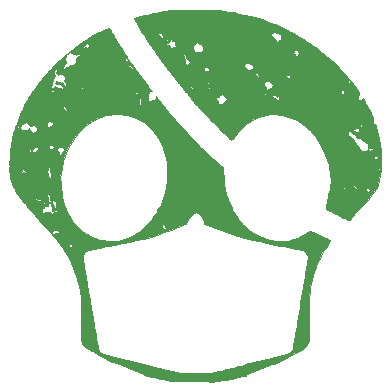
<source format=gbr>
G04 #@! TF.GenerationSoftware,KiCad,Pcbnew,(6.0.1)*
G04 #@! TF.CreationDate,2022-06-04T21:41:08-05:00*
G04 #@! TF.ProjectId,Bsides-KC-2021-SAO-BP,42736964-6573-42d4-9b43-2d323032312d,rev?*
G04 #@! TF.SameCoordinates,Original*
G04 #@! TF.FileFunction,Legend,Top*
G04 #@! TF.FilePolarity,Positive*
%FSLAX46Y46*%
G04 Gerber Fmt 4.6, Leading zero omitted, Abs format (unit mm)*
G04 Created by KiCad (PCBNEW (6.0.1)) date 2022-06-04 21:41:08*
%MOMM*%
%LPD*%
G01*
G04 APERTURE LIST*
%ADD10C,0.150000*%
%ADD11C,0.010000*%
G04 APERTURE END LIST*
D10*
X160807400Y-135890000D02*
X160858200Y-136271000D01*
X160858200Y-136271000D02*
X158369000Y-137287000D01*
X158369000Y-137287000D02*
X158343600Y-136753600D01*
X158343600Y-136753600D02*
X158369000Y-136499600D01*
X158369000Y-136499600D02*
X160578800Y-135940800D01*
X160578800Y-135940800D02*
X160807400Y-135890000D01*
G36*
X160858200Y-136271000D02*
G01*
X158369000Y-137287000D01*
X158343600Y-136753600D01*
X158369000Y-136499600D01*
X160578800Y-135940800D01*
X160807400Y-135890000D01*
X160858200Y-136271000D01*
G37*
X160858200Y-136271000D02*
X158369000Y-137287000D01*
X158343600Y-136753600D01*
X158369000Y-136499600D01*
X160578800Y-135940800D01*
X160807400Y-135890000D01*
X160858200Y-136271000D01*
X149809200Y-136474200D02*
X149809200Y-137236200D01*
X149809200Y-137236200D02*
X147320000Y-136194800D01*
X147320000Y-136194800D02*
X147320000Y-136093200D01*
X147320000Y-136093200D02*
X147294600Y-135839200D01*
X147294600Y-135839200D02*
X149809200Y-136474200D01*
G36*
X149809200Y-136474200D02*
G01*
X149809200Y-137236200D01*
X147320000Y-136194800D01*
X147320000Y-136093200D01*
X147294600Y-135839200D01*
X149809200Y-136474200D01*
G37*
X149809200Y-136474200D02*
X149809200Y-137236200D01*
X147320000Y-136194800D01*
X147320000Y-136093200D01*
X147294600Y-135839200D01*
X149809200Y-136474200D01*
X152857200Y-137210800D02*
X155371800Y-137210800D01*
X155371800Y-137210800D02*
X155371800Y-137795000D01*
X155371800Y-137795000D02*
X152857200Y-137795000D01*
X152857200Y-137795000D02*
X152857200Y-137210800D01*
G36*
X152857200Y-137210800D02*
G01*
X155371800Y-137210800D01*
X155371800Y-137795000D01*
X152857200Y-137795000D01*
X152857200Y-137210800D01*
G37*
D11*
G04 #@! TO.C,G\u002A\u002A\u002A*
X146945548Y-108127655D02*
X146998998Y-108230828D01*
X146998998Y-108230828D02*
X147065327Y-108354335D01*
X147065327Y-108354335D02*
X147135799Y-108482113D01*
X147135799Y-108482113D02*
X147197081Y-108590150D01*
X147197081Y-108590150D02*
X147249357Y-108678865D01*
X147249357Y-108678865D02*
X147317850Y-108792279D01*
X147317850Y-108792279D02*
X147399844Y-108926108D01*
X147399844Y-108926108D02*
X147492623Y-109076068D01*
X147492623Y-109076068D02*
X147593472Y-109237875D01*
X147593472Y-109237875D02*
X147699674Y-109407245D01*
X147699674Y-109407245D02*
X147808515Y-109579893D01*
X147808515Y-109579893D02*
X147917278Y-109751536D01*
X147917278Y-109751536D02*
X148023247Y-109917891D01*
X148023247Y-109917891D02*
X148123707Y-110074671D01*
X148123707Y-110074671D02*
X148215941Y-110217595D01*
X148215941Y-110217595D02*
X148297235Y-110342377D01*
X148297235Y-110342377D02*
X148364872Y-110444734D01*
X148364872Y-110444734D02*
X148416136Y-110520382D01*
X148416136Y-110520382D02*
X148448312Y-110565036D01*
X148448312Y-110565036D02*
X148451686Y-110569234D01*
X148451686Y-110569234D02*
X148488598Y-110616841D01*
X148488598Y-110616841D02*
X148543911Y-110692187D01*
X148543911Y-110692187D02*
X148612363Y-110787908D01*
X148612363Y-110787908D02*
X148688688Y-110896641D01*
X148688688Y-110896641D02*
X148767623Y-111011024D01*
X148767623Y-111011024D02*
X148769476Y-111013734D01*
X148769476Y-111013734D02*
X148843990Y-111120990D01*
X148843990Y-111120990D02*
X148938428Y-111254211D01*
X148938428Y-111254211D02*
X149047160Y-111405612D01*
X149047160Y-111405612D02*
X149164557Y-111567406D01*
X149164557Y-111567406D02*
X149284990Y-111731809D01*
X149284990Y-111731809D02*
X149402829Y-111891034D01*
X149402829Y-111891034D02*
X149435231Y-111934484D01*
X149435231Y-111934484D02*
X149541765Y-112077486D01*
X149541765Y-112077486D02*
X149644301Y-112215897D01*
X149644301Y-112215897D02*
X149738991Y-112344465D01*
X149738991Y-112344465D02*
X149821987Y-112457937D01*
X149821987Y-112457937D02*
X149889440Y-112551059D01*
X149889440Y-112551059D02*
X149937502Y-112618579D01*
X149937502Y-112618579D02*
X149954725Y-112643567D01*
X149954725Y-112643567D02*
X150005210Y-112714168D01*
X150005210Y-112714168D02*
X150074479Y-112804973D01*
X150074479Y-112804973D02*
X150153445Y-112904327D01*
X150153445Y-112904327D02*
X150233019Y-113000571D01*
X150233019Y-113000571D02*
X150233780Y-113001470D01*
X150233780Y-113001470D02*
X150301956Y-113083134D01*
X150301956Y-113083134D02*
X150358963Y-113153606D01*
X150358963Y-113153606D02*
X150399768Y-113206498D01*
X150399768Y-113206498D02*
X150419342Y-113235424D01*
X150419342Y-113235424D02*
X150420334Y-113238298D01*
X150420334Y-113238298D02*
X150401573Y-113251269D01*
X150401573Y-113251269D02*
X150354365Y-113264438D01*
X150354365Y-113264438D02*
X150330375Y-113268759D01*
X150330375Y-113268759D02*
X150273260Y-113282843D01*
X150273260Y-113282843D02*
X150227559Y-113310611D01*
X150227559Y-113310611D02*
X150179241Y-113361747D01*
X150179241Y-113361747D02*
X150159148Y-113386914D01*
X150159148Y-113386914D02*
X150077878Y-113491115D01*
X150077878Y-113491115D02*
X150093231Y-113768716D01*
X150093231Y-113768716D02*
X150101407Y-113899340D01*
X150101407Y-113899340D02*
X150111789Y-113993092D01*
X150111789Y-113993092D02*
X150128192Y-114055404D01*
X150128192Y-114055404D02*
X150154433Y-114091705D01*
X150154433Y-114091705D02*
X150194325Y-114107428D01*
X150194325Y-114107428D02*
X150251686Y-114108004D01*
X150251686Y-114108004D02*
X150325602Y-114099497D01*
X150325602Y-114099497D02*
X150418738Y-114081432D01*
X150418738Y-114081432D02*
X150492316Y-114056428D01*
X150492316Y-114056428D02*
X150522146Y-114039186D01*
X150522146Y-114039186D02*
X150575457Y-114009404D01*
X150575457Y-114009404D02*
X150623194Y-113998233D01*
X150623194Y-113998233D02*
X150673113Y-113979449D01*
X150673113Y-113979449D02*
X150722395Y-113930968D01*
X150722395Y-113930968D02*
X150762076Y-113864604D01*
X150762076Y-113864604D02*
X150783196Y-113792167D01*
X150783196Y-113792167D02*
X150783805Y-113786567D01*
X150783805Y-113786567D02*
X150790750Y-113712484D01*
X150790750Y-113712484D02*
X150912076Y-113864333D01*
X150912076Y-113864333D02*
X150963730Y-113929990D01*
X150963730Y-113929990D02*
X151034320Y-114021143D01*
X151034320Y-114021143D02*
X151117407Y-114129401D01*
X151117407Y-114129401D02*
X151206553Y-114246376D01*
X151206553Y-114246376D02*
X151295298Y-114363653D01*
X151295298Y-114363653D02*
X151364001Y-114451981D01*
X151364001Y-114451981D02*
X151455454Y-114565270D01*
X151455454Y-114565270D02*
X151565968Y-114699256D01*
X151565968Y-114699256D02*
X151691850Y-114849673D01*
X151691850Y-114849673D02*
X151829410Y-115012257D01*
X151829410Y-115012257D02*
X151974958Y-115182743D01*
X151974958Y-115182743D02*
X152124801Y-115356866D01*
X152124801Y-115356866D02*
X152275248Y-115530361D01*
X152275248Y-115530361D02*
X152422609Y-115698964D01*
X152422609Y-115698964D02*
X152563193Y-115858409D01*
X152563193Y-115858409D02*
X152693308Y-116004432D01*
X152693308Y-116004432D02*
X152809264Y-116132767D01*
X152809264Y-116132767D02*
X152907368Y-116239151D01*
X152907368Y-116239151D02*
X152983931Y-116319318D01*
X152983931Y-116319318D02*
X153012461Y-116347734D01*
X153012461Y-116347734D02*
X153086193Y-116422258D01*
X153086193Y-116422258D02*
X153174431Y-116515995D01*
X153174431Y-116515995D02*
X153264717Y-116615521D01*
X153264717Y-116615521D02*
X153326721Y-116686400D01*
X153326721Y-116686400D02*
X153411858Y-116783256D01*
X153411858Y-116783256D02*
X153523537Y-116906416D01*
X153523537Y-116906416D02*
X153658342Y-117052272D01*
X153658342Y-117052272D02*
X153812858Y-117217214D01*
X153812858Y-117217214D02*
X153983670Y-117397636D01*
X153983670Y-117397636D02*
X154167364Y-117589930D01*
X154167364Y-117589930D02*
X154360522Y-117790487D01*
X154360522Y-117790487D02*
X154559731Y-117995699D01*
X154559731Y-117995699D02*
X154753099Y-118193330D01*
X154753099Y-118193330D02*
X154910131Y-118351201D01*
X154910131Y-118351201D02*
X155076030Y-118514395D01*
X155076030Y-118514395D02*
X155246791Y-118679235D01*
X155246791Y-118679235D02*
X155418411Y-118842041D01*
X155418411Y-118842041D02*
X155586887Y-118999136D01*
X155586887Y-118999136D02*
X155748215Y-119146842D01*
X155748215Y-119146842D02*
X155898391Y-119281481D01*
X155898391Y-119281481D02*
X156033412Y-119399374D01*
X156033412Y-119399374D02*
X156149274Y-119496844D01*
X156149274Y-119496844D02*
X156241974Y-119570212D01*
X156241974Y-119570212D02*
X156287338Y-119602848D01*
X156287338Y-119602848D02*
X156360314Y-119653534D01*
X156360314Y-119653534D02*
X156420954Y-119698300D01*
X156420954Y-119698300D02*
X156459615Y-119729926D01*
X156459615Y-119729926D02*
X156466688Y-119737183D01*
X156466688Y-119737183D02*
X156475549Y-119768273D01*
X156475549Y-119768273D02*
X156484373Y-119835999D01*
X156484373Y-119835999D02*
X156492655Y-119934669D01*
X156492655Y-119934669D02*
X156499890Y-120058589D01*
X156499890Y-120058589D02*
X156504074Y-120157734D01*
X156504074Y-120157734D02*
X156533773Y-120669399D01*
X156533773Y-120669399D02*
X156585193Y-121148390D01*
X156585193Y-121148390D02*
X156659350Y-121598956D01*
X156659350Y-121598956D02*
X156757256Y-122025346D01*
X156757256Y-122025346D02*
X156879926Y-122431808D01*
X156879926Y-122431808D02*
X157028375Y-122822593D01*
X157028375Y-122822593D02*
X157203617Y-123201948D01*
X157203617Y-123201948D02*
X157254111Y-123300026D01*
X157254111Y-123300026D02*
X157354291Y-123485755D01*
X157354291Y-123485755D02*
X157449611Y-123650871D01*
X157449611Y-123650871D02*
X157545655Y-123803318D01*
X157545655Y-123803318D02*
X157648006Y-123951041D01*
X157648006Y-123951041D02*
X157762249Y-124101983D01*
X157762249Y-124101983D02*
X157893967Y-124264091D01*
X157893967Y-124264091D02*
X158048746Y-124445307D01*
X158048746Y-124445307D02*
X158101893Y-124506162D01*
X158101893Y-124506162D02*
X158385611Y-124799855D01*
X158385611Y-124799855D02*
X158694412Y-125064248D01*
X158694412Y-125064248D02*
X159024935Y-125298169D01*
X159024935Y-125298169D02*
X159373819Y-125500441D01*
X159373819Y-125500441D02*
X159737701Y-125669889D01*
X159737701Y-125669889D02*
X160113222Y-125805340D01*
X160113222Y-125805340D02*
X160497020Y-125905616D01*
X160497020Y-125905616D02*
X160885733Y-125969545D01*
X160885733Y-125969545D02*
X161276000Y-125995950D01*
X161276000Y-125995950D02*
X161664460Y-125983656D01*
X161664460Y-125983656D02*
X162047752Y-125931490D01*
X162047752Y-125931490D02*
X162130917Y-125914574D01*
X162130917Y-125914574D02*
X162463069Y-125823610D01*
X162463069Y-125823610D02*
X162786162Y-125695501D01*
X162786162Y-125695501D02*
X163104010Y-125528503D01*
X163104010Y-125528503D02*
X163403080Y-125333321D01*
X163403080Y-125333321D02*
X163492631Y-125269509D01*
X163492631Y-125269509D02*
X163569912Y-125217182D01*
X163569912Y-125217182D02*
X163639266Y-125176961D01*
X163639266Y-125176961D02*
X163705032Y-125149469D01*
X163705032Y-125149469D02*
X163771552Y-125135329D01*
X163771552Y-125135329D02*
X163843168Y-125135162D01*
X163843168Y-125135162D02*
X163924221Y-125149592D01*
X163924221Y-125149592D02*
X164019052Y-125179241D01*
X164019052Y-125179241D02*
X164132001Y-125224731D01*
X164132001Y-125224731D02*
X164267411Y-125286685D01*
X164267411Y-125286685D02*
X164429622Y-125365725D01*
X164429622Y-125365725D02*
X164622976Y-125462474D01*
X164622976Y-125462474D02*
X164750167Y-125526478D01*
X164750167Y-125526478D02*
X164915036Y-125609446D01*
X164915036Y-125609446D02*
X165067871Y-125686413D01*
X165067871Y-125686413D02*
X165204587Y-125755319D01*
X165204587Y-125755319D02*
X165321100Y-125814103D01*
X165321100Y-125814103D02*
X165413325Y-125860704D01*
X165413325Y-125860704D02*
X165477177Y-125893059D01*
X165477177Y-125893059D02*
X165508572Y-125909108D01*
X165508572Y-125909108D02*
X165511083Y-125910455D01*
X165511083Y-125910455D02*
X165508749Y-125933081D01*
X165508749Y-125933081D02*
X165484029Y-125990008D01*
X165484029Y-125990008D02*
X165436812Y-126081440D01*
X165436812Y-126081440D02*
X165366982Y-126207585D01*
X165366982Y-126207585D02*
X165274427Y-126368647D01*
X165274427Y-126368647D02*
X165159033Y-126564834D01*
X165159033Y-126564834D02*
X165041149Y-126762290D01*
X165041149Y-126762290D02*
X164886186Y-127023353D01*
X164886186Y-127023353D02*
X164752602Y-127255341D01*
X164752602Y-127255341D02*
X164637618Y-127463942D01*
X164637618Y-127463942D02*
X164538456Y-127654845D01*
X164538456Y-127654845D02*
X164452338Y-127833741D01*
X164452338Y-127833741D02*
X164376485Y-128006317D01*
X164376485Y-128006317D02*
X164308119Y-128178262D01*
X164308119Y-128178262D02*
X164244462Y-128355267D01*
X164244462Y-128355267D02*
X164204129Y-128476234D01*
X164204129Y-128476234D02*
X164100993Y-128818716D01*
X164100993Y-128818716D02*
X164011618Y-129169867D01*
X164011618Y-129169867D02*
X163935647Y-129533175D01*
X163935647Y-129533175D02*
X163872722Y-129912127D01*
X163872722Y-129912127D02*
X163822484Y-130310210D01*
X163822484Y-130310210D02*
X163784576Y-130730912D01*
X163784576Y-130730912D02*
X163758640Y-131177722D01*
X163758640Y-131177722D02*
X163744316Y-131654125D01*
X163744316Y-131654125D02*
X163741248Y-132163611D01*
X163741248Y-132163611D02*
X163749077Y-132709666D01*
X163749077Y-132709666D02*
X163753137Y-132868317D01*
X163753137Y-132868317D02*
X163760868Y-133174109D01*
X163760868Y-133174109D02*
X163765635Y-133441100D01*
X163765635Y-133441100D02*
X163767082Y-133672742D01*
X163767082Y-133672742D02*
X163764850Y-133872485D01*
X163764850Y-133872485D02*
X163758584Y-134043782D01*
X163758584Y-134043782D02*
X163747926Y-134190085D01*
X163747926Y-134190085D02*
X163732519Y-134314844D01*
X163732519Y-134314844D02*
X163712005Y-134421513D01*
X163712005Y-134421513D02*
X163686029Y-134513541D01*
X163686029Y-134513541D02*
X163654232Y-134594382D01*
X163654232Y-134594382D02*
X163616258Y-134667487D01*
X163616258Y-134667487D02*
X163571750Y-134736307D01*
X163571750Y-134736307D02*
X163557908Y-134755495D01*
X163557908Y-134755495D02*
X163509228Y-134816406D01*
X163509228Y-134816406D02*
X163452080Y-134876923D01*
X163452080Y-134876923D02*
X163383202Y-134939278D01*
X163383202Y-134939278D02*
X163299333Y-135005702D01*
X163299333Y-135005702D02*
X163197211Y-135078426D01*
X163197211Y-135078426D02*
X163073573Y-135159684D01*
X163073573Y-135159684D02*
X162925160Y-135251705D01*
X162925160Y-135251705D02*
X162748708Y-135356722D01*
X162748708Y-135356722D02*
X162540957Y-135476966D01*
X162540957Y-135476966D02*
X162319005Y-135603169D01*
X162319005Y-135603169D02*
X162089303Y-135731495D01*
X162089303Y-135731495D02*
X161868195Y-135852159D01*
X161868195Y-135852159D02*
X161658936Y-135963550D01*
X161658936Y-135963550D02*
X161464783Y-136064055D01*
X161464783Y-136064055D02*
X161288992Y-136152061D01*
X161288992Y-136152061D02*
X161134820Y-136225956D01*
X161134820Y-136225956D02*
X161005523Y-136284128D01*
X161005523Y-136284128D02*
X160904357Y-136324965D01*
X160904357Y-136324965D02*
X160834578Y-136346853D01*
X160834578Y-136346853D02*
X160810256Y-136350234D01*
X160810256Y-136350234D02*
X160793739Y-136347104D01*
X160793739Y-136347104D02*
X160782596Y-136333125D01*
X160782596Y-136333125D02*
X160775781Y-136301411D01*
X160775781Y-136301411D02*
X160772252Y-136245078D01*
X160772252Y-136245078D02*
X160770964Y-136157240D01*
X160770964Y-136157240D02*
X160770834Y-136090171D01*
X160770834Y-136090171D02*
X160770834Y-135830108D01*
X160770834Y-135830108D02*
X161252375Y-135706733D01*
X161252375Y-135706733D02*
X161454569Y-135654602D01*
X161454569Y-135654602D02*
X161620192Y-135610918D01*
X161620192Y-135610918D02*
X161753801Y-135574107D01*
X161753801Y-135574107D02*
X161859956Y-135542596D01*
X161859956Y-135542596D02*
X161943216Y-135514811D01*
X161943216Y-135514811D02*
X162008139Y-135489181D01*
X162008139Y-135489181D02*
X162059284Y-135464130D01*
X162059284Y-135464130D02*
X162101210Y-135438086D01*
X162101210Y-135438086D02*
X162138476Y-135409476D01*
X162138476Y-135409476D02*
X162155119Y-135395188D01*
X162155119Y-135395188D02*
X162241338Y-135305762D01*
X162241338Y-135305762D02*
X162303970Y-135205735D01*
X162303970Y-135205735D02*
X162350034Y-135082478D01*
X162350034Y-135082478D02*
X162368197Y-135011893D01*
X162368197Y-135011893D02*
X162381123Y-134949895D01*
X162381123Y-134949895D02*
X162400557Y-134848069D01*
X162400557Y-134848069D02*
X162426167Y-134708363D01*
X162426167Y-134708363D02*
X162457623Y-134532725D01*
X162457623Y-134532725D02*
X162494592Y-134323105D01*
X162494592Y-134323105D02*
X162536744Y-134081452D01*
X162536744Y-134081452D02*
X162583747Y-133809713D01*
X162583747Y-133809713D02*
X162635269Y-133509838D01*
X162635269Y-133509838D02*
X162690979Y-133183775D01*
X162690979Y-133183775D02*
X162750545Y-132833473D01*
X162750545Y-132833473D02*
X162813637Y-132460881D01*
X162813637Y-132460881D02*
X162879922Y-132067947D01*
X162879922Y-132067947D02*
X162949070Y-131656621D01*
X162949070Y-131656621D02*
X163020748Y-131228849D01*
X163020748Y-131228849D02*
X163094625Y-130786582D01*
X163094625Y-130786582D02*
X163170370Y-130331769D01*
X163170370Y-130331769D02*
X163247652Y-129866356D01*
X163247652Y-129866356D02*
X163326138Y-129392295D01*
X163326138Y-129392295D02*
X163395257Y-128973650D01*
X163395257Y-128973650D02*
X163444659Y-128673760D01*
X163444659Y-128673760D02*
X163487504Y-128412678D01*
X163487504Y-128412678D02*
X163524183Y-128187451D01*
X163524183Y-128187451D02*
X163555087Y-127995130D01*
X163555087Y-127995130D02*
X163580607Y-127832761D01*
X163580607Y-127832761D02*
X163601133Y-127697394D01*
X163601133Y-127697394D02*
X163617055Y-127586076D01*
X163617055Y-127586076D02*
X163628765Y-127495856D01*
X163628765Y-127495856D02*
X163636652Y-127423783D01*
X163636652Y-127423783D02*
X163641108Y-127366904D01*
X163641108Y-127366904D02*
X163642523Y-127322269D01*
X163642523Y-127322269D02*
X163641288Y-127286925D01*
X163641288Y-127286925D02*
X163637793Y-127257921D01*
X163637793Y-127257921D02*
X163632429Y-127232305D01*
X163632429Y-127232305D02*
X163627935Y-127215394D01*
X163627935Y-127215394D02*
X163586836Y-127112298D01*
X163586836Y-127112298D02*
X163523617Y-127003621D01*
X163523617Y-127003621D02*
X163448209Y-126903865D01*
X163448209Y-126903865D02*
X163370539Y-126827531D01*
X163370539Y-126827531D02*
X163353885Y-126815148D01*
X163353885Y-126815148D02*
X163336251Y-126802971D01*
X163336251Y-126802971D02*
X163318882Y-126791873D01*
X163318882Y-126791873D02*
X163299171Y-126781259D01*
X163299171Y-126781259D02*
X163274515Y-126770536D01*
X163274515Y-126770536D02*
X163242305Y-126759109D01*
X163242305Y-126759109D02*
X163199938Y-126746384D01*
X163199938Y-126746384D02*
X163144807Y-126731768D01*
X163144807Y-126731768D02*
X163074307Y-126714666D01*
X163074307Y-126714666D02*
X162985832Y-126694484D01*
X162985832Y-126694484D02*
X162876776Y-126670628D01*
X162876776Y-126670628D02*
X162744533Y-126642504D01*
X162744533Y-126642504D02*
X162586499Y-126609518D01*
X162586499Y-126609518D02*
X162400067Y-126571077D01*
X162400067Y-126571077D02*
X162182632Y-126526585D01*
X162182632Y-126526585D02*
X161931588Y-126475449D01*
X161931588Y-126475449D02*
X161644329Y-126417075D01*
X161644329Y-126417075D02*
X161318250Y-126350869D01*
X161318250Y-126350869D02*
X161310584Y-126349313D01*
X161310584Y-126349313D02*
X160897657Y-126265315D01*
X160897657Y-126265315D02*
X160523266Y-126188771D01*
X160523266Y-126188771D02*
X160184404Y-126119000D01*
X160184404Y-126119000D02*
X159878061Y-126055321D01*
X159878061Y-126055321D02*
X159601229Y-125997054D01*
X159601229Y-125997054D02*
X159350899Y-125943518D01*
X159350899Y-125943518D02*
X159124064Y-125894033D01*
X159124064Y-125894033D02*
X158917716Y-125847918D01*
X158917716Y-125847918D02*
X158728844Y-125804492D01*
X158728844Y-125804492D02*
X158554443Y-125763076D01*
X158554443Y-125763076D02*
X158391502Y-125722988D01*
X158391502Y-125722988D02*
X158237013Y-125683548D01*
X158237013Y-125683548D02*
X158087970Y-125644075D01*
X158087970Y-125644075D02*
X157941361Y-125603889D01*
X157941361Y-125603889D02*
X157794181Y-125562309D01*
X157794181Y-125562309D02*
X157659334Y-125523305D01*
X157659334Y-125523305D02*
X157216133Y-125387342D01*
X157216133Y-125387342D02*
X156751440Y-125232586D01*
X156751440Y-125232586D02*
X156278848Y-125063936D01*
X156278848Y-125063936D02*
X155811949Y-124886290D01*
X155811949Y-124886290D02*
X155364335Y-124704546D01*
X155364335Y-124704546D02*
X155235750Y-124649917D01*
X155235750Y-124649917D02*
X154897084Y-124504429D01*
X154897084Y-124504429D02*
X154822169Y-124294290D01*
X154822169Y-124294290D02*
X154731707Y-124067875D01*
X154731707Y-124067875D02*
X154636426Y-123883133D01*
X154636426Y-123883133D02*
X154535896Y-123739630D01*
X154535896Y-123739630D02*
X154429687Y-123636933D01*
X154429687Y-123636933D02*
X154317369Y-123574608D01*
X154317369Y-123574608D02*
X154198513Y-123552224D01*
X154198513Y-123552224D02*
X154096633Y-123563191D01*
X154096633Y-123563191D02*
X154015330Y-123590683D01*
X154015330Y-123590683D02*
X153930893Y-123632233D01*
X153930893Y-123632233D02*
X153902527Y-123650043D01*
X153902527Y-123650043D02*
X153823391Y-123718488D01*
X153823391Y-123718488D02*
X153733420Y-123820427D01*
X153733420Y-123820427D02*
X153637050Y-123949870D01*
X153637050Y-123949870D02*
X153538719Y-124100828D01*
X153538719Y-124100828D02*
X153442863Y-124267313D01*
X153442863Y-124267313D02*
X153436584Y-124278977D01*
X153436584Y-124278977D02*
X153382438Y-124378431D01*
X153382438Y-124378431D02*
X153341638Y-124447460D01*
X153341638Y-124447460D02*
X153308347Y-124493380D01*
X153308347Y-124493380D02*
X153276726Y-124523502D01*
X153276726Y-124523502D02*
X153240939Y-124545141D01*
X153240939Y-124545141D02*
X153214334Y-124557400D01*
X153214334Y-124557400D02*
X152612610Y-124811439D01*
X152612610Y-124811439D02*
X152032522Y-125039564D01*
X152032522Y-125039564D02*
X151464926Y-125244925D01*
X151464926Y-125244925D02*
X150900677Y-125430671D01*
X150900677Y-125430671D02*
X150330629Y-125599950D01*
X150330629Y-125599950D02*
X149745637Y-125755913D01*
X149745637Y-125755913D02*
X149701917Y-125766908D01*
X149701917Y-125766908D02*
X149618922Y-125787552D01*
X149618922Y-125787552D02*
X149537725Y-125807375D01*
X149537725Y-125807375D02*
X149455270Y-125827022D01*
X149455270Y-125827022D02*
X149368500Y-125847138D01*
X149368500Y-125847138D02*
X149274359Y-125868368D01*
X149274359Y-125868368D02*
X149169792Y-125891356D01*
X149169792Y-125891356D02*
X149051742Y-125916748D01*
X149051742Y-125916748D02*
X148917153Y-125945189D01*
X148917153Y-125945189D02*
X148762970Y-125977324D01*
X148762970Y-125977324D02*
X148586135Y-126013797D01*
X148586135Y-126013797D02*
X148383593Y-126055254D01*
X148383593Y-126055254D02*
X148152287Y-126102339D01*
X148152287Y-126102339D02*
X147889162Y-126155697D01*
X147889162Y-126155697D02*
X147591162Y-126215974D01*
X147591162Y-126215974D02*
X147255230Y-126283815D01*
X147255230Y-126283815D02*
X147194038Y-126296165D01*
X147194038Y-126296165D02*
X146843216Y-126367036D01*
X146843216Y-126367036D02*
X146531455Y-126430212D01*
X146531455Y-126430212D02*
X146256297Y-126486254D01*
X146256297Y-126486254D02*
X146015282Y-126535724D01*
X146015282Y-126535724D02*
X145805952Y-126579183D01*
X145805952Y-126579183D02*
X145625849Y-126617193D01*
X145625849Y-126617193D02*
X145472512Y-126650315D01*
X145472512Y-126650315D02*
X145343484Y-126679111D01*
X145343484Y-126679111D02*
X145236305Y-126704141D01*
X145236305Y-126704141D02*
X145148516Y-126725968D01*
X145148516Y-126725968D02*
X145077659Y-126745152D01*
X145077659Y-126745152D02*
X145021274Y-126762256D01*
X145021274Y-126762256D02*
X144976904Y-126777840D01*
X144976904Y-126777840D02*
X144942088Y-126792466D01*
X144942088Y-126792466D02*
X144914368Y-126806695D01*
X144914368Y-126806695D02*
X144891286Y-126821089D01*
X144891286Y-126821089D02*
X144889445Y-126822348D01*
X144889445Y-126822348D02*
X144798077Y-126903471D01*
X144798077Y-126903471D02*
X144713735Y-127010751D01*
X144713735Y-127010751D02*
X144647579Y-127128214D01*
X144647579Y-127128214D02*
X144616828Y-127212550D01*
X144616828Y-127212550D02*
X144607331Y-127256517D01*
X144607331Y-127256517D02*
X144602813Y-127303431D01*
X144602813Y-127303431D02*
X144603677Y-127361299D01*
X144603677Y-127361299D02*
X144610327Y-127438126D01*
X144610327Y-127438126D02*
X144623166Y-127541917D01*
X144623166Y-127541917D02*
X144639207Y-127657050D01*
X144639207Y-127657050D02*
X144653730Y-127754801D01*
X144653730Y-127754801D02*
X144674594Y-127889710D01*
X144674594Y-127889710D02*
X144701044Y-128057202D01*
X144701044Y-128057202D02*
X144732328Y-128252699D01*
X144732328Y-128252699D02*
X144767694Y-128471625D01*
X144767694Y-128471625D02*
X144806388Y-128709404D01*
X144806388Y-128709404D02*
X144847658Y-128961459D01*
X144847658Y-128961459D02*
X144890751Y-129223214D01*
X144890751Y-129223214D02*
X144934914Y-129490093D01*
X144934914Y-129490093D02*
X144979394Y-129757518D01*
X144979394Y-129757518D02*
X145023438Y-130020914D01*
X145023438Y-130020914D02*
X145066294Y-130275705D01*
X145066294Y-130275705D02*
X145107208Y-130517313D01*
X145107208Y-130517313D02*
X145145429Y-130741162D01*
X145145429Y-130741162D02*
X145170356Y-130885877D01*
X145170356Y-130885877D02*
X145197352Y-131043435D01*
X145197352Y-131043435D02*
X145221608Y-131187920D01*
X145221608Y-131187920D02*
X145242258Y-131313948D01*
X145242258Y-131313948D02*
X145258439Y-131416131D01*
X145258439Y-131416131D02*
X145269286Y-131489084D01*
X145269286Y-131489084D02*
X145273935Y-131527421D01*
X145273935Y-131527421D02*
X145273979Y-131531460D01*
X145273979Y-131531460D02*
X145277378Y-131572472D01*
X145277378Y-131572472D02*
X145281853Y-131587734D01*
X145281853Y-131587734D02*
X145287308Y-131613734D01*
X145287308Y-131613734D02*
X145299036Y-131677845D01*
X145299036Y-131677845D02*
X145316411Y-131776408D01*
X145316411Y-131776408D02*
X145338808Y-131905766D01*
X145338808Y-131905766D02*
X145365601Y-132062262D01*
X145365601Y-132062262D02*
X145396164Y-132242239D01*
X145396164Y-132242239D02*
X145429871Y-132442039D01*
X145429871Y-132442039D02*
X145466097Y-132658004D01*
X145466097Y-132658004D02*
X145504216Y-132886477D01*
X145504216Y-132886477D02*
X145509998Y-132921234D01*
X145509998Y-132921234D02*
X145570161Y-133282826D01*
X145570161Y-133282826D02*
X145623974Y-133605097D01*
X145623974Y-133605097D02*
X145672009Y-133890487D01*
X145672009Y-133890487D02*
X145714836Y-134141439D01*
X145714836Y-134141439D02*
X145753027Y-134360392D01*
X145753027Y-134360392D02*
X145787152Y-134549790D01*
X145787152Y-134549790D02*
X145817784Y-134712074D01*
X145817784Y-134712074D02*
X145845493Y-134849685D01*
X145845493Y-134849685D02*
X145870851Y-134965066D01*
X145870851Y-134965066D02*
X145894428Y-135060656D01*
X145894428Y-135060656D02*
X145916796Y-135138899D01*
X145916796Y-135138899D02*
X145938525Y-135202236D01*
X145938525Y-135202236D02*
X145960188Y-135253108D01*
X145960188Y-135253108D02*
X145982355Y-135293957D01*
X145982355Y-135293957D02*
X146005597Y-135327224D01*
X146005597Y-135327224D02*
X146030486Y-135355352D01*
X146030486Y-135355352D02*
X146057593Y-135380781D01*
X146057593Y-135380781D02*
X146087488Y-135405953D01*
X146087488Y-135405953D02*
X146092149Y-135409776D01*
X146092149Y-135409776D02*
X146121958Y-135432201D01*
X146121958Y-135432201D02*
X146156336Y-135452739D01*
X146156336Y-135452739D02*
X146200370Y-135473114D01*
X146200370Y-135473114D02*
X146259147Y-135495053D01*
X146259147Y-135495053D02*
X146337755Y-135520281D01*
X146337755Y-135520281D02*
X146441281Y-135550524D01*
X146441281Y-135550524D02*
X146574811Y-135587507D01*
X146574811Y-135587507D02*
X146743434Y-135632956D01*
X146743434Y-135632956D02*
X146774900Y-135641367D01*
X146774900Y-135641367D02*
X146926703Y-135681799D01*
X146926703Y-135681799D02*
X147065018Y-135718426D01*
X147065018Y-135718426D02*
X147184625Y-135749883D01*
X147184625Y-135749883D02*
X147280299Y-135774804D01*
X147280299Y-135774804D02*
X147346817Y-135791822D01*
X147346817Y-135791822D02*
X147378958Y-135799571D01*
X147378958Y-135799571D02*
X147380997Y-135799900D01*
X147380997Y-135799900D02*
X147385920Y-135819673D01*
X147385920Y-135819673D02*
X147389930Y-135873420D01*
X147389930Y-135873420D02*
X147392598Y-135952787D01*
X147392598Y-135952787D02*
X147393500Y-136043317D01*
X147393500Y-136043317D02*
X147391855Y-136143747D01*
X147391855Y-136143747D02*
X147387322Y-136222560D01*
X147387322Y-136222560D02*
X147380500Y-136272472D01*
X147380500Y-136272472D02*
X147373426Y-136286734D01*
X147373426Y-136286734D02*
X147345050Y-136280713D01*
X147345050Y-136280713D02*
X147287382Y-136264713D01*
X147287382Y-136264713D02*
X147211396Y-136241825D01*
X147211396Y-136241825D02*
X147187652Y-136234389D01*
X147187652Y-136234389D02*
X147071140Y-136191264D01*
X147071140Y-136191264D02*
X146922858Y-136125879D01*
X146922858Y-136125879D02*
X146745990Y-136039858D01*
X146745990Y-136039858D02*
X146543718Y-135934824D01*
X146543718Y-135934824D02*
X146319225Y-135812401D01*
X146319225Y-135812401D02*
X146075695Y-135674213D01*
X146075695Y-135674213D02*
X145975334Y-135615864D01*
X145975334Y-135615864D02*
X145834888Y-135534097D01*
X145834888Y-135534097D02*
X145689867Y-135450407D01*
X145689867Y-135450407D02*
X145549803Y-135370242D01*
X145549803Y-135370242D02*
X145424228Y-135299050D01*
X145424228Y-135299050D02*
X145322674Y-135242281D01*
X145322674Y-135242281D02*
X145298000Y-135228704D01*
X145298000Y-135228704D02*
X145101208Y-135118616D01*
X145101208Y-135118616D02*
X144939424Y-135022221D01*
X144939424Y-135022221D02*
X144808826Y-134936344D01*
X144808826Y-134936344D02*
X144705598Y-134857805D01*
X144705598Y-134857805D02*
X144625919Y-134783429D01*
X144625919Y-134783429D02*
X144565970Y-134710037D01*
X144565970Y-134710037D02*
X144521931Y-134634452D01*
X144521931Y-134634452D02*
X144491311Y-134557589D01*
X144491311Y-134557589D02*
X144444160Y-134413484D01*
X144444160Y-134413484D02*
X144449661Y-132762484D01*
X144449661Y-132762484D02*
X144450628Y-132428589D01*
X144450628Y-132428589D02*
X144451088Y-132133600D01*
X144451088Y-132133600D02*
X144450920Y-131874087D01*
X144450920Y-131874087D02*
X144450007Y-131646624D01*
X144450007Y-131646624D02*
X144448227Y-131447784D01*
X144448227Y-131447784D02*
X144445462Y-131274139D01*
X144445462Y-131274139D02*
X144441592Y-131122262D01*
X144441592Y-131122262D02*
X144436498Y-130988726D01*
X144436498Y-130988726D02*
X144430061Y-130870103D01*
X144430061Y-130870103D02*
X144422160Y-130762967D01*
X144422160Y-130762967D02*
X144412677Y-130663890D01*
X144412677Y-130663890D02*
X144401491Y-130569445D01*
X144401491Y-130569445D02*
X144388485Y-130476205D01*
X144388485Y-130476205D02*
X144373537Y-130380742D01*
X144373537Y-130380742D02*
X144364828Y-130328317D01*
X144364828Y-130328317D02*
X144317215Y-130081831D01*
X144317215Y-130081831D02*
X144266323Y-129862291D01*
X144266323Y-129862291D02*
X144373109Y-129862291D01*
X144373109Y-129862291D02*
X144389907Y-129884314D01*
X144389907Y-129884314D02*
X144410463Y-129882913D01*
X144410463Y-129882913D02*
X144428570Y-129853218D01*
X144428570Y-129853218D02*
X144430167Y-129840234D01*
X144430167Y-129840234D02*
X144417196Y-129812817D01*
X144417196Y-129812817D02*
X144390349Y-129816337D01*
X144390349Y-129816337D02*
X144377250Y-129830900D01*
X144377250Y-129830900D02*
X144373109Y-129862291D01*
X144373109Y-129862291D02*
X144266323Y-129862291D01*
X144266323Y-129862291D02*
X144252912Y-129804443D01*
X144252912Y-129804443D02*
X144174026Y-129503177D01*
X144174026Y-129503177D02*
X144082666Y-129185062D01*
X144082666Y-129185062D02*
X143980941Y-128857125D01*
X143980941Y-128857125D02*
X143870957Y-128526392D01*
X143870957Y-128526392D02*
X143754825Y-128199891D01*
X143754825Y-128199891D02*
X143634651Y-127884648D01*
X143634651Y-127884648D02*
X143622500Y-127854033D01*
X143622500Y-127854033D02*
X143486809Y-127546346D01*
X143486809Y-127546346D02*
X143320328Y-127227934D01*
X143320328Y-127227934D02*
X143121919Y-126897056D01*
X143121919Y-126897056D02*
X142890440Y-126551973D01*
X142890440Y-126551973D02*
X142679788Y-126265729D01*
X142679788Y-126265729D02*
X143393000Y-126265729D01*
X143393000Y-126265729D02*
X143407147Y-126323249D01*
X143407147Y-126323249D02*
X143442691Y-126384118D01*
X143442691Y-126384118D02*
X143489285Y-126435203D01*
X143489285Y-126435203D02*
X143536584Y-126463371D01*
X143536584Y-126463371D02*
X143550302Y-126465400D01*
X143550302Y-126465400D02*
X143595126Y-126450672D01*
X143595126Y-126450672D02*
X143644869Y-126414494D01*
X143644869Y-126414494D02*
X143652190Y-126407192D01*
X143652190Y-126407192D02*
X143697553Y-126359567D01*
X143697553Y-126359567D02*
X143752834Y-126359567D01*
X143752834Y-126359567D02*
X143768941Y-126380118D01*
X143768941Y-126380118D02*
X143774000Y-126380734D01*
X143774000Y-126380734D02*
X143794552Y-126364626D01*
X143794552Y-126364626D02*
X143795167Y-126359567D01*
X143795167Y-126359567D02*
X143779060Y-126339015D01*
X143779060Y-126339015D02*
X143774000Y-126338400D01*
X143774000Y-126338400D02*
X143753449Y-126354507D01*
X143753449Y-126354507D02*
X143752834Y-126359567D01*
X143752834Y-126359567D02*
X143697553Y-126359567D01*
X143697553Y-126359567D02*
X143707634Y-126348984D01*
X143707634Y-126348984D02*
X143645865Y-126280192D01*
X143645865Y-126280192D02*
X143597833Y-126235052D01*
X143597833Y-126235052D02*
X143548797Y-126215313D01*
X143548797Y-126215313D02*
X143488549Y-126211400D01*
X143488549Y-126211400D02*
X143429700Y-126213522D01*
X143429700Y-126213522D02*
X143401775Y-126224194D01*
X143401775Y-126224194D02*
X143393412Y-126249874D01*
X143393412Y-126249874D02*
X143393000Y-126265729D01*
X143393000Y-126265729D02*
X142679788Y-126265729D01*
X142679788Y-126265729D02*
X142624752Y-126190944D01*
X142624752Y-126190944D02*
X142323715Y-125812228D01*
X142323715Y-125812228D02*
X142144969Y-125598476D01*
X142144969Y-125598476D02*
X142079959Y-125520634D01*
X142079959Y-125520634D02*
X142026411Y-125453939D01*
X142026411Y-125453939D02*
X141989626Y-125405178D01*
X141989626Y-125405178D02*
X141974901Y-125381140D01*
X141974901Y-125381140D02*
X141974834Y-125380558D01*
X141974834Y-125380558D02*
X141992896Y-125371942D01*
X141992896Y-125371942D02*
X142037041Y-125374388D01*
X142037041Y-125374388D02*
X142043625Y-125375523D01*
X142043625Y-125375523D02*
X142103201Y-125376834D01*
X142103201Y-125376834D02*
X142160049Y-125351842D01*
X142160049Y-125351842D02*
X142183321Y-125335624D01*
X142183321Y-125335624D02*
X142246743Y-125300072D01*
X142246743Y-125300072D02*
X142301113Y-125300800D01*
X142301113Y-125300800D02*
X142359335Y-125337862D01*
X142359335Y-125337862D02*
X142389426Y-125355945D01*
X142389426Y-125355945D02*
X142421605Y-125348820D01*
X142421605Y-125348820D02*
X142450153Y-125331647D01*
X142450153Y-125331647D02*
X142496916Y-125293253D01*
X142496916Y-125293253D02*
X142526026Y-125257294D01*
X142526026Y-125257294D02*
X142542962Y-125201019D01*
X142542962Y-125201019D02*
X142544350Y-125137997D01*
X142544350Y-125137997D02*
X142530827Y-125087243D01*
X142530827Y-125087243D02*
X142519875Y-125073332D01*
X142519875Y-125073332D02*
X142488557Y-125062913D01*
X142488557Y-125062913D02*
X142425298Y-125051959D01*
X142425298Y-125051959D02*
X142340437Y-125042027D01*
X142340437Y-125042027D02*
X142276794Y-125036731D01*
X142276794Y-125036731D02*
X142060170Y-125021548D01*
X142060170Y-125021548D02*
X142038669Y-125078102D01*
X142038669Y-125078102D02*
X142021966Y-125143927D01*
X142021966Y-125143927D02*
X142017167Y-125193498D01*
X142017167Y-125193498D02*
X142001224Y-125253357D01*
X142001224Y-125253357D02*
X141972865Y-125292432D01*
X141972865Y-125292432D02*
X141951846Y-125309579D01*
X141951846Y-125309579D02*
X141932791Y-125314256D01*
X141932791Y-125314256D02*
X141908948Y-125302156D01*
X141908948Y-125302156D02*
X141873570Y-125268969D01*
X141873570Y-125268969D02*
X141819905Y-125210388D01*
X141819905Y-125210388D02*
X141787656Y-125174217D01*
X141787656Y-125174217D02*
X141733677Y-125114193D01*
X141733677Y-125114193D02*
X141656737Y-125029496D01*
X141656737Y-125029496D02*
X141562662Y-124926497D01*
X141562662Y-124926497D02*
X141457278Y-124811562D01*
X141457278Y-124811562D02*
X141346411Y-124691062D01*
X141346411Y-124691062D02*
X141265091Y-124602947D01*
X141265091Y-124602947D02*
X141125400Y-124451758D01*
X141125400Y-124451758D02*
X141002757Y-124318797D01*
X141002757Y-124318797D02*
X140893892Y-124200323D01*
X140893892Y-124200323D02*
X140795539Y-124092595D01*
X140795539Y-124092595D02*
X140704428Y-123991874D01*
X140704428Y-123991874D02*
X140617291Y-123894417D01*
X140617291Y-123894417D02*
X140597380Y-123871856D01*
X140597380Y-123871856D02*
X140946555Y-123871856D01*
X140946555Y-123871856D02*
X140948250Y-123883067D01*
X140948250Y-123883067D02*
X140966355Y-123903237D01*
X140966355Y-123903237D02*
X140969417Y-123904234D01*
X140969417Y-123904234D02*
X140986245Y-123889471D01*
X140986245Y-123889471D02*
X140990584Y-123883067D01*
X140990584Y-123883067D02*
X140985557Y-123865135D01*
X140985557Y-123865135D02*
X140969417Y-123861900D01*
X140969417Y-123861900D02*
X140946555Y-123871856D01*
X140946555Y-123871856D02*
X140597380Y-123871856D01*
X140597380Y-123871856D02*
X140570432Y-123841323D01*
X140570432Y-123841323D02*
X142106980Y-123841323D01*
X142106980Y-123841323D02*
X142114173Y-123864741D01*
X142114173Y-123864741D02*
X142130404Y-123880768D01*
X142130404Y-123880768D02*
X142139664Y-123864826D01*
X142139664Y-123864826D02*
X142139822Y-123831782D01*
X142139822Y-123831782D02*
X142135788Y-123825299D01*
X142135788Y-123825299D02*
X142115432Y-123820368D01*
X142115432Y-123820368D02*
X142106980Y-123841323D01*
X142106980Y-123841323D02*
X140570432Y-123841323D01*
X140570432Y-123841323D02*
X140530859Y-123796486D01*
X140530859Y-123796486D02*
X140441864Y-123694338D01*
X140441864Y-123694338D02*
X140347038Y-123584233D01*
X140347038Y-123584233D02*
X140243113Y-123462430D01*
X140243113Y-123462430D02*
X140230357Y-123447376D01*
X140230357Y-123447376D02*
X141136425Y-123447376D01*
X141136425Y-123447376D02*
X141145784Y-123496583D01*
X141145784Y-123496583D02*
X141172181Y-123541376D01*
X141172181Y-123541376D02*
X141191396Y-123565567D01*
X141191396Y-123565567D02*
X141252577Y-123639650D01*
X141252577Y-123639650D02*
X141334140Y-123560275D01*
X141334140Y-123560275D02*
X141394512Y-123506694D01*
X141394512Y-123506694D02*
X141436688Y-123484913D01*
X141436688Y-123484913D02*
X141468258Y-123493160D01*
X141468258Y-123493160D02*
X141492912Y-123523234D01*
X141492912Y-123523234D02*
X141529189Y-123556763D01*
X141529189Y-123556763D02*
X141558545Y-123565567D01*
X141558545Y-123565567D02*
X141602383Y-123552973D01*
X141602383Y-123552973D02*
X141651558Y-123523234D01*
X141651558Y-123523234D02*
X141698683Y-123493408D01*
X141698683Y-123493408D02*
X141736743Y-123480901D01*
X141736743Y-123480901D02*
X141736908Y-123480900D01*
X141736908Y-123480900D02*
X141766541Y-123495264D01*
X141766541Y-123495264D02*
X141814393Y-123532992D01*
X141814393Y-123532992D02*
X141870305Y-123586038D01*
X141870305Y-123586038D02*
X141872355Y-123588147D01*
X141872355Y-123588147D02*
X141942519Y-123653264D01*
X141942519Y-123653264D02*
X141994755Y-123682681D01*
X141994755Y-123682681D02*
X142033239Y-123676806D01*
X142033239Y-123676806D02*
X142062146Y-123636043D01*
X142062146Y-123636043D02*
X142072751Y-123607642D01*
X142072751Y-123607642D02*
X142090689Y-123562585D01*
X142090689Y-123562585D02*
X142115680Y-123539738D01*
X142115680Y-123539738D02*
X142161808Y-123530027D01*
X142161808Y-123530027D02*
X142197558Y-123527239D01*
X142197558Y-123527239D02*
X142271031Y-123513862D01*
X142271031Y-123513862D02*
X142338521Y-123487133D01*
X142338521Y-123487133D02*
X142391318Y-123452779D01*
X142391318Y-123452779D02*
X142420715Y-123416526D01*
X142420715Y-123416526D02*
X142418003Y-123384100D01*
X142418003Y-123384100D02*
X142417052Y-123382901D01*
X142417052Y-123382901D02*
X142373559Y-123359153D01*
X142373559Y-123359153D02*
X142310545Y-123354085D01*
X142310545Y-123354085D02*
X142245926Y-123366613D01*
X142245926Y-123366613D02*
X142197618Y-123395650D01*
X142197618Y-123395650D02*
X142197084Y-123396234D01*
X142197084Y-123396234D02*
X142146225Y-123428620D01*
X142146225Y-123428620D02*
X142085181Y-123437227D01*
X142085181Y-123437227D02*
X142032177Y-123420797D01*
X142032177Y-123420797D02*
X142018585Y-123408526D01*
X142018585Y-123408526D02*
X142005114Y-123369791D01*
X142005114Y-123369791D02*
X141998253Y-123300597D01*
X141998253Y-123300597D02*
X141998160Y-123239251D01*
X141998160Y-123239251D02*
X141997517Y-123151910D01*
X141997517Y-123151910D02*
X141987485Y-123095625D01*
X141987485Y-123095625D02*
X141967584Y-123061251D01*
X141967584Y-123061251D02*
X141941059Y-123003329D01*
X141941059Y-123003329D02*
X141932500Y-122913025D01*
X141932500Y-122913025D02*
X141926719Y-122833764D01*
X141926719Y-122833764D02*
X141906735Y-122781573D01*
X141906735Y-122781573D02*
X141889359Y-122760426D01*
X141889359Y-122760426D02*
X141859674Y-122717022D01*
X141859674Y-122717022D02*
X141858481Y-122693588D01*
X141858481Y-122693588D02*
X141984742Y-122693588D01*
X141984742Y-122693588D02*
X141992894Y-122731999D01*
X141992894Y-122731999D02*
X142017057Y-122757591D01*
X142017057Y-122757591D02*
X142018364Y-122758524D01*
X142018364Y-122758524D02*
X142050901Y-122802899D01*
X142050901Y-122802899D02*
X142059500Y-122845201D01*
X142059500Y-122845201D02*
X142074815Y-122903346D01*
X142074815Y-122903346D02*
X142101834Y-122941150D01*
X142101834Y-122941150D02*
X142133944Y-122991038D01*
X142133944Y-122991038D02*
X142144167Y-123038944D01*
X142144167Y-123038944D02*
X142157378Y-123088249D01*
X142157378Y-123088249D02*
X142190486Y-123146506D01*
X142190486Y-123146506D02*
X142233702Y-123200878D01*
X142233702Y-123200878D02*
X142277238Y-123238524D01*
X142277238Y-123238524D02*
X142303598Y-123248067D01*
X142303598Y-123248067D02*
X142340187Y-123234216D01*
X142340187Y-123234216D02*
X142364905Y-123214805D01*
X142364905Y-123214805D02*
X142391433Y-123182220D01*
X142391433Y-123182220D02*
X142393037Y-123152061D01*
X142393037Y-123152061D02*
X142368147Y-123110320D01*
X142368147Y-123110320D02*
X142350636Y-123087516D01*
X142350636Y-123087516D02*
X142328074Y-123054663D01*
X142328074Y-123054663D02*
X142314634Y-123019272D01*
X142314634Y-123019272D02*
X142308611Y-122970486D01*
X142308611Y-122970486D02*
X142308300Y-122897444D01*
X142308300Y-122897444D02*
X142310378Y-122831154D01*
X142310378Y-122831154D02*
X142317651Y-122635217D01*
X142317651Y-122635217D02*
X142257367Y-122609091D01*
X142257367Y-122609091D02*
X142197352Y-122576498D01*
X142197352Y-122576498D02*
X142137507Y-122534726D01*
X142137507Y-122534726D02*
X142137342Y-122534592D01*
X142137342Y-122534592D02*
X142079398Y-122501551D01*
X142079398Y-122501551D02*
X142035498Y-122508064D01*
X142035498Y-122508064D02*
X142005198Y-122554411D01*
X142005198Y-122554411D02*
X141989455Y-122628167D01*
X141989455Y-122628167D02*
X141984742Y-122693588D01*
X141984742Y-122693588D02*
X141858481Y-122693588D01*
X141858481Y-122693588D02*
X141856906Y-122662685D01*
X141856906Y-122662685D02*
X141859818Y-122644790D01*
X141859818Y-122644790D02*
X141861094Y-122574843D01*
X141861094Y-122574843D02*
X141832367Y-122505969D01*
X141832367Y-122505969D02*
X141828876Y-122500225D01*
X141828876Y-122500225D02*
X141802187Y-122443963D01*
X141802187Y-122443963D02*
X141788335Y-122375669D01*
X141788335Y-122375669D02*
X141784334Y-122280546D01*
X141784334Y-122280546D02*
X141784334Y-122279386D01*
X141784334Y-122279386D02*
X141783161Y-122200277D01*
X141783161Y-122200277D02*
X141776474Y-122149903D01*
X141776474Y-122149903D02*
X141759521Y-122114670D01*
X141759521Y-122114670D02*
X141727548Y-122080987D01*
X141727548Y-122080987D02*
X141709266Y-122064708D01*
X141709266Y-122064708D02*
X141658511Y-122024874D01*
X141658511Y-122024874D02*
X141623183Y-122012210D01*
X141623183Y-122012210D02*
X141592849Y-122020927D01*
X141592849Y-122020927D02*
X141557862Y-122059878D01*
X141557862Y-122059878D02*
X141557273Y-122115644D01*
X141557273Y-122115644D02*
X141591062Y-122180395D01*
X141591062Y-122180395D02*
X141593284Y-122183259D01*
X141593284Y-122183259D02*
X141616980Y-122221402D01*
X141616980Y-122221402D02*
X141626706Y-122265786D01*
X141626706Y-122265786D02*
X141624858Y-122331404D01*
X141624858Y-122331404D02*
X141621899Y-122362366D01*
X141621899Y-122362366D02*
X141616462Y-122438174D01*
X141616462Y-122438174D02*
X141621773Y-122488709D01*
X141621773Y-122488709D02*
X141640823Y-122530316D01*
X141640823Y-122530316D02*
X141656884Y-122553486D01*
X141656884Y-122553486D02*
X141680146Y-122588614D01*
X141680146Y-122588614D02*
X141693188Y-122623588D01*
X141693188Y-122623588D02*
X141697582Y-122670040D01*
X141697582Y-122670040D02*
X141694896Y-122739604D01*
X141694896Y-122739604D02*
X141690264Y-122800695D01*
X141690264Y-122800695D02*
X141680864Y-122887018D01*
X141680864Y-122887018D02*
X141668660Y-122958758D01*
X141668660Y-122958758D02*
X141655814Y-123004130D01*
X141655814Y-123004130D02*
X141651569Y-123011596D01*
X141651569Y-123011596D02*
X141625065Y-123027437D01*
X141625065Y-123027437D02*
X141575581Y-123031989D01*
X141575581Y-123031989D02*
X141494623Y-123026174D01*
X141494623Y-123026174D02*
X141422040Y-123019266D01*
X141422040Y-123019266D02*
X141380114Y-123020400D01*
X141380114Y-123020400D02*
X141357433Y-123032897D01*
X141357433Y-123032897D02*
X141342583Y-123060079D01*
X141342583Y-123060079D02*
X141337872Y-123071789D01*
X141337872Y-123071789D02*
X141308679Y-123140022D01*
X141308679Y-123140022D02*
X141283636Y-123177965D01*
X141283636Y-123177965D02*
X141253494Y-123195484D01*
X141253494Y-123195484D02*
X141215991Y-123201783D01*
X141215991Y-123201783D02*
X141169741Y-123213352D01*
X141169741Y-123213352D02*
X141148632Y-123232340D01*
X141148632Y-123232340D02*
X141148520Y-123233533D01*
X141148520Y-123233533D02*
X141146562Y-123267577D01*
X141146562Y-123267577D02*
X141142406Y-123328085D01*
X141142406Y-123328085D02*
X141138961Y-123375067D01*
X141138961Y-123375067D02*
X141136425Y-123447376D01*
X141136425Y-123447376D02*
X140230357Y-123447376D01*
X140230357Y-123447376D02*
X140126819Y-123325190D01*
X140126819Y-123325190D02*
X139994889Y-123168771D01*
X139994889Y-123168771D02*
X139844054Y-122989432D01*
X139844054Y-122989432D02*
X139672027Y-122784601D01*
X139672027Y-122784601D02*
X141199628Y-122784601D01*
X141199628Y-122784601D02*
X141208598Y-122799920D01*
X141208598Y-122799920D02*
X141254446Y-122814897D01*
X141254446Y-122814897D02*
X141317520Y-122820258D01*
X141317520Y-122820258D02*
X141375369Y-122815153D01*
X141375369Y-122815153D02*
X141397627Y-122807094D01*
X141397627Y-122807094D02*
X141425644Y-122768507D01*
X141425644Y-122768507D02*
X141425915Y-122717072D01*
X141425915Y-122717072D02*
X141399533Y-122670929D01*
X141399533Y-122670929D02*
X141388912Y-122662354D01*
X141388912Y-122662354D02*
X141359318Y-122646341D01*
X141359318Y-122646341D02*
X141332773Y-122648994D01*
X141332773Y-122648994D02*
X141296952Y-122674592D01*
X141296952Y-122674592D02*
X141261912Y-122706443D01*
X141261912Y-122706443D02*
X141215083Y-122754701D01*
X141215083Y-122754701D02*
X141199628Y-122784601D01*
X141199628Y-122784601D02*
X139672027Y-122784601D01*
X139672027Y-122784601D02*
X139671046Y-122783434D01*
X139671046Y-122783434D02*
X139566866Y-122659333D01*
X139566866Y-122659333D02*
X139405986Y-122463178D01*
X139405986Y-122463178D02*
X140508029Y-122463178D01*
X140508029Y-122463178D02*
X140534067Y-122479372D01*
X140534067Y-122479372D02*
X140596685Y-122492990D01*
X140596685Y-122492990D02*
X140619152Y-122496792D01*
X140619152Y-122496792D02*
X140706214Y-122524822D01*
X140706214Y-122524822D02*
X140752980Y-122562733D01*
X140752980Y-122562733D02*
X140780634Y-122590738D01*
X140780634Y-122590738D02*
X140816137Y-122606003D01*
X140816137Y-122606003D02*
X140872295Y-122612186D01*
X140872295Y-122612186D02*
X140929284Y-122613067D01*
X140929284Y-122613067D02*
X141010565Y-122610165D01*
X141010565Y-122610165D02*
X141057537Y-122600364D01*
X141057537Y-122600364D02*
X141077897Y-122582021D01*
X141077897Y-122582021D02*
X141078197Y-122581270D01*
X141078197Y-122581270D02*
X141082739Y-122536902D01*
X141082739Y-122536902D02*
X141077130Y-122496603D01*
X141077130Y-122496603D02*
X141066638Y-122467717D01*
X141066638Y-122467717D02*
X141046428Y-122451853D01*
X141046428Y-122451853D02*
X141005773Y-122445146D01*
X141005773Y-122445146D02*
X140933947Y-122443735D01*
X140933947Y-122443735D02*
X140930370Y-122443734D01*
X140930370Y-122443734D02*
X140852484Y-122441331D01*
X140852484Y-122441331D02*
X140802671Y-122431407D01*
X140802671Y-122431407D02*
X140766812Y-122409880D01*
X140766812Y-122409880D02*
X140747167Y-122390817D01*
X140747167Y-122390817D02*
X140687080Y-122346995D01*
X140687080Y-122346995D02*
X140626575Y-122344849D01*
X140626575Y-122344849D02*
X140563148Y-122384485D01*
X140563148Y-122384485D02*
X140548308Y-122399078D01*
X140548308Y-122399078D02*
X140514225Y-122438412D01*
X140514225Y-122438412D02*
X140508029Y-122463178D01*
X140508029Y-122463178D02*
X139405986Y-122463178D01*
X139405986Y-122463178D02*
X139372669Y-122422557D01*
X139372669Y-122422557D02*
X139206130Y-122207034D01*
X139206130Y-122207034D02*
X139068528Y-122014231D01*
X139068528Y-122014231D02*
X140882778Y-122014231D01*
X140882778Y-122014231D02*
X140885654Y-122021863D01*
X140885654Y-122021863D02*
X140906088Y-122040631D01*
X140906088Y-122040631D02*
X140916086Y-122019254D01*
X140916086Y-122019254D02*
X140916500Y-122008568D01*
X140916500Y-122008568D02*
X140906086Y-121986767D01*
X140906086Y-121986767D02*
X140894988Y-121988864D01*
X140894988Y-121988864D02*
X140882778Y-122014231D01*
X140882778Y-122014231D02*
X139068528Y-122014231D01*
X139068528Y-122014231D02*
X139062886Y-122006326D01*
X139062886Y-122006326D02*
X138942339Y-121819817D01*
X138942339Y-121819817D02*
X139109087Y-121819817D01*
X139109087Y-121819817D02*
X139125369Y-121839131D01*
X139125369Y-121839131D02*
X139170250Y-121853646D01*
X139170250Y-121853646D02*
X139232298Y-121865799D01*
X139232298Y-121865799D02*
X139268430Y-121867790D01*
X139268430Y-121867790D02*
X139293905Y-121859297D01*
X139293905Y-121859297D02*
X139307834Y-121850743D01*
X139307834Y-121850743D02*
X139325124Y-121826998D01*
X139325124Y-121826998D02*
X139307080Y-121807052D01*
X139307080Y-121807052D02*
X139260698Y-121794398D01*
X139260698Y-121794398D02*
X139192976Y-121792529D01*
X139192976Y-121792529D02*
X139191417Y-121792628D01*
X139191417Y-121792628D02*
X139131647Y-121802747D01*
X139131647Y-121802747D02*
X139109087Y-121819817D01*
X139109087Y-121819817D02*
X138942339Y-121819817D01*
X138942339Y-121819817D02*
X138938576Y-121813996D01*
X138938576Y-121813996D02*
X138828835Y-121623606D01*
X138828835Y-121623606D02*
X138729301Y-121428720D01*
X138729301Y-121428720D02*
X138720832Y-121411027D01*
X138720832Y-121411027D02*
X138602960Y-121142965D01*
X138602960Y-121142965D02*
X138513739Y-120889773D01*
X138513739Y-120889773D02*
X138455341Y-120659718D01*
X138455341Y-120659718D02*
X142705313Y-120659718D01*
X142705313Y-120659718D02*
X142710706Y-121137607D01*
X142710706Y-121137607D02*
X142714166Y-121194900D01*
X142714166Y-121194900D02*
X142745656Y-121531481D01*
X142745656Y-121531481D02*
X142795789Y-121884423D01*
X142795789Y-121884423D02*
X142861939Y-122239933D01*
X142861939Y-122239933D02*
X142941475Y-122584219D01*
X142941475Y-122584219D02*
X143031770Y-122903489D01*
X143031770Y-122903489D02*
X143051450Y-122964839D01*
X143051450Y-122964839D02*
X143088978Y-123065969D01*
X143088978Y-123065969D02*
X143143320Y-123194603D01*
X143143320Y-123194603D02*
X143210105Y-123341593D01*
X143210105Y-123341593D02*
X143284965Y-123497788D01*
X143284965Y-123497788D02*
X143363532Y-123654040D01*
X143363532Y-123654040D02*
X143441438Y-123801200D01*
X143441438Y-123801200D02*
X143503720Y-123912037D01*
X143503720Y-123912037D02*
X143635807Y-124118507D01*
X143635807Y-124118507D02*
X143794882Y-124333436D01*
X143794882Y-124333436D02*
X143972686Y-124547459D01*
X143972686Y-124547459D02*
X144160963Y-124751215D01*
X144160963Y-124751215D02*
X144351456Y-124935339D01*
X144351456Y-124935339D02*
X144535908Y-125090468D01*
X144535908Y-125090468D02*
X144557167Y-125106633D01*
X144557167Y-125106633D02*
X144643298Y-125171697D01*
X144643298Y-125171697D02*
X144723172Y-125232712D01*
X144723172Y-125232712D02*
X144787098Y-125282237D01*
X144787098Y-125282237D02*
X144821840Y-125309890D01*
X144821840Y-125309890D02*
X144880875Y-125351344D01*
X144880875Y-125351344D02*
X144970319Y-125405408D01*
X144970319Y-125405408D02*
X145081775Y-125467774D01*
X145081775Y-125467774D02*
X145206846Y-125534136D01*
X145206846Y-125534136D02*
X145337136Y-125600184D01*
X145337136Y-125600184D02*
X145464248Y-125661611D01*
X145464248Y-125661611D02*
X145579785Y-125714109D01*
X145579785Y-125714109D02*
X145675350Y-125753370D01*
X145675350Y-125753370D02*
X145710750Y-125765950D01*
X145710750Y-125765950D02*
X146011258Y-125853033D01*
X146011258Y-125853033D02*
X146321138Y-125921248D01*
X146321138Y-125921248D02*
X146624812Y-125967524D01*
X146624812Y-125967524D02*
X146822000Y-125985023D01*
X146822000Y-125985023D02*
X146898318Y-125989577D01*
X146898318Y-125989577D02*
X146964990Y-125993629D01*
X146964990Y-125993629D02*
X146991334Y-125995272D01*
X146991334Y-125995272D02*
X147035021Y-125994725D01*
X147035021Y-125994725D02*
X147108468Y-125990470D01*
X147108468Y-125990470D02*
X147199340Y-125983302D01*
X147199340Y-125983302D02*
X147250866Y-125978543D01*
X147250866Y-125978543D02*
X147596734Y-125928667D01*
X147596734Y-125928667D02*
X147948073Y-125847359D01*
X147948073Y-125847359D02*
X148295672Y-125737857D01*
X148295672Y-125737857D02*
X148630321Y-125603402D01*
X148630321Y-125603402D02*
X148942809Y-125447231D01*
X148942809Y-125447231D02*
X149187628Y-125297469D01*
X149187628Y-125297469D02*
X149355913Y-125174185D01*
X149355913Y-125174185D02*
X149538212Y-125023461D01*
X149538212Y-125023461D02*
X149728139Y-124851878D01*
X149728139Y-124851878D02*
X149911422Y-124673685D01*
X149911422Y-124673685D02*
X151293056Y-124673685D01*
X151293056Y-124673685D02*
X151296852Y-124716476D01*
X151296852Y-124716476D02*
X151321580Y-124779877D01*
X151321580Y-124779877D02*
X151375680Y-124845003D01*
X151375680Y-124845003D02*
X151410650Y-124876779D01*
X151410650Y-124876779D02*
X151464677Y-124921553D01*
X151464677Y-124921553D02*
X151505513Y-124952560D01*
X151505513Y-124952560D02*
X151522602Y-124962430D01*
X151522602Y-124962430D02*
X151543924Y-124948649D01*
X151543924Y-124948649D02*
X151579542Y-124914889D01*
X151579542Y-124914889D02*
X151583328Y-124910898D01*
X151583328Y-124910898D02*
X151631869Y-124859229D01*
X151631869Y-124859229D02*
X151587018Y-124802210D01*
X151587018Y-124802210D02*
X151555678Y-124748571D01*
X151555678Y-124748571D02*
X151542178Y-124698111D01*
X151542178Y-124698111D02*
X151542167Y-124697011D01*
X151542167Y-124697011D02*
X151525144Y-124651017D01*
X151525144Y-124651017D02*
X151483279Y-124600761D01*
X151483279Y-124600761D02*
X151430378Y-124559259D01*
X151430378Y-124559259D02*
X151380247Y-124539522D01*
X151380247Y-124539522D02*
X151374786Y-124539234D01*
X151374786Y-124539234D02*
X151333199Y-124558105D01*
X151333199Y-124558105D02*
X151304227Y-124606856D01*
X151304227Y-124606856D02*
X151293056Y-124673685D01*
X151293056Y-124673685D02*
X149911422Y-124673685D01*
X149911422Y-124673685D02*
X149919304Y-124666022D01*
X149919304Y-124666022D02*
X150105321Y-124472474D01*
X150105321Y-124472474D02*
X150279802Y-124277820D01*
X150279802Y-124277820D02*
X150436358Y-124088642D01*
X150436358Y-124088642D02*
X150568604Y-123911525D01*
X150568604Y-123911525D02*
X150645096Y-123795301D01*
X150645096Y-123795301D02*
X150699435Y-123706624D01*
X150699435Y-123706624D02*
X150767236Y-123595980D01*
X150767236Y-123595980D02*
X150839842Y-123477497D01*
X150839842Y-123477497D02*
X150908430Y-123365572D01*
X150908430Y-123365572D02*
X151052991Y-123118036D01*
X151052991Y-123118036D02*
X151176603Y-122879124D01*
X151176603Y-122879124D02*
X151283978Y-122637718D01*
X151283978Y-122637718D02*
X151379830Y-122382700D01*
X151379830Y-122382700D02*
X151468872Y-122102952D01*
X151468872Y-122102952D02*
X151519506Y-121924057D01*
X151519506Y-121924057D02*
X151635183Y-121421379D01*
X151635183Y-121421379D02*
X151710057Y-120914523D01*
X151710057Y-120914523D02*
X151744239Y-120406144D01*
X151744239Y-120406144D02*
X151737840Y-119898901D01*
X151737840Y-119898901D02*
X151690968Y-119395451D01*
X151690968Y-119395451D02*
X151603736Y-118898451D01*
X151603736Y-118898451D02*
X151476253Y-118410557D01*
X151476253Y-118410557D02*
X151359069Y-118064970D01*
X151359069Y-118064970D02*
X151203016Y-117694825D01*
X151203016Y-117694825D02*
X151017821Y-117339824D01*
X151017821Y-117339824D02*
X150806494Y-117003505D01*
X150806494Y-117003505D02*
X150572040Y-116689412D01*
X150572040Y-116689412D02*
X150317468Y-116401085D01*
X150317468Y-116401085D02*
X150045785Y-116142065D01*
X150045785Y-116142065D02*
X149759998Y-115915894D01*
X149759998Y-115915894D02*
X149463115Y-115726113D01*
X149463115Y-115726113D02*
X149299918Y-115640337D01*
X149299918Y-115640337D02*
X149098704Y-115552177D01*
X149098704Y-115552177D02*
X148866678Y-115466763D01*
X148866678Y-115466763D02*
X148615357Y-115387347D01*
X148615357Y-115387347D02*
X148356258Y-115317177D01*
X148356258Y-115317177D02*
X148100901Y-115259505D01*
X148100901Y-115259505D02*
X147860801Y-115217580D01*
X147860801Y-115217580D02*
X147753334Y-115203893D01*
X147753334Y-115203893D02*
X147591696Y-115191376D01*
X147591696Y-115191376D02*
X147434478Y-115190942D01*
X147434478Y-115190942D02*
X147269966Y-115203367D01*
X147269966Y-115203367D02*
X147086444Y-115229430D01*
X147086444Y-115229430D02*
X146927834Y-115258680D01*
X146927834Y-115258680D02*
X146809373Y-115282143D01*
X146809373Y-115282143D02*
X146689299Y-115305932D01*
X146689299Y-115305932D02*
X146582616Y-115327072D01*
X146582616Y-115327072D02*
X146512031Y-115341064D01*
X146512031Y-115341064D02*
X146429189Y-115361559D01*
X146429189Y-115361559D02*
X146322495Y-115393725D01*
X146322495Y-115393725D02*
X146207097Y-115432764D01*
X146207097Y-115432764D02*
X146119938Y-115465233D01*
X146119938Y-115465233D02*
X145745510Y-115627674D01*
X145745510Y-115627674D02*
X145396820Y-115813067D01*
X145396820Y-115813067D02*
X145071178Y-116023873D01*
X145071178Y-116023873D02*
X144765898Y-116262555D01*
X144765898Y-116262555D02*
X144478291Y-116531573D01*
X144478291Y-116531573D02*
X144205668Y-116833390D01*
X144205668Y-116833390D02*
X143945344Y-117170467D01*
X143945344Y-117170467D02*
X143694628Y-117545266D01*
X143694628Y-117545266D02*
X143509245Y-117856174D01*
X143509245Y-117856174D02*
X143279481Y-118299954D01*
X143279481Y-118299954D02*
X143087018Y-118757360D01*
X143087018Y-118757360D02*
X142932614Y-119225216D01*
X142932614Y-119225216D02*
X142817024Y-119700346D01*
X142817024Y-119700346D02*
X142741005Y-120179573D01*
X142741005Y-120179573D02*
X142705313Y-120659718D01*
X142705313Y-120659718D02*
X138455341Y-120659718D01*
X138455341Y-120659718D02*
X138449945Y-120638462D01*
X138449945Y-120638462D02*
X138408356Y-120376041D01*
X138408356Y-120376041D02*
X138389932Y-120142557D01*
X138389932Y-120142557D02*
X139122974Y-120142557D01*
X139122974Y-120142557D02*
X139138500Y-120158360D01*
X139138500Y-120158360D02*
X139190803Y-120173718D01*
X139190803Y-120173718D02*
X139231654Y-120149674D01*
X139231654Y-120149674D02*
X139245296Y-120124093D01*
X139245296Y-120124093D02*
X139250447Y-120078803D01*
X139250447Y-120078803D02*
X139376937Y-120078803D01*
X139376937Y-120078803D02*
X139378741Y-120132890D01*
X139378741Y-120132890D02*
X139410350Y-120167419D01*
X139410350Y-120167419D02*
X139436645Y-120174679D01*
X139436645Y-120174679D02*
X139488945Y-120167660D01*
X139488945Y-120167660D02*
X139518612Y-120148220D01*
X139518612Y-120148220D02*
X139560048Y-120118354D01*
X139560048Y-120118354D02*
X139604121Y-120129119D01*
X139604121Y-120129119D02*
X139635917Y-120157734D01*
X139635917Y-120157734D02*
X139687569Y-120194072D01*
X139687569Y-120194072D02*
X139736934Y-120193235D01*
X139736934Y-120193235D02*
X139773928Y-120156934D01*
X139773928Y-120156934D02*
X139788170Y-120100605D01*
X139788170Y-120100605D02*
X139784098Y-120088203D01*
X139784098Y-120088203D02*
X141526885Y-120088203D01*
X141526885Y-120088203D02*
X141543568Y-120119566D01*
X141543568Y-120119566D02*
X141584095Y-120170678D01*
X141584095Y-120170678D02*
X141585079Y-120171879D01*
X141585079Y-120171879D02*
X141622450Y-120220559D01*
X141622450Y-120220559D02*
X141644081Y-120262367D01*
X141644081Y-120262367D02*
X141654242Y-120311902D01*
X141654242Y-120311902D02*
X141657206Y-120383763D01*
X141657206Y-120383763D02*
X141657334Y-120418824D01*
X141657334Y-120418824D02*
X141659058Y-120506962D01*
X141659058Y-120506962D02*
X141668350Y-120560737D01*
X141668350Y-120560737D02*
X141691390Y-120588095D01*
X141691390Y-120588095D02*
X141734356Y-120596984D01*
X141734356Y-120596984D02*
X141794917Y-120595773D01*
X141794917Y-120595773D02*
X141879584Y-120591650D01*
X141879584Y-120591650D02*
X141896256Y-120405537D01*
X141896256Y-120405537D02*
X141903492Y-120314089D01*
X141903492Y-120314089D02*
X141904517Y-120253325D01*
X141904517Y-120253325D02*
X141898027Y-120211880D01*
X141898027Y-120211880D02*
X141882716Y-120178392D01*
X141882716Y-120178392D02*
X141867557Y-120155707D01*
X141867557Y-120155707D02*
X141847531Y-120124294D01*
X141847531Y-120124294D02*
X141835323Y-120091748D01*
X141835323Y-120091748D02*
X141829913Y-120048334D01*
X141829913Y-120048334D02*
X141830280Y-119984316D01*
X141830280Y-119984316D02*
X141835405Y-119889956D01*
X141835405Y-119889956D02*
X141837044Y-119864558D01*
X141837044Y-119864558D02*
X141842961Y-119761714D01*
X141842961Y-119761714D02*
X141844255Y-119692702D01*
X141844255Y-119692702D02*
X141840256Y-119649205D01*
X141840256Y-119649205D02*
X141830295Y-119622906D01*
X141830295Y-119622906D02*
X141816343Y-119607616D01*
X141816343Y-119607616D02*
X141772370Y-119589819D01*
X141772370Y-119589819D02*
X141734977Y-119611392D01*
X141734977Y-119611392D02*
X141707092Y-119669526D01*
X141707092Y-119669526D02*
X141695782Y-119723249D01*
X141695782Y-119723249D02*
X141677502Y-119795577D01*
X141677502Y-119795577D02*
X141648896Y-119855822D01*
X141648896Y-119855822D02*
X141637574Y-119870486D01*
X141637574Y-119870486D02*
X141605893Y-119914617D01*
X141605893Y-119914617D02*
X141593834Y-119950378D01*
X141593834Y-119950378D02*
X141581196Y-119990103D01*
X141581196Y-119990103D02*
X141553329Y-120033680D01*
X141553329Y-120033680D02*
X141531116Y-120063828D01*
X141531116Y-120063828D02*
X141526885Y-120088203D01*
X141526885Y-120088203D02*
X139784098Y-120088203D01*
X139784098Y-120088203D02*
X139773045Y-120054543D01*
X139773045Y-120054543D02*
X139733649Y-120031470D01*
X139733649Y-120031470D02*
X139723390Y-120030734D01*
X139723390Y-120030734D02*
X139663608Y-120014232D01*
X139663608Y-120014232D02*
X139631117Y-119965854D01*
X139631117Y-119965854D02*
X139625334Y-119920003D01*
X139625334Y-119920003D02*
X139619056Y-119875292D01*
X139619056Y-119875292D02*
X139592977Y-119850777D01*
X139592977Y-119850777D02*
X139536229Y-119836815D01*
X139536229Y-119836815D02*
X139530584Y-119835947D01*
X139530584Y-119835947D02*
X139494282Y-119844793D01*
X139494282Y-119844793D02*
X139468358Y-119888919D01*
X139468358Y-119888919D02*
X139466863Y-119893150D01*
X139466863Y-119893150D02*
X139437693Y-119959515D01*
X139437693Y-119959515D02*
X139406521Y-120013635D01*
X139406521Y-120013635D02*
X139376937Y-120078803D01*
X139376937Y-120078803D02*
X139250447Y-120078803D01*
X139250447Y-120078803D02*
X139250793Y-120075766D01*
X139250793Y-120075766D02*
X139243046Y-120050010D01*
X139243046Y-120050010D02*
X139225068Y-120036100D01*
X139225068Y-120036100D02*
X139197616Y-120049461D01*
X139197616Y-120049461D02*
X139165612Y-120079012D01*
X139165612Y-120079012D02*
X139129741Y-120118953D01*
X139129741Y-120118953D02*
X139122974Y-120142557D01*
X139122974Y-120142557D02*
X138389932Y-120142557D01*
X138389932Y-120142557D02*
X138385746Y-120089521D01*
X138385746Y-120089521D02*
X138384227Y-120054666D01*
X138384227Y-120054666D02*
X138379427Y-119929318D01*
X138379427Y-119929318D02*
X138377162Y-119839309D01*
X138377162Y-119839309D02*
X138378019Y-119777690D01*
X138378019Y-119777690D02*
X138382582Y-119737510D01*
X138382582Y-119737510D02*
X138391439Y-119711821D01*
X138391439Y-119711821D02*
X138405174Y-119693673D01*
X138405174Y-119693673D02*
X138415468Y-119683987D01*
X138415468Y-119683987D02*
X138460079Y-119644157D01*
X138460079Y-119644157D02*
X138416968Y-119583614D01*
X138416968Y-119583614D02*
X138404017Y-119564087D01*
X138404017Y-119564087D02*
X138394217Y-119542941D01*
X138394217Y-119542941D02*
X138387396Y-119514879D01*
X138387396Y-119514879D02*
X138385605Y-119496926D01*
X138385605Y-119496926D02*
X141014717Y-119496926D01*
X141014717Y-119496926D02*
X141049210Y-119523048D01*
X141049210Y-119523048D02*
X141067896Y-119531608D01*
X141067896Y-119531608D02*
X141124851Y-119561129D01*
X141124851Y-119561129D02*
X141166769Y-119592660D01*
X141166769Y-119592660D02*
X141170230Y-119596491D01*
X141170230Y-119596491D02*
X141201223Y-119616805D01*
X141201223Y-119616805D02*
X141223534Y-119600736D01*
X141223534Y-119600736D02*
X141231854Y-119554100D01*
X141231854Y-119554100D02*
X141230363Y-119530604D01*
X141230363Y-119530604D02*
X141221796Y-119492290D01*
X141221796Y-119492290D02*
X141199356Y-119473149D01*
X141199356Y-119473149D02*
X141150552Y-119464740D01*
X141150552Y-119464740D02*
X141130583Y-119463168D01*
X141130583Y-119463168D02*
X141058323Y-119463798D01*
X141058323Y-119463798D02*
X141018728Y-119476113D01*
X141018728Y-119476113D02*
X141014717Y-119496926D01*
X141014717Y-119496926D02*
X138385605Y-119496926D01*
X138385605Y-119496926D02*
X138383376Y-119474604D01*
X138383376Y-119474604D02*
X138381985Y-119416819D01*
X138381985Y-119416819D02*
X138383048Y-119336226D01*
X138383048Y-119336226D02*
X138386389Y-119227529D01*
X138386389Y-119227529D02*
X138391833Y-119085428D01*
X138391833Y-119085428D02*
X138394805Y-119012323D01*
X138394805Y-119012323D02*
X139504773Y-119012323D01*
X139504773Y-119012323D02*
X139531827Y-119050376D01*
X139531827Y-119050376D02*
X139567456Y-119072611D01*
X139567456Y-119072611D02*
X139583000Y-119078234D01*
X139583000Y-119078234D02*
X139608650Y-119067109D01*
X139608650Y-119067109D02*
X139634173Y-119050376D01*
X139634173Y-119050376D02*
X139662410Y-119008364D01*
X139662410Y-119008364D02*
X139655565Y-118959730D01*
X139655565Y-118959730D02*
X139620042Y-118921860D01*
X139620042Y-118921860D02*
X139572924Y-118910846D01*
X139572924Y-118910846D02*
X139532597Y-118930135D01*
X139532597Y-118930135D02*
X139507174Y-118967901D01*
X139507174Y-118967901D02*
X139504773Y-119012323D01*
X139504773Y-119012323D02*
X138394805Y-119012323D01*
X138394805Y-119012323D02*
X138396637Y-118967278D01*
X138396637Y-118967278D02*
X138410743Y-118683603D01*
X138410743Y-118683603D02*
X138420306Y-118552061D01*
X138420306Y-118552061D02*
X142292334Y-118552061D01*
X142292334Y-118552061D02*
X142303322Y-118621806D01*
X142303322Y-118621806D02*
X142329375Y-118653205D01*
X142329375Y-118653205D02*
X142371795Y-118673036D01*
X142371795Y-118673036D02*
X142398282Y-118666447D01*
X142398282Y-118666447D02*
X142413818Y-118649609D01*
X142413818Y-118649609D02*
X142428988Y-118613620D01*
X142428988Y-118613620D02*
X142442987Y-118553645D01*
X142442987Y-118553645D02*
X142447464Y-118524729D01*
X142447464Y-118524729D02*
X142453495Y-118464519D01*
X142453495Y-118464519D02*
X142447704Y-118433272D01*
X142447704Y-118433272D02*
X142425099Y-118418171D01*
X142425099Y-118418171D02*
X142403593Y-118412080D01*
X142403593Y-118412080D02*
X142346590Y-118414098D01*
X142346590Y-118414098D02*
X142309442Y-118452818D01*
X142309442Y-118452818D02*
X142293072Y-118527079D01*
X142293072Y-118527079D02*
X142292334Y-118552061D01*
X142292334Y-118552061D02*
X138420306Y-118552061D01*
X138420306Y-118552061D02*
X138429109Y-118430976D01*
X138429109Y-118430976D02*
X138440795Y-118317389D01*
X138440795Y-118317389D02*
X139997868Y-118317389D01*
X139997868Y-118317389D02*
X140052406Y-118371927D01*
X140052406Y-118371927D02*
X140090471Y-118406734D01*
X140090471Y-118406734D02*
X140117736Y-118413918D01*
X140117736Y-118413918D02*
X140152645Y-118396466D01*
X140152645Y-118396466D02*
X140162882Y-118389813D01*
X140162882Y-118389813D02*
X140238576Y-118363996D01*
X140238576Y-118363996D02*
X140324801Y-118372823D01*
X140324801Y-118372823D02*
X140410378Y-118414596D01*
X140410378Y-118414596D02*
X140431051Y-118430567D01*
X140431051Y-118430567D02*
X140475563Y-118461913D01*
X140475563Y-118461913D02*
X140515456Y-118470521D01*
X140515456Y-118470521D02*
X140559552Y-118453866D01*
X140559552Y-118453866D02*
X140616672Y-118409421D01*
X140616672Y-118409421D02*
X140666243Y-118363202D01*
X140666243Y-118363202D02*
X140720585Y-118304551D01*
X140720585Y-118304551D02*
X140761891Y-118248263D01*
X140761891Y-118248263D02*
X140774716Y-118221647D01*
X140774716Y-118221647D02*
X142405366Y-118221647D01*
X142405366Y-118221647D02*
X142411085Y-118263800D01*
X142411085Y-118263800D02*
X142433496Y-118298022D01*
X142433496Y-118298022D02*
X142439525Y-118304612D01*
X142439525Y-118304612D02*
X142470771Y-118345634D01*
X142470771Y-118345634D02*
X142482834Y-118375806D01*
X142482834Y-118375806D02*
X142499734Y-118398485D01*
X142499734Y-118398485D02*
X142512319Y-118400900D01*
X142512319Y-118400900D02*
X142543455Y-118416579D01*
X142543455Y-118416579D02*
X142561429Y-118465977D01*
X142561429Y-118465977D02*
X142567488Y-118552641D01*
X142567488Y-118552641D02*
X142567500Y-118557854D01*
X142567500Y-118557854D02*
X142570558Y-118616695D01*
X142570558Y-118616695D02*
X142578219Y-118655918D01*
X142578219Y-118655918D02*
X142581611Y-118661956D01*
X142581611Y-118661956D02*
X142623476Y-118676808D01*
X142623476Y-118676808D02*
X142679388Y-118662912D01*
X142679388Y-118662912D02*
X142736181Y-118623950D01*
X142736181Y-118623950D02*
X142743457Y-118616700D01*
X142743457Y-118616700D02*
X142780748Y-118567409D01*
X142780748Y-118567409D02*
X142799725Y-118522045D01*
X142799725Y-118522045D02*
X142800334Y-118515274D01*
X142800334Y-118515274D02*
X142814753Y-118478941D01*
X142814753Y-118478941D02*
X142852233Y-118426917D01*
X142852233Y-118426917D02*
X142895584Y-118379734D01*
X142895584Y-118379734D02*
X142949067Y-118323825D01*
X142949067Y-118323825D02*
X142977757Y-118280345D01*
X142977757Y-118280345D02*
X142989143Y-118234337D01*
X142989143Y-118234337D02*
X142990834Y-118189544D01*
X142990834Y-118189544D02*
X142983688Y-118115328D01*
X142983688Y-118115328D02*
X142956283Y-118058211D01*
X142956283Y-118058211D02*
X142928527Y-118024617D01*
X142928527Y-118024617D02*
X142860685Y-117973159D01*
X142860685Y-117973159D02*
X142787577Y-117954679D01*
X142787577Y-117954679D02*
X142719702Y-117970338D01*
X142719702Y-117970338D02*
X142684844Y-117997709D01*
X142684844Y-117997709D02*
X142633929Y-118029359D01*
X142633929Y-118029359D02*
X142550279Y-118044587D01*
X142550279Y-118044587D02*
X142539088Y-118045334D01*
X142539088Y-118045334D02*
X142430716Y-118051650D01*
X142430716Y-118051650D02*
X142413466Y-118155082D01*
X142413466Y-118155082D02*
X142405366Y-118221647D01*
X142405366Y-118221647D02*
X140774716Y-118221647D01*
X140774716Y-118221647D02*
X140779017Y-118212722D01*
X140779017Y-118212722D02*
X140801921Y-118156106D01*
X140801921Y-118156106D02*
X140824973Y-118121776D01*
X140824973Y-118121776D02*
X140846722Y-118087119D01*
X140846722Y-118087119D02*
X140837025Y-118063186D01*
X140837025Y-118063186D02*
X140792903Y-118048573D01*
X140792903Y-118048573D02*
X140711374Y-118041881D01*
X140711374Y-118041881D02*
X140653259Y-118041067D01*
X140653259Y-118041067D02*
X140556749Y-118043351D01*
X140556749Y-118043351D02*
X140494597Y-118051029D01*
X140494597Y-118051029D02*
X140459034Y-118065343D01*
X140459034Y-118065343D02*
X140450292Y-118073469D01*
X140450292Y-118073469D02*
X140420223Y-118103883D01*
X140420223Y-118103883D02*
X140369387Y-118150030D01*
X140369387Y-118150030D02*
X140319949Y-118192486D01*
X140319949Y-118192486D02*
X140262818Y-118238737D01*
X140262818Y-118238737D02*
X140227235Y-118260628D01*
X140227235Y-118260628D02*
X140203085Y-118261899D01*
X140203085Y-118261899D02*
X140180251Y-118246289D01*
X140180251Y-118246289D02*
X140178540Y-118244750D01*
X140178540Y-118244750D02*
X140137095Y-118215875D01*
X140137095Y-118215875D02*
X140101093Y-118218367D01*
X140101093Y-118218367D02*
X140057450Y-118254145D01*
X140057450Y-118254145D02*
X140048124Y-118263895D01*
X140048124Y-118263895D02*
X139997868Y-118317389D01*
X139997868Y-118317389D02*
X138440795Y-118317389D01*
X138440795Y-118317389D02*
X138453058Y-118198210D01*
X138453058Y-118198210D02*
X138483911Y-117974121D01*
X138483911Y-117974121D02*
X138485728Y-117963584D01*
X138485728Y-117963584D02*
X141703656Y-117963584D01*
X141703656Y-117963584D02*
X141703961Y-118025665D01*
X141703961Y-118025665D02*
X141710250Y-118157484D01*
X141710250Y-118157484D02*
X141847834Y-118168203D01*
X141847834Y-118168203D02*
X141924164Y-118172647D01*
X141924164Y-118172647D02*
X141973293Y-118168706D01*
X141973293Y-118168706D02*
X142010095Y-118152647D01*
X142010095Y-118152647D02*
X142049445Y-118120738D01*
X142049445Y-118120738D02*
X142054209Y-118116426D01*
X142054209Y-118116426D02*
X142106936Y-118052666D01*
X142106936Y-118052666D02*
X142123000Y-117998541D01*
X142123000Y-117998541D02*
X142105105Y-117940365D01*
X142105105Y-117940365D02*
X142059522Y-117882337D01*
X142059522Y-117882337D02*
X142011662Y-117844632D01*
X142011662Y-117844632D02*
X141957274Y-117823666D01*
X141957274Y-117823666D02*
X141879250Y-117813097D01*
X141879250Y-117813097D02*
X141871049Y-117812480D01*
X141871049Y-117812480D02*
X141799314Y-117809097D01*
X141799314Y-117809097D02*
X141757549Y-117814015D01*
X141757549Y-117814015D02*
X141733737Y-117830147D01*
X141733737Y-117830147D02*
X141721864Y-117848642D01*
X141721864Y-117848642D02*
X141709879Y-117893572D01*
X141709879Y-117893572D02*
X141703656Y-117963584D01*
X141703656Y-117963584D02*
X138485728Y-117963584D01*
X138485728Y-117963584D02*
X138522990Y-117747525D01*
X138522990Y-117747525D02*
X138566103Y-117533067D01*
X138566103Y-117533067D02*
X138634774Y-117228029D01*
X138634774Y-117228029D02*
X138709537Y-116933850D01*
X138709537Y-116933850D02*
X138793208Y-116641291D01*
X138793208Y-116641291D02*
X138853761Y-116450752D01*
X138853761Y-116450752D02*
X139302925Y-116450752D01*
X139302925Y-116450752D02*
X139310021Y-116487844D01*
X139310021Y-116487844D02*
X139331887Y-116518310D01*
X139331887Y-116518310D02*
X139375080Y-116549553D01*
X139375080Y-116549553D02*
X139446160Y-116588977D01*
X139446160Y-116588977D02*
X139493830Y-116613874D01*
X139493830Y-116613874D02*
X139528299Y-116611858D01*
X139528299Y-116611858D02*
X139561954Y-116591041D01*
X139561954Y-116591041D02*
X139596435Y-116569500D01*
X139596435Y-116569500D02*
X139644797Y-116561380D01*
X139644797Y-116561380D02*
X139720444Y-116564540D01*
X139720444Y-116564540D02*
X139725208Y-116564958D01*
X139725208Y-116564958D02*
X139796110Y-116569518D01*
X139796110Y-116569518D02*
X139842280Y-116563565D01*
X139842280Y-116563565D02*
X139881037Y-116541463D01*
X139881037Y-116541463D02*
X139928371Y-116498842D01*
X139928371Y-116498842D02*
X139975921Y-116455029D01*
X139975921Y-116455029D02*
X140003827Y-116437486D01*
X140003827Y-116437486D02*
X140022684Y-116442857D01*
X140022684Y-116442857D02*
X140039929Y-116463496D01*
X140039929Y-116463496D02*
X140066034Y-116511946D01*
X140066034Y-116511946D02*
X140089654Y-116576021D01*
X140089654Y-116576021D02*
X140092249Y-116585204D01*
X140092249Y-116585204D02*
X140115724Y-116643193D01*
X140115724Y-116643193D02*
X140147038Y-116664770D01*
X140147038Y-116664770D02*
X140153692Y-116665234D01*
X140153692Y-116665234D02*
X140196114Y-116678222D01*
X140196114Y-116678222D02*
X140247199Y-116709995D01*
X140247199Y-116709995D02*
X140253418Y-116714999D01*
X140253418Y-116714999D02*
X140331344Y-116770023D01*
X140331344Y-116770023D02*
X140398872Y-116791473D01*
X140398872Y-116791473D02*
X140464540Y-116778443D01*
X140464540Y-116778443D02*
X140536883Y-116730025D01*
X140536883Y-116730025D02*
X140591638Y-116679038D01*
X140591638Y-116679038D02*
X140650301Y-116618056D01*
X140650301Y-116618056D02*
X140684207Y-116573533D01*
X140684207Y-116573533D02*
X140699906Y-116533433D01*
X140699906Y-116533433D02*
X140703946Y-116485719D01*
X140703946Y-116485719D02*
X140703917Y-116472663D01*
X140703917Y-116472663D02*
X140699508Y-116417375D01*
X140699508Y-116417375D02*
X140682982Y-116371343D01*
X140682982Y-116371343D02*
X140647488Y-116320806D01*
X140647488Y-116320806D02*
X140603375Y-116270655D01*
X140603375Y-116270655D02*
X140517980Y-116192332D01*
X140517980Y-116192332D02*
X140438931Y-116148999D01*
X140438931Y-116148999D02*
X140369823Y-116141793D01*
X140369823Y-116141793D02*
X140314254Y-116171854D01*
X140314254Y-116171854D02*
X140309075Y-116177540D01*
X140309075Y-116177540D02*
X140260818Y-116210771D01*
X140260818Y-116210771D02*
X140217529Y-116220734D01*
X140217529Y-116220734D02*
X140166051Y-116230054D01*
X140166051Y-116230054D02*
X140137567Y-116246134D01*
X140137567Y-116246134D02*
X140116929Y-116259063D01*
X140116929Y-116259063D02*
X140112167Y-116238086D01*
X140112167Y-116238086D02*
X140099300Y-116208621D01*
X140099300Y-116208621D02*
X140064556Y-116155479D01*
X140064556Y-116155479D02*
X140029929Y-116108856D01*
X140029929Y-116108856D02*
X141530334Y-116108856D01*
X141530334Y-116108856D02*
X141534432Y-116180725D01*
X141534432Y-116180725D02*
X141545035Y-116236530D01*
X141545035Y-116236530D02*
X141555734Y-116258834D01*
X141555734Y-116258834D02*
X141599449Y-116278444D01*
X141599449Y-116278444D02*
X141667858Y-116285388D01*
X141667858Y-116285388D02*
X141745537Y-116280515D01*
X141745537Y-116280515D02*
X141817062Y-116264675D01*
X141817062Y-116264675D02*
X141863224Y-116241900D01*
X141863224Y-116241900D02*
X141914774Y-116211706D01*
X141914774Y-116211706D02*
X141960805Y-116199567D01*
X141960805Y-116199567D02*
X142003769Y-116184465D01*
X142003769Y-116184465D02*
X142056151Y-116147071D01*
X142056151Y-116147071D02*
X142105094Y-116099250D01*
X142105094Y-116099250D02*
X142137743Y-116052869D01*
X142137743Y-116052869D02*
X142144167Y-116030315D01*
X142144167Y-116030315D02*
X142125689Y-115980073D01*
X142125689Y-115980073D02*
X142080562Y-115949176D01*
X142080562Y-115949176D02*
X142056684Y-115945567D01*
X142056684Y-115945567D02*
X142024053Y-115930114D01*
X142024053Y-115930114D02*
X141978025Y-115890201D01*
X141978025Y-115890201D02*
X141941951Y-115850317D01*
X141941951Y-115850317D02*
X141883323Y-115789193D01*
X141883323Y-115789193D02*
X141834075Y-115758247D01*
X141834075Y-115758247D02*
X141818825Y-115755530D01*
X141818825Y-115755530D02*
X141782285Y-115769718D01*
X141782285Y-115769718D02*
X141726872Y-115806915D01*
X141726872Y-115806915D02*
X141663244Y-115859798D01*
X141663244Y-115859798D02*
X141652042Y-115870136D01*
X141652042Y-115870136D02*
X141591315Y-115928206D01*
X141591315Y-115928206D02*
X141555141Y-115969827D01*
X141555141Y-115969827D02*
X141537159Y-116007473D01*
X141537159Y-116007473D02*
X141531008Y-116053620D01*
X141531008Y-116053620D02*
X141530334Y-116108856D01*
X141530334Y-116108856D02*
X140029929Y-116108856D01*
X140029929Y-116108856D02*
X140013718Y-116087029D01*
X140013718Y-116087029D02*
X139970420Y-116032991D01*
X139970420Y-116032991D02*
X139828673Y-115861344D01*
X139828673Y-115861344D02*
X139783847Y-115903455D01*
X139783847Y-115903455D02*
X139731995Y-115935040D01*
X139731995Y-115935040D02*
X139685458Y-115945567D01*
X139685458Y-115945567D02*
X139630376Y-115960916D01*
X139630376Y-115960916D02*
X139593584Y-115987900D01*
X139593584Y-115987900D02*
X139548124Y-116020230D01*
X139548124Y-116020230D02*
X139509788Y-116030234D01*
X139509788Y-116030234D02*
X139461561Y-116047604D01*
X139461561Y-116047604D02*
X139407449Y-116091740D01*
X139407449Y-116091740D02*
X139358663Y-116150679D01*
X139358663Y-116150679D02*
X139326415Y-116212460D01*
X139326415Y-116212460D02*
X139321334Y-116231317D01*
X139321334Y-116231317D02*
X139312908Y-116291797D01*
X139312908Y-116291797D02*
X139305890Y-116369205D01*
X139305890Y-116369205D02*
X139304041Y-116399630D01*
X139304041Y-116399630D02*
X139302925Y-116450752D01*
X139302925Y-116450752D02*
X138853761Y-116450752D01*
X138853761Y-116450752D02*
X138883197Y-116358128D01*
X138883197Y-116358128D02*
X139038624Y-116358128D01*
X139038624Y-116358128D02*
X139042774Y-116385121D01*
X139042774Y-116385121D02*
X139059180Y-116419661D01*
X139059180Y-116419661D02*
X139093559Y-116429957D01*
X139093559Y-116429957D02*
X139123351Y-116428395D01*
X139123351Y-116428395D02*
X139172991Y-116416721D01*
X139172991Y-116416721D02*
X139194133Y-116387741D01*
X139194133Y-116387741D02*
X139197646Y-116368466D01*
X139197646Y-116368466D02*
X139186686Y-116312618D01*
X139186686Y-116312618D02*
X139139658Y-116253593D01*
X139139658Y-116253593D02*
X139097739Y-116218306D01*
X139097739Y-116218306D02*
X139068835Y-116202853D01*
X139068835Y-116202853D02*
X139063707Y-116203805D01*
X139063707Y-116203805D02*
X139048242Y-116239456D01*
X139048242Y-116239456D02*
X139039121Y-116297484D01*
X139039121Y-116297484D02*
X139038624Y-116358128D01*
X139038624Y-116358128D02*
X138883197Y-116358128D01*
X138883197Y-116358128D02*
X138888604Y-116341115D01*
X138888604Y-116341115D02*
X138998540Y-116024087D01*
X138998540Y-116024087D02*
X139072168Y-115825622D01*
X139072168Y-115825622D02*
X140683667Y-115825622D01*
X140683667Y-115825622D02*
X140697713Y-115865489D01*
X140697713Y-115865489D02*
X140735660Y-115873938D01*
X140735660Y-115873938D02*
X140784554Y-115853551D01*
X140784554Y-115853551D02*
X140801760Y-115828014D01*
X140801760Y-115828014D02*
X140799180Y-115817104D01*
X140799180Y-115817104D02*
X140770911Y-115800503D01*
X140770911Y-115800503D02*
X140729319Y-115798422D01*
X140729319Y-115798422D02*
X140694084Y-115809410D01*
X140694084Y-115809410D02*
X140683667Y-115825622D01*
X140683667Y-115825622D02*
X139072168Y-115825622D01*
X139072168Y-115825622D02*
X139106196Y-115733900D01*
X139106196Y-115733900D02*
X143879834Y-115733900D01*
X143879834Y-115733900D02*
X143895941Y-115754452D01*
X143895941Y-115754452D02*
X143901000Y-115755067D01*
X143901000Y-115755067D02*
X143921552Y-115738960D01*
X143921552Y-115738960D02*
X143922167Y-115733900D01*
X143922167Y-115733900D02*
X143906060Y-115713349D01*
X143906060Y-115713349D02*
X143901000Y-115712734D01*
X143901000Y-115712734D02*
X143880449Y-115728841D01*
X143880449Y-115728841D02*
X143879834Y-115733900D01*
X143879834Y-115733900D02*
X139106196Y-115733900D01*
X139106196Y-115733900D02*
X139125834Y-115680967D01*
X139125834Y-115680967D02*
X139150130Y-115617484D01*
X139150130Y-115617484D02*
X139158602Y-115595690D01*
X139158602Y-115595690D02*
X139803555Y-115595690D01*
X139803555Y-115595690D02*
X139805250Y-115606900D01*
X139805250Y-115606900D02*
X139823355Y-115627071D01*
X139823355Y-115627071D02*
X139826417Y-115628067D01*
X139826417Y-115628067D02*
X139843245Y-115613304D01*
X139843245Y-115613304D02*
X139847584Y-115606900D01*
X139847584Y-115606900D02*
X139842557Y-115588968D01*
X139842557Y-115588968D02*
X139826417Y-115585734D01*
X139826417Y-115585734D02*
X139803555Y-115595690D01*
X139803555Y-115595690D02*
X139158602Y-115595690D01*
X139158602Y-115595690D02*
X139180943Y-115538223D01*
X139180943Y-115538223D02*
X142294504Y-115538223D01*
X142294504Y-115538223D02*
X142302585Y-115567424D01*
X142302585Y-115567424D02*
X142306445Y-115571622D01*
X142306445Y-115571622D02*
X142344637Y-115584741D01*
X142344637Y-115584741D02*
X142395735Y-115576779D01*
X142395735Y-115576779D02*
X142416901Y-115566518D01*
X142416901Y-115566518D02*
X142432084Y-115548624D01*
X142432084Y-115548624D02*
X142410975Y-115529251D01*
X142410975Y-115529251D02*
X142402560Y-115524585D01*
X142402560Y-115524585D02*
X142355731Y-115511302D01*
X142355731Y-115511302D02*
X142315966Y-115517682D01*
X142315966Y-115517682D02*
X142294504Y-115538223D01*
X142294504Y-115538223D02*
X139180943Y-115538223D01*
X139180943Y-115538223D02*
X139269449Y-115310567D01*
X139269449Y-115310567D02*
X144705334Y-115310567D01*
X144705334Y-115310567D02*
X144721441Y-115331118D01*
X144721441Y-115331118D02*
X144726500Y-115331734D01*
X144726500Y-115331734D02*
X144747052Y-115315626D01*
X144747052Y-115315626D02*
X144747667Y-115310567D01*
X144747667Y-115310567D02*
X144747397Y-115310222D01*
X144747397Y-115310222D02*
X144885464Y-115310222D01*
X144885464Y-115310222D02*
X144890062Y-115328629D01*
X144890062Y-115328629D02*
X144905168Y-115331734D01*
X144905168Y-115331734D02*
X144934196Y-115326825D01*
X144934196Y-115326825D02*
X144938167Y-115322399D01*
X144938167Y-115322399D02*
X144922656Y-115302642D01*
X144922656Y-115302642D02*
X144894748Y-115302202D01*
X144894748Y-115302202D02*
X144885464Y-115310222D01*
X144885464Y-115310222D02*
X144747397Y-115310222D01*
X144747397Y-115310222D02*
X144731560Y-115290015D01*
X144731560Y-115290015D02*
X144726500Y-115289400D01*
X144726500Y-115289400D02*
X144705949Y-115305507D01*
X144705949Y-115305507D02*
X144705334Y-115310567D01*
X144705334Y-115310567D02*
X139269449Y-115310567D01*
X139269449Y-115310567D02*
X139272538Y-115302622D01*
X139272538Y-115302622D02*
X139385499Y-115021390D01*
X139385499Y-115021390D02*
X139438439Y-114895690D01*
X139438439Y-114895690D02*
X140556667Y-114895690D01*
X140556667Y-114895690D02*
X140572135Y-114918030D01*
X140572135Y-114918030D02*
X140622004Y-114931669D01*
X140622004Y-114931669D02*
X140657209Y-114935529D01*
X140657209Y-114935529D02*
X140748055Y-114941384D01*
X140748055Y-114941384D02*
X140804321Y-114940022D01*
X140804321Y-114940022D02*
X140833311Y-114930371D01*
X140833311Y-114930371D02*
X140842330Y-114911362D01*
X140842330Y-114911362D02*
X140842417Y-114908400D01*
X140842417Y-114908400D02*
X140832234Y-114890222D01*
X140832234Y-114890222D02*
X140796783Y-114878699D01*
X140796783Y-114878699D02*
X140728709Y-114871872D01*
X140728709Y-114871872D02*
X140699542Y-114870391D01*
X140699542Y-114870391D02*
X140621430Y-114868730D01*
X140621430Y-114868730D02*
X140577230Y-114873276D01*
X140577230Y-114873276D02*
X140558787Y-114885472D01*
X140558787Y-114885472D02*
X140556667Y-114895690D01*
X140556667Y-114895690D02*
X139438439Y-114895690D01*
X139438439Y-114895690D02*
X139492247Y-114767932D01*
X139492247Y-114767932D02*
X139523603Y-114697970D01*
X139523603Y-114697970D02*
X142859972Y-114697970D01*
X142859972Y-114697970D02*
X142881631Y-114747677D01*
X142881631Y-114747677D02*
X142943712Y-114787578D01*
X142943712Y-114787578D02*
X142946762Y-114788818D01*
X142946762Y-114788818D02*
X143013853Y-114828147D01*
X143013853Y-114828147D02*
X143076036Y-114883969D01*
X143076036Y-114883969D02*
X143087684Y-114898034D01*
X143087684Y-114898034D02*
X143133751Y-114948531D01*
X143133751Y-114948531D02*
X143175366Y-114967715D01*
X143175366Y-114967715D02*
X143200547Y-114967692D01*
X143200547Y-114967692D02*
X143244521Y-114951044D01*
X143244521Y-114951044D02*
X143261669Y-114907217D01*
X143261669Y-114907217D02*
X143261911Y-114905215D01*
X143261911Y-114905215D02*
X143251002Y-114844436D01*
X143251002Y-114844436D02*
X143204136Y-114775914D01*
X143204136Y-114775914D02*
X143182472Y-114745749D01*
X143182472Y-114745749D02*
X145171032Y-114745749D01*
X145171032Y-114745749D02*
X145183234Y-114786401D01*
X145183234Y-114786401D02*
X145185111Y-114788456D01*
X145185111Y-114788456D02*
X145213240Y-114802123D01*
X145213240Y-114802123D02*
X145229681Y-114775146D01*
X145229681Y-114775146D02*
X145231760Y-114749328D01*
X145231760Y-114749328D02*
X149518759Y-114749328D01*
X149518759Y-114749328D02*
X149520750Y-114760234D01*
X149520750Y-114760234D02*
X149547811Y-114780593D01*
X149547811Y-114780593D02*
X149553749Y-114781400D01*
X149553749Y-114781400D02*
X149573097Y-114765255D01*
X149573097Y-114765255D02*
X149573667Y-114760234D01*
X149573667Y-114760234D02*
X149556438Y-114741657D01*
X149556438Y-114741657D02*
X149540668Y-114739067D01*
X149540668Y-114739067D02*
X149518759Y-114749328D01*
X149518759Y-114749328D02*
X145231760Y-114749328D01*
X145231760Y-114749328D02*
X145234500Y-114715308D01*
X145234500Y-114715308D02*
X145232471Y-114661962D01*
X145232471Y-114661962D02*
X145223842Y-114643541D01*
X145223842Y-114643541D02*
X145204797Y-114652726D01*
X145204797Y-114652726D02*
X145202750Y-114654400D01*
X145202750Y-114654400D02*
X145178539Y-114694139D01*
X145178539Y-114694139D02*
X145171032Y-114745749D01*
X145171032Y-114745749D02*
X143182472Y-114745749D01*
X143182472Y-114745749D02*
X143156655Y-114709802D01*
X143156655Y-114709802D02*
X143119085Y-114637146D01*
X143119085Y-114637146D02*
X143112975Y-114620639D01*
X143112975Y-114620639D02*
X143082710Y-114557906D01*
X143082710Y-114557906D02*
X143042912Y-114534088D01*
X143042912Y-114534088D02*
X142988952Y-114548145D01*
X142988952Y-114548145D02*
X142938414Y-114581373D01*
X142938414Y-114581373D02*
X142878859Y-114641515D01*
X142878859Y-114641515D02*
X142859972Y-114697970D01*
X142859972Y-114697970D02*
X139523603Y-114697970D01*
X139523603Y-114697970D02*
X139596020Y-114536393D01*
X139596020Y-114536393D02*
X139655417Y-114413368D01*
X139655417Y-114413368D02*
X143781276Y-114413368D01*
X143781276Y-114413368D02*
X143784584Y-114421567D01*
X143784584Y-114421567D02*
X143803604Y-114441759D01*
X143803604Y-114441759D02*
X143806999Y-114442734D01*
X143806999Y-114442734D02*
X143816091Y-114426357D01*
X143816091Y-114426357D02*
X143816334Y-114421567D01*
X143816334Y-114421567D02*
X143800062Y-114401214D01*
X143800062Y-114401214D02*
X143793918Y-114400400D01*
X143793918Y-114400400D02*
X143781276Y-114413368D01*
X143781276Y-114413368D02*
X139655417Y-114413368D01*
X139655417Y-114413368D02*
X139700052Y-114320920D01*
X139700052Y-114320920D02*
X139752835Y-114220162D01*
X139752835Y-114220162D02*
X149158926Y-114220162D01*
X149158926Y-114220162D02*
X149160917Y-114231067D01*
X149160917Y-114231067D02*
X149187978Y-114251426D01*
X149187978Y-114251426D02*
X149193916Y-114252234D01*
X149193916Y-114252234D02*
X149213263Y-114236089D01*
X149213263Y-114236089D02*
X149213834Y-114231067D01*
X149213834Y-114231067D02*
X149196605Y-114212491D01*
X149196605Y-114212491D02*
X149180834Y-114209900D01*
X149180834Y-114209900D02*
X149158926Y-114220162D01*
X149158926Y-114220162D02*
X139752835Y-114220162D01*
X139752835Y-114220162D02*
X139760344Y-114205828D01*
X139760344Y-114205828D02*
X149344626Y-114205828D01*
X149344626Y-114205828D02*
X149348372Y-114291744D01*
X149348372Y-114291744D02*
X149351594Y-114339370D01*
X149351594Y-114339370D02*
X149361225Y-114446122D01*
X149361225Y-114446122D02*
X149373598Y-114513273D01*
X149373598Y-114513273D02*
X149391304Y-114543557D01*
X149391304Y-114543557D02*
X149416930Y-114539708D01*
X149416930Y-114539708D02*
X149453067Y-114504457D01*
X149453067Y-114504457D02*
X149478152Y-114472950D01*
X149478152Y-114472950D02*
X149511868Y-114423363D01*
X149511868Y-114423363D02*
X149526340Y-114379416D01*
X149526340Y-114379416D02*
X149525924Y-114322157D01*
X149525924Y-114322157D02*
X149521640Y-114283776D01*
X149521640Y-114283776D02*
X149516467Y-114201178D01*
X149516467Y-114201178D02*
X149526984Y-114144771D01*
X149526984Y-114144771D02*
X149539128Y-114121269D01*
X149539128Y-114121269D02*
X149555905Y-114082915D01*
X149555905Y-114082915D02*
X149562268Y-114029238D01*
X149562268Y-114029238D02*
X149559168Y-113948929D01*
X149559168Y-113948929D02*
X149556361Y-113916063D01*
X149556361Y-113916063D02*
X149546393Y-113830852D01*
X149546393Y-113830852D02*
X149533473Y-113777280D01*
X149533473Y-113777280D02*
X149514065Y-113744658D01*
X149514065Y-113744658D02*
X149494292Y-113728273D01*
X149494292Y-113728273D02*
X149462226Y-113709849D01*
X149462226Y-113709849D02*
X149449215Y-113718306D01*
X149449215Y-113718306D02*
X149446675Y-113760928D01*
X149446675Y-113760928D02*
X149446667Y-113768692D01*
X149446667Y-113768692D02*
X149436822Y-113833825D01*
X149436822Y-113833825D02*
X149413561Y-113887913D01*
X149413561Y-113887913D02*
X149392007Y-113942873D01*
X149392007Y-113942873D02*
X149394150Y-113978325D01*
X149394150Y-113978325D02*
X149392448Y-114031473D01*
X149392448Y-114031473D02*
X149372232Y-114075823D01*
X149372232Y-114075823D02*
X149355780Y-114107786D01*
X149355780Y-114107786D02*
X149346837Y-114147815D01*
X149346837Y-114147815D02*
X149344626Y-114205828D01*
X149344626Y-114205828D02*
X139760344Y-114205828D01*
X139760344Y-114205828D02*
X139807582Y-114115657D01*
X139807582Y-114115657D02*
X139878355Y-113991215D01*
X139878355Y-113991215D02*
X143784028Y-113991215D01*
X143784028Y-113991215D02*
X143785331Y-114042899D01*
X143785331Y-114042899D02*
X143785670Y-114043991D01*
X143785670Y-114043991D02*
X143796391Y-114069595D01*
X143796391Y-114069595D02*
X143811833Y-114070969D01*
X143811833Y-114070969D02*
X143842029Y-114045572D01*
X143842029Y-114045572D02*
X143858455Y-114029325D01*
X143858455Y-114029325D02*
X144412886Y-114029325D01*
X144412886Y-114029325D02*
X144416337Y-114071425D01*
X144416337Y-114071425D02*
X144440750Y-114082900D01*
X144440750Y-114082900D02*
X144466221Y-114069393D01*
X144466221Y-114069393D02*
X144468614Y-114029325D01*
X144468614Y-114029325D02*
X144456411Y-113989187D01*
X144456411Y-113989187D02*
X144440750Y-113975751D01*
X144440750Y-113975751D02*
X144422618Y-113993937D01*
X144422618Y-113993937D02*
X144412886Y-114029325D01*
X144412886Y-114029325D02*
X143858455Y-114029325D01*
X143858455Y-114029325D02*
X143863564Y-114024272D01*
X143863564Y-114024272D02*
X143899687Y-113980131D01*
X143899687Y-113980131D02*
X143914540Y-113945136D01*
X143914540Y-113945136D02*
X143912972Y-113936980D01*
X143912972Y-113936980D02*
X143879802Y-113911533D01*
X143879802Y-113911533D02*
X143840858Y-113917467D01*
X143840858Y-113917467D02*
X143805736Y-113946716D01*
X143805736Y-113946716D02*
X143784028Y-113991215D01*
X143784028Y-113991215D02*
X139878355Y-113991215D01*
X139878355Y-113991215D02*
X139921843Y-113914751D01*
X139921843Y-113914751D02*
X139965179Y-113844145D01*
X139965179Y-113844145D02*
X149134858Y-113844145D01*
X149134858Y-113844145D02*
X149151176Y-113882833D01*
X149151176Y-113882833D02*
X149188998Y-113910753D01*
X149188998Y-113910753D02*
X149230917Y-113900924D01*
X149230917Y-113900924D02*
X149259792Y-113878536D01*
X149259792Y-113878536D02*
X149294566Y-113830878D01*
X149294566Y-113830878D02*
X149287581Y-113787493D01*
X149287581Y-113787493D02*
X149267766Y-113766243D01*
X149267766Y-113766243D02*
X149222173Y-113749676D01*
X149222173Y-113749676D02*
X149177896Y-113764065D01*
X149177896Y-113764065D02*
X149145327Y-113799019D01*
X149145327Y-113799019D02*
X149134858Y-113844145D01*
X149134858Y-113844145D02*
X139965179Y-113844145D01*
X139965179Y-113844145D02*
X140046074Y-113712346D01*
X140046074Y-113712346D02*
X140108283Y-113617399D01*
X140108283Y-113617399D02*
X143458157Y-113617399D01*
X143458157Y-113617399D02*
X143465919Y-113653581D01*
X143465919Y-113653581D02*
X143478998Y-113670623D01*
X143478998Y-113670623D02*
X143502184Y-113662008D01*
X143502184Y-113662008D02*
X143542086Y-113626936D01*
X143542086Y-113626936D02*
X143580612Y-113586658D01*
X143580612Y-113586658D02*
X143590790Y-113561146D01*
X143590790Y-113561146D02*
X143576725Y-113537980D01*
X143576725Y-113537980D02*
X143572814Y-113533976D01*
X143572814Y-113533976D02*
X143532758Y-113515018D01*
X143532758Y-113515018D02*
X143494810Y-113528741D01*
X143494810Y-113528741D02*
X143467200Y-113565937D01*
X143467200Y-113565937D02*
X143458157Y-113617399D01*
X143458157Y-113617399D02*
X140108283Y-113617399D01*
X140108283Y-113617399D02*
X140183509Y-113502588D01*
X140183509Y-113502588D02*
X140196292Y-113484064D01*
X140196292Y-113484064D02*
X140268944Y-113484064D01*
X140268944Y-113484064D02*
X140271821Y-113491696D01*
X140271821Y-113491696D02*
X140292254Y-113510465D01*
X140292254Y-113510465D02*
X140302253Y-113489088D01*
X140302253Y-113489088D02*
X140302667Y-113478401D01*
X140302667Y-113478401D02*
X140301808Y-113476602D01*
X140301808Y-113476602D02*
X149023334Y-113476602D01*
X149023334Y-113476602D02*
X149025226Y-113529228D01*
X149025226Y-113529228D02*
X149038099Y-113549910D01*
X149038099Y-113549910D02*
X149072743Y-113549036D01*
X149072743Y-113549036D02*
X149094485Y-113545097D01*
X149094485Y-113545097D02*
X149156466Y-113542613D01*
X149156466Y-113542613D02*
X149192327Y-113563908D01*
X149192327Y-113563908D02*
X149225886Y-113592069D01*
X149225886Y-113592069D02*
X149260074Y-113586260D01*
X149260074Y-113586260D02*
X149298020Y-113554214D01*
X149298020Y-113554214D02*
X149326180Y-113512184D01*
X149326180Y-113512184D02*
X149320302Y-113470588D01*
X149320302Y-113470588D02*
X149278241Y-113422771D01*
X149278241Y-113422771D02*
X149247682Y-113398019D01*
X149247682Y-113398019D02*
X149198574Y-113365267D01*
X149198574Y-113365267D02*
X149158239Y-113357123D01*
X149158239Y-113357123D02*
X149104440Y-113369377D01*
X149104440Y-113369377D02*
X149101354Y-113370339D01*
X149101354Y-113370339D02*
X149050245Y-113390334D01*
X149050245Y-113390334D02*
X149028288Y-113417681D01*
X149028288Y-113417681D02*
X149023357Y-113468898D01*
X149023357Y-113468898D02*
X149023334Y-113476602D01*
X149023334Y-113476602D02*
X140301808Y-113476602D01*
X140301808Y-113476602D02*
X140292253Y-113456600D01*
X140292253Y-113456600D02*
X140281155Y-113458697D01*
X140281155Y-113458697D02*
X140268944Y-113484064D01*
X140268944Y-113484064D02*
X140196292Y-113484064D01*
X140196292Y-113484064D02*
X140285339Y-113355034D01*
X140285339Y-113355034D02*
X144903109Y-113355034D01*
X144903109Y-113355034D02*
X144906417Y-113363234D01*
X144906417Y-113363234D02*
X144925437Y-113383426D01*
X144925437Y-113383426D02*
X144928833Y-113384400D01*
X144928833Y-113384400D02*
X144937924Y-113368024D01*
X144937924Y-113368024D02*
X144938167Y-113363234D01*
X144938167Y-113363234D02*
X144921895Y-113342880D01*
X144921895Y-113342880D02*
X144915751Y-113342067D01*
X144915751Y-113342067D02*
X144903109Y-113355034D01*
X144903109Y-113355034D02*
X140285339Y-113355034D01*
X140285339Y-113355034D02*
X140326253Y-113295750D01*
X140326253Y-113295750D02*
X141898301Y-113295750D01*
X141898301Y-113295750D02*
X141898621Y-113296288D01*
X141898621Y-113296288D02*
X141933064Y-113316464D01*
X141933064Y-113316464D02*
X141990963Y-113320795D01*
X141990963Y-113320795D02*
X142057053Y-113310547D01*
X142057053Y-113310547D02*
X142116069Y-113286987D01*
X142116069Y-113286987D02*
X142130729Y-113277031D01*
X142130729Y-113277031D02*
X142172312Y-113233799D01*
X142172312Y-113233799D02*
X142180654Y-113209737D01*
X142180654Y-113209737D02*
X149078244Y-113209737D01*
X149078244Y-113209737D02*
X149101345Y-113246212D01*
X149101345Y-113246212D02*
X149111789Y-113256387D01*
X149111789Y-113256387D02*
X149157101Y-113292140D01*
X149157101Y-113292140D02*
X149182190Y-113292199D01*
X149182190Y-113292199D02*
X149191780Y-113255072D01*
X149191780Y-113255072D02*
X149192343Y-113230942D01*
X149192343Y-113230942D02*
X149183727Y-113158729D01*
X149183727Y-113158729D02*
X149161651Y-113121047D01*
X149161651Y-113121047D02*
X149130524Y-113120318D01*
X149130524Y-113120318D02*
X149094751Y-113158965D01*
X149094751Y-113158965D02*
X149086745Y-113172899D01*
X149086745Y-113172899D02*
X149078244Y-113209737D01*
X149078244Y-113209737D02*
X142180654Y-113209737D01*
X142180654Y-113209737D02*
X142185058Y-113197035D01*
X142185058Y-113197035D02*
X142167459Y-113175172D01*
X142167459Y-113175172D02*
X142149459Y-113172444D01*
X142149459Y-113172444D02*
X142097906Y-113166688D01*
X142097906Y-113166688D02*
X142067188Y-113160019D01*
X142067188Y-113160019D02*
X142026673Y-113164764D01*
X142026673Y-113164764D02*
X141977861Y-113190140D01*
X141977861Y-113190140D02*
X141932418Y-113226717D01*
X141932418Y-113226717D02*
X141902009Y-113265064D01*
X141902009Y-113265064D02*
X141898301Y-113295750D01*
X141898301Y-113295750D02*
X140326253Y-113295750D01*
X140326253Y-113295750D02*
X140337384Y-113279622D01*
X140337384Y-113279622D02*
X140429209Y-113151567D01*
X140429209Y-113151567D02*
X141255167Y-113151567D01*
X141255167Y-113151567D02*
X141272396Y-113170143D01*
X141272396Y-113170143D02*
X141288166Y-113172734D01*
X141288166Y-113172734D02*
X141310075Y-113162472D01*
X141310075Y-113162472D02*
X141308084Y-113151567D01*
X141308084Y-113151567D02*
X141281023Y-113131208D01*
X141281023Y-113131208D02*
X141275084Y-113130400D01*
X141275084Y-113130400D02*
X141255737Y-113146545D01*
X141255737Y-113146545D02*
X141255167Y-113151567D01*
X141255167Y-113151567D02*
X140429209Y-113151567D01*
X140429209Y-113151567D02*
X140510937Y-113037595D01*
X140510937Y-113037595D02*
X140600188Y-112916326D01*
X140600188Y-112916326D02*
X141889777Y-112916326D01*
X141889777Y-112916326D02*
X141894703Y-112981434D01*
X141894703Y-112981434D02*
X141915567Y-113020333D01*
X141915567Y-113020333D02*
X141969667Y-113046493D01*
X141969667Y-113046493D02*
X142041322Y-113041575D01*
X142041322Y-113041575D02*
X142121619Y-113007542D01*
X142121619Y-113007542D02*
X142185977Y-112960772D01*
X142185977Y-112960772D02*
X142280703Y-112877616D01*
X142280703Y-112877616D02*
X142334143Y-112927557D01*
X142334143Y-112927557D02*
X142367995Y-112953361D01*
X142367995Y-112953361D02*
X142409922Y-112969934D01*
X142409922Y-112969934D02*
X142471244Y-112980184D01*
X142471244Y-112980184D02*
X142563279Y-112987021D01*
X142563279Y-112987021D02*
X142566223Y-112987181D01*
X142566223Y-112987181D02*
X142657077Y-112993592D01*
X142657077Y-112993592D02*
X142715551Y-113002590D01*
X142715551Y-113002590D02*
X142751597Y-113016769D01*
X142751597Y-113016769D02*
X142775168Y-113038724D01*
X142775168Y-113038724D02*
X142777890Y-113042360D01*
X142777890Y-113042360D02*
X142824147Y-113078115D01*
X142824147Y-113078115D02*
X142874417Y-113082670D01*
X142874417Y-113082670D02*
X142911814Y-113076828D01*
X142911814Y-113076828D02*
X142931537Y-113059717D01*
X142931537Y-113059717D02*
X142940467Y-113020068D01*
X142940467Y-113020068D02*
X142944050Y-112971023D01*
X142944050Y-112971023D02*
X143042055Y-112971023D01*
X143042055Y-112971023D02*
X143043750Y-112982234D01*
X143043750Y-112982234D02*
X143061855Y-113002404D01*
X143061855Y-113002404D02*
X143064917Y-113003400D01*
X143064917Y-113003400D02*
X143081745Y-112988637D01*
X143081745Y-112988637D02*
X143083864Y-112985510D01*
X143083864Y-112985510D02*
X144454024Y-112985510D01*
X144454024Y-112985510D02*
X144458361Y-113033644D01*
X144458361Y-113033644D02*
X144488815Y-113071227D01*
X144488815Y-113071227D02*
X144539122Y-113084338D01*
X144539122Y-113084338D02*
X144546336Y-113083586D01*
X144546336Y-113083586D02*
X144576326Y-113069329D01*
X144576326Y-113069329D02*
X144587982Y-113030549D01*
X144587982Y-113030549D02*
X144588917Y-113003690D01*
X144588917Y-113003690D02*
X144576372Y-112945168D01*
X144576372Y-112945168D02*
X144543513Y-112919089D01*
X144543513Y-112919089D02*
X144497503Y-112929672D01*
X144497503Y-112929672D02*
X144482067Y-112940744D01*
X144482067Y-112940744D02*
X144454024Y-112985510D01*
X144454024Y-112985510D02*
X143083864Y-112985510D01*
X143083864Y-112985510D02*
X143086084Y-112982234D01*
X143086084Y-112982234D02*
X143081057Y-112964301D01*
X143081057Y-112964301D02*
X143064917Y-112961067D01*
X143064917Y-112961067D02*
X143042055Y-112971023D01*
X143042055Y-112971023D02*
X142944050Y-112971023D01*
X142944050Y-112971023D02*
X142944246Y-112968342D01*
X142944246Y-112968342D02*
X142946576Y-112904005D01*
X142946576Y-112904005D02*
X142939409Y-112868712D01*
X142939409Y-112868712D02*
X142915993Y-112849267D01*
X142915993Y-112849267D02*
X142875795Y-112834522D01*
X142875795Y-112834522D02*
X142816905Y-112803183D01*
X142816905Y-112803183D02*
X142754265Y-112752409D01*
X142754265Y-112752409D02*
X142729852Y-112726704D01*
X142729852Y-112726704D02*
X142679755Y-112674838D01*
X142679755Y-112674838D02*
X142635811Y-112650092D01*
X142635811Y-112650092D02*
X142581920Y-112643574D01*
X142581920Y-112643574D02*
X142579319Y-112643567D01*
X142579319Y-112643567D02*
X142507022Y-112653826D01*
X142507022Y-112653826D02*
X142440593Y-112678671D01*
X142440593Y-112678671D02*
X142437891Y-112680225D01*
X142437891Y-112680225D02*
X142396226Y-112702276D01*
X142396226Y-112702276D02*
X142369244Y-112700987D01*
X142369244Y-112700987D02*
X142339557Y-112672308D01*
X142339557Y-112672308D02*
X142324262Y-112653767D01*
X142324262Y-112653767D02*
X142284560Y-112598336D01*
X142284560Y-112598336D02*
X142275319Y-112559005D01*
X142275319Y-112559005D02*
X142295638Y-112523433D01*
X142295638Y-112523433D02*
X142313500Y-112505984D01*
X142313500Y-112505984D02*
X142345434Y-112466120D01*
X142345434Y-112466120D02*
X142355834Y-112435922D01*
X142355834Y-112435922D02*
X142360469Y-112416564D01*
X142360469Y-112416564D02*
X142380728Y-112427137D01*
X142380728Y-112427137D02*
X142394542Y-112439203D01*
X142394542Y-112439203D02*
X142442138Y-112463476D01*
X142442138Y-112463476D02*
X142504284Y-112474206D01*
X142504284Y-112474206D02*
X142507269Y-112474234D01*
X142507269Y-112474234D02*
X142584410Y-112491050D01*
X142584410Y-112491050D02*
X142631000Y-112527150D01*
X142631000Y-112527150D02*
X142682204Y-112569782D01*
X142682204Y-112569782D02*
X142729627Y-112576415D01*
X142729627Y-112576415D02*
X142780622Y-112553609D01*
X142780622Y-112553609D02*
X142803301Y-112543956D01*
X142803301Y-112543956D02*
X142826981Y-112548191D01*
X142826981Y-112548191D02*
X142858654Y-112571089D01*
X142858654Y-112571089D02*
X142905310Y-112617425D01*
X142905310Y-112617425D02*
X142958793Y-112675317D01*
X142958793Y-112675317D02*
X143093749Y-112823484D01*
X143093749Y-112823484D02*
X143151723Y-112766488D01*
X143151723Y-112766488D02*
X143187901Y-112725950D01*
X143187901Y-112725950D02*
X143194965Y-112698336D01*
X143194965Y-112698336D02*
X143182232Y-112676399D01*
X143182232Y-112676399D02*
X143158569Y-112632453D01*
X143158569Y-112632453D02*
X143142654Y-112580656D01*
X143142654Y-112580656D02*
X144583480Y-112580656D01*
X144583480Y-112580656D02*
X144590673Y-112604074D01*
X144590673Y-112604074D02*
X144606904Y-112620101D01*
X144606904Y-112620101D02*
X144616164Y-112604160D01*
X144616164Y-112604160D02*
X144616322Y-112571116D01*
X144616322Y-112571116D02*
X144612288Y-112564633D01*
X144612288Y-112564633D02*
X144591932Y-112559701D01*
X144591932Y-112559701D02*
X144583480Y-112580656D01*
X144583480Y-112580656D02*
X143142654Y-112580656D01*
X143142654Y-112580656D02*
X143140806Y-112574645D01*
X143140806Y-112574645D02*
X143118309Y-112519433D01*
X143118309Y-112519433D02*
X143106786Y-112510000D01*
X143106786Y-112510000D02*
X143775623Y-112510000D01*
X143775623Y-112510000D02*
X143783044Y-112551937D01*
X143783044Y-112551937D02*
X143800080Y-112573098D01*
X143800080Y-112573098D02*
X143825912Y-112559734D01*
X143825912Y-112559734D02*
X143828131Y-112555110D01*
X143828131Y-112555110D02*
X148897677Y-112555110D01*
X148897677Y-112555110D02*
X148915113Y-112576252D01*
X148915113Y-112576252D02*
X148950642Y-112580067D01*
X148950642Y-112580067D02*
X149027164Y-112593445D01*
X149027164Y-112593445D02*
X149073898Y-112631378D01*
X149073898Y-112631378D02*
X149086834Y-112679687D01*
X149086834Y-112679687D02*
X149100990Y-112738796D01*
X149100990Y-112738796D02*
X149135939Y-112787943D01*
X149135939Y-112787943D02*
X149180398Y-112812294D01*
X149180398Y-112812294D02*
X149188151Y-112812900D01*
X149188151Y-112812900D02*
X149207209Y-112803599D01*
X149207209Y-112803599D02*
X149212004Y-112769505D01*
X149212004Y-112769505D02*
X149207558Y-112722942D01*
X149207558Y-112722942D02*
X149192633Y-112660366D01*
X149192633Y-112660366D02*
X149160565Y-112608557D01*
X149160565Y-112608557D02*
X149104229Y-112553666D01*
X149104229Y-112553666D02*
X149029542Y-112499553D01*
X149029542Y-112499553D02*
X148968277Y-112476438D01*
X148968277Y-112476438D02*
X148925017Y-112485402D01*
X148925017Y-112485402D02*
X148909181Y-112507715D01*
X148909181Y-112507715D02*
X148897677Y-112555110D01*
X148897677Y-112555110D02*
X143828131Y-112555110D01*
X143828131Y-112555110D02*
X143845490Y-112518937D01*
X143845490Y-112518937D02*
X143840488Y-112492280D01*
X143840488Y-112492280D02*
X143819692Y-112458404D01*
X143819692Y-112458404D02*
X143804702Y-112450379D01*
X143804702Y-112450379D02*
X143783492Y-112468594D01*
X143783492Y-112468594D02*
X143775623Y-112510000D01*
X143775623Y-112510000D02*
X143106786Y-112510000D01*
X143106786Y-112510000D02*
X143070017Y-112479901D01*
X143070017Y-112479901D02*
X143048256Y-112468775D01*
X143048256Y-112468775D02*
X142991750Y-112434291D01*
X142991750Y-112434291D02*
X142973326Y-112397278D01*
X142973326Y-112397278D02*
X142991657Y-112349465D01*
X142991657Y-112349465D02*
X143022584Y-112308760D01*
X143022584Y-112308760D02*
X143058377Y-112253242D01*
X143058377Y-112253242D02*
X143073620Y-112187850D01*
X143073620Y-112187850D02*
X143074418Y-112167317D01*
X143074418Y-112167317D02*
X145319167Y-112167317D01*
X145319167Y-112167317D02*
X145336110Y-112195379D01*
X145336110Y-112195379D02*
X145350917Y-112199067D01*
X145350917Y-112199067D02*
X145378979Y-112182124D01*
X145378979Y-112182124D02*
X145382667Y-112167317D01*
X145382667Y-112167317D02*
X145365724Y-112139255D01*
X145365724Y-112139255D02*
X145350917Y-112135567D01*
X145350917Y-112135567D02*
X145322855Y-112152510D01*
X145322855Y-112152510D02*
X145319167Y-112167317D01*
X145319167Y-112167317D02*
X143074418Y-112167317D01*
X143074418Y-112167317D02*
X143075500Y-112139534D01*
X143075500Y-112139534D02*
X143071757Y-112050340D01*
X143071757Y-112050340D02*
X143058817Y-111996296D01*
X143058817Y-111996296D02*
X143034112Y-111970740D01*
X143034112Y-111970740D02*
X143008725Y-111966234D01*
X143008725Y-111966234D02*
X142965961Y-111951487D01*
X142965961Y-111951487D02*
X142921031Y-111916146D01*
X142921031Y-111916146D02*
X142883933Y-111886133D01*
X142883933Y-111886133D02*
X142833495Y-111868040D01*
X142833495Y-111868040D02*
X142756572Y-111857578D01*
X142756572Y-111857578D02*
X142736834Y-111856023D01*
X142736834Y-111856023D02*
X142655704Y-111853961D01*
X142655704Y-111853961D02*
X142591753Y-111859524D01*
X142591753Y-111859524D02*
X142562923Y-111868422D01*
X142562923Y-111868422D02*
X142531443Y-111877074D01*
X142531443Y-111877074D02*
X142495293Y-111858755D01*
X142495293Y-111858755D02*
X142466515Y-111833295D01*
X142466515Y-111833295D02*
X142416457Y-111795689D01*
X142416457Y-111795689D02*
X142369662Y-111776404D01*
X142369662Y-111776404D02*
X142362232Y-111775734D01*
X142362232Y-111775734D02*
X142318676Y-111762448D01*
X142318676Y-111762448D02*
X142306917Y-111727573D01*
X142306917Y-111727573D02*
X142327972Y-111678586D01*
X142327972Y-111678586D02*
X142346016Y-111656490D01*
X142346016Y-111656490D02*
X142391167Y-111581568D01*
X142391167Y-111581568D02*
X142395046Y-111500843D01*
X142395046Y-111500843D02*
X142357799Y-111417261D01*
X142357799Y-111417261D02*
X142332474Y-111384887D01*
X142332474Y-111384887D02*
X142322435Y-111375853D01*
X142322435Y-111375853D02*
X142869099Y-111375853D01*
X142869099Y-111375853D02*
X142879328Y-111402844D01*
X142879328Y-111402844D02*
X142912959Y-111413519D01*
X142912959Y-111413519D02*
X142961256Y-111405234D01*
X142961256Y-111405234D02*
X143015485Y-111375345D01*
X143015485Y-111375345D02*
X143017776Y-111373567D01*
X143017776Y-111373567D02*
X143064660Y-111343762D01*
X143064660Y-111343762D02*
X143102236Y-111331234D01*
X143102236Y-111331234D02*
X143102443Y-111331234D01*
X143102443Y-111331234D02*
X143139852Y-111318891D01*
X143139852Y-111318891D02*
X143186749Y-111289183D01*
X143186749Y-111289183D02*
X143187109Y-111288900D01*
X143187109Y-111288900D02*
X143209397Y-111276390D01*
X143209397Y-111276390D02*
X144909567Y-111276390D01*
X144909567Y-111276390D02*
X144911806Y-111305670D01*
X144911806Y-111305670D02*
X144932745Y-111326590D01*
X144932745Y-111326590D02*
X144957859Y-111314601D01*
X144957859Y-111314601D02*
X144975717Y-111276146D01*
X144975717Y-111276146D02*
X144977001Y-111268926D01*
X144977001Y-111268926D02*
X144975238Y-111220141D01*
X144975238Y-111220141D02*
X144958600Y-111195276D01*
X144958600Y-111195276D02*
X144935787Y-111200763D01*
X144935787Y-111200763D02*
X144920427Y-111227104D01*
X144920427Y-111227104D02*
X144909567Y-111276390D01*
X144909567Y-111276390D02*
X143209397Y-111276390D01*
X143209397Y-111276390D02*
X143241279Y-111258495D01*
X143241279Y-111258495D02*
X143291645Y-111246567D01*
X143291645Y-111246567D02*
X143341134Y-111230122D01*
X143341134Y-111230122D02*
X143400069Y-111186233D01*
X143400069Y-111186233D02*
X143415025Y-111171598D01*
X143415025Y-111171598D02*
X143450135Y-111138659D01*
X143450135Y-111138659D02*
X148328168Y-111138659D01*
X148328168Y-111138659D02*
X148337122Y-111157352D01*
X148337122Y-111157352D02*
X148380308Y-111162478D01*
X148380308Y-111162478D02*
X148393625Y-111162702D01*
X148393625Y-111162702D02*
X148436315Y-111170139D01*
X148436315Y-111170139D02*
X148486068Y-111194637D01*
X148486068Y-111194637D02*
X148550795Y-111240931D01*
X148550795Y-111240931D02*
X148621167Y-111298969D01*
X148621167Y-111298969D02*
X148691478Y-111356921D01*
X148691478Y-111356921D02*
X148751676Y-111402783D01*
X148751676Y-111402783D02*
X148793477Y-111430437D01*
X148793477Y-111430437D02*
X148806375Y-111435751D01*
X148806375Y-111435751D02*
X148824997Y-111416737D01*
X148824997Y-111416737D02*
X148832660Y-111358570D01*
X148832660Y-111358570D02*
X148832834Y-111344648D01*
X148832834Y-111344648D02*
X148829751Y-111289730D01*
X148829751Y-111289730D02*
X148814936Y-111250501D01*
X148814936Y-111250501D02*
X148780042Y-111212642D01*
X148780042Y-111212642D02*
X148734110Y-111175315D01*
X148734110Y-111175315D02*
X148659076Y-111124748D01*
X148659076Y-111124748D02*
X148594680Y-111101683D01*
X148594680Y-111101683D02*
X148555442Y-111098400D01*
X148555442Y-111098400D02*
X148500255Y-111093274D01*
X148500255Y-111093274D02*
X148465523Y-111080607D01*
X148465523Y-111080607D02*
X148462417Y-111077234D01*
X148462417Y-111077234D02*
X148429255Y-111057109D01*
X148429255Y-111057109D02*
X148385121Y-111063382D01*
X148385121Y-111063382D02*
X148349227Y-111092766D01*
X148349227Y-111092766D02*
X148346745Y-111097009D01*
X148346745Y-111097009D02*
X148328168Y-111138659D01*
X148328168Y-111138659D02*
X143450135Y-111138659D01*
X143450135Y-111138659D02*
X143462704Y-111126868D01*
X143462704Y-111126868D02*
X143504402Y-111105500D01*
X143504402Y-111105500D02*
X143559306Y-111100101D01*
X143559306Y-111100101D02*
X143598018Y-111101094D01*
X143598018Y-111101094D02*
X143649180Y-111102104D01*
X143649180Y-111102104D02*
X143688220Y-111096807D01*
X143688220Y-111096807D02*
X143724815Y-111080050D01*
X143724815Y-111080050D02*
X143768644Y-111046681D01*
X143768644Y-111046681D02*
X143829386Y-110991546D01*
X143829386Y-110991546D02*
X143862883Y-110960081D01*
X143862883Y-110960081D02*
X143939453Y-110884790D01*
X143939453Y-110884790D02*
X143990797Y-110821937D01*
X143990797Y-110821937D02*
X144022148Y-110759255D01*
X144022148Y-110759255D02*
X144038742Y-110684481D01*
X144038742Y-110684481D02*
X144045812Y-110585348D01*
X144045812Y-110585348D02*
X144046287Y-110567157D01*
X144046287Y-110567157D02*
X148155359Y-110567157D01*
X148155359Y-110567157D02*
X148157810Y-110622715D01*
X148157810Y-110622715D02*
X148174484Y-110675894D01*
X148174484Y-110675894D02*
X148190531Y-110699858D01*
X148190531Y-110699858D02*
X148220691Y-110727049D01*
X148220691Y-110727049D02*
X148254770Y-110736946D01*
X148254770Y-110736946D02*
X148307719Y-110732042D01*
X148307719Y-110732042D02*
X148343354Y-110725338D01*
X148343354Y-110725338D02*
X148388932Y-110710722D01*
X148388932Y-110710722D02*
X148406846Y-110681817D01*
X148406846Y-110681817D02*
X148409500Y-110640671D01*
X148409500Y-110640671D02*
X148395400Y-110571533D01*
X148395400Y-110571533D02*
X148359091Y-110518621D01*
X148359091Y-110518621D02*
X148309560Y-110491826D01*
X148309560Y-110491826D02*
X148275252Y-110492904D01*
X148275252Y-110492904D02*
X148220516Y-110503250D01*
X148220516Y-110503250D02*
X148192542Y-110505444D01*
X148192542Y-110505444D02*
X148166985Y-110523355D01*
X148166985Y-110523355D02*
X148155359Y-110567157D01*
X148155359Y-110567157D02*
X144046287Y-110567157D01*
X144046287Y-110567157D02*
X144047313Y-110527908D01*
X144047313Y-110527908D02*
X144056015Y-110455956D01*
X144056015Y-110455956D02*
X144062101Y-110444265D01*
X144062101Y-110444265D02*
X145212918Y-110444265D01*
X145212918Y-110444265D02*
X145221415Y-110484270D01*
X145221415Y-110484270D02*
X145225986Y-110490164D01*
X145225986Y-110490164D02*
X145255304Y-110495657D01*
X145255304Y-110495657D02*
X145286433Y-110477533D01*
X145286433Y-110477533D02*
X145298000Y-110452283D01*
X145298000Y-110452283D02*
X145288186Y-110399115D01*
X145288186Y-110399115D02*
X145263373Y-110371495D01*
X145263373Y-110371495D02*
X145243332Y-110371751D01*
X145243332Y-110371751D02*
X145221355Y-110399038D01*
X145221355Y-110399038D02*
X145212918Y-110444265D01*
X145212918Y-110444265D02*
X144062101Y-110444265D01*
X144062101Y-110444265D02*
X144085274Y-110399753D01*
X144085274Y-110399753D02*
X144116819Y-110363866D01*
X144116819Y-110363866D02*
X144136785Y-110348144D01*
X144136785Y-110348144D02*
X147946789Y-110348144D01*
X147946789Y-110348144D02*
X147952955Y-110379146D01*
X147952955Y-110379146D02*
X147977095Y-110408972D01*
X147977095Y-110408972D02*
X148015739Y-110434873D01*
X148015739Y-110434873D02*
X148051919Y-110441454D01*
X148051919Y-110441454D02*
X148070498Y-110426515D01*
X148070498Y-110426515D02*
X148070834Y-110422579D01*
X148070834Y-110422579D02*
X148054324Y-110388094D01*
X148054324Y-110388094D02*
X148017085Y-110353956D01*
X148017085Y-110353956D02*
X147977552Y-110336583D01*
X147977552Y-110336583D02*
X147974072Y-110336400D01*
X147974072Y-110336400D02*
X147946789Y-110348144D01*
X147946789Y-110348144D02*
X144136785Y-110348144D01*
X144136785Y-110348144D02*
X144184449Y-110310613D01*
X144184449Y-110310613D02*
X144241554Y-110294067D01*
X144241554Y-110294067D02*
X144293551Y-110279589D01*
X144293551Y-110279589D02*
X144319841Y-110234000D01*
X144319841Y-110234000D02*
X144324334Y-110187247D01*
X144324334Y-110187247D02*
X144306251Y-110144193D01*
X144306251Y-110144193D02*
X144260548Y-110115843D01*
X144260548Y-110115843D02*
X144200042Y-110104374D01*
X144200042Y-110104374D02*
X144137551Y-110111963D01*
X144137551Y-110111963D02*
X144085891Y-110140788D01*
X144085891Y-110140788D02*
X144080917Y-110145900D01*
X144080917Y-110145900D02*
X144044323Y-110177587D01*
X144044323Y-110177587D02*
X144019228Y-110188234D01*
X144019228Y-110188234D02*
X143990862Y-110172137D01*
X143990862Y-110172137D02*
X143969412Y-110145900D01*
X143969412Y-110145900D02*
X143945810Y-110121090D01*
X143945810Y-110121090D02*
X143906870Y-110108134D01*
X143906870Y-110108134D02*
X143840739Y-110103723D01*
X143840739Y-110103723D02*
X143817778Y-110103567D01*
X143817778Y-110103567D02*
X143737788Y-110099876D01*
X143737788Y-110099876D02*
X143682926Y-110085654D01*
X143682926Y-110085654D02*
X143636389Y-110056170D01*
X143636389Y-110056170D02*
X143629694Y-110050650D01*
X143629694Y-110050650D02*
X143565860Y-110008334D01*
X143565860Y-110008334D02*
X143510583Y-110002319D01*
X143510583Y-110002319D02*
X143451815Y-110031931D01*
X143451815Y-110031931D02*
X143441109Y-110040067D01*
X143441109Y-110040067D02*
X143391725Y-110070082D01*
X143391725Y-110070082D02*
X143349436Y-110082400D01*
X143349436Y-110082400D02*
X143309082Y-110095412D01*
X143309082Y-110095412D02*
X143258409Y-110127459D01*
X143258409Y-110127459D02*
X143249264Y-110134837D01*
X143249264Y-110134837D02*
X143203708Y-110186273D01*
X143203708Y-110186273D02*
X143180668Y-110252512D01*
X143180668Y-110252512D02*
X143175909Y-110285206D01*
X143175909Y-110285206D02*
X143159045Y-110360066D01*
X143159045Y-110360066D02*
X143130377Y-110427722D01*
X143130377Y-110427722D02*
X143120185Y-110443580D01*
X143120185Y-110443580D02*
X143082670Y-110527815D01*
X143082670Y-110527815D02*
X143080566Y-110622873D01*
X143080566Y-110622873D02*
X143114032Y-110716138D01*
X143114032Y-110716138D02*
X143116737Y-110720685D01*
X143116737Y-110720685D02*
X143141004Y-110768831D01*
X143141004Y-110768831D02*
X143148658Y-110801789D01*
X143148658Y-110801789D02*
X143147508Y-110805426D01*
X143147508Y-110805426D02*
X143147844Y-110835646D01*
X143147844Y-110835646D02*
X143158215Y-110861920D01*
X143158215Y-110861920D02*
X143165527Y-110892472D01*
X143165527Y-110892472D02*
X143149093Y-110926402D01*
X143149093Y-110926402D02*
X143106277Y-110972343D01*
X143106277Y-110972343D02*
X143062839Y-111021802D01*
X143062839Y-111021802D02*
X143036648Y-111065821D01*
X143036648Y-111065821D02*
X143033167Y-111080561D01*
X143033167Y-111080561D02*
X143018666Y-111123198D01*
X143018666Y-111123198D02*
X142993460Y-111155784D01*
X142993460Y-111155784D02*
X142955548Y-111207040D01*
X142955548Y-111207040D02*
X142938040Y-111246567D01*
X142938040Y-111246567D02*
X142913315Y-111302493D01*
X142913315Y-111302493D02*
X142891006Y-111335191D01*
X142891006Y-111335191D02*
X142869099Y-111375853D01*
X142869099Y-111375853D02*
X142322435Y-111375853D01*
X142322435Y-111375853D02*
X142273412Y-111331742D01*
X142273412Y-111331742D02*
X142220272Y-111310228D01*
X142220272Y-111310228D02*
X142216057Y-111310067D01*
X142216057Y-111310067D02*
X142174235Y-111320477D01*
X142174235Y-111320477D02*
X142169459Y-111349221D01*
X142169459Y-111349221D02*
X142197084Y-111387174D01*
X142197084Y-111387174D02*
X142225182Y-111442677D01*
X142225182Y-111442677D02*
X142221274Y-111511455D01*
X142221274Y-111511455D02*
X142186500Y-111579458D01*
X142186500Y-111579458D02*
X142157785Y-111637813D01*
X142157785Y-111637813D02*
X142144698Y-111709871D01*
X142144698Y-111709871D02*
X142147894Y-111779610D01*
X142147894Y-111779610D02*
X142168024Y-111831011D01*
X142168024Y-111831011D02*
X142175917Y-111839234D01*
X142175917Y-111839234D02*
X142199105Y-111881564D01*
X142199105Y-111881564D02*
X142209143Y-111948678D01*
X142209143Y-111948678D02*
X142206553Y-112025292D01*
X142206553Y-112025292D02*
X142191857Y-112096125D01*
X142191857Y-112096125D02*
X142165574Y-112145894D01*
X142165574Y-112145894D02*
X142165451Y-112146025D01*
X142165451Y-112146025D02*
X142135870Y-112194226D01*
X142135870Y-112194226D02*
X142111092Y-112262674D01*
X142111092Y-112262674D02*
X142104476Y-112291376D01*
X142104476Y-112291376D02*
X142085930Y-112356721D01*
X142085930Y-112356721D02*
X142060655Y-112406198D01*
X142060655Y-112406198D02*
X142048881Y-112418726D01*
X142048881Y-112418726D02*
X142026126Y-112449595D01*
X142026126Y-112449595D02*
X142010845Y-112507576D01*
X142010845Y-112507576D02*
X142001256Y-112596440D01*
X142001256Y-112596440D02*
X141992485Y-112682702D01*
X141992485Y-112682702D02*
X141978713Y-112739001D01*
X141978713Y-112739001D02*
X141956136Y-112777692D01*
X141956136Y-112777692D02*
X141940317Y-112794332D01*
X141940317Y-112794332D02*
X141905617Y-112848160D01*
X141905617Y-112848160D02*
X141889777Y-112916326D01*
X141889777Y-112916326D02*
X140600188Y-112916326D01*
X140600188Y-112916326D02*
X140707402Y-112770651D01*
X140707402Y-112770651D02*
X140728914Y-112741756D01*
X140728914Y-112741756D02*
X141364222Y-112741756D01*
X141364222Y-112741756D02*
X141370725Y-112783216D01*
X141370725Y-112783216D02*
X141385530Y-112815933D01*
X141385530Y-112815933D02*
X141403813Y-112823186D01*
X141403813Y-112823186D02*
X141403954Y-112823100D01*
X141403954Y-112823100D02*
X141418750Y-112794789D01*
X141418750Y-112794789D02*
X141424500Y-112748151D01*
X141424500Y-112748151D02*
X141416351Y-112700637D01*
X141416351Y-112700637D02*
X141396190Y-112685964D01*
X141396190Y-112685964D02*
X141370840Y-112708270D01*
X141370840Y-112708270D02*
X141364222Y-112741756D01*
X141364222Y-112741756D02*
X140728914Y-112741756D01*
X140728914Y-112741756D02*
X140770749Y-112685564D01*
X140770749Y-112685564D02*
X140824421Y-112614201D01*
X140824421Y-112614201D02*
X141643443Y-112614201D01*
X141643443Y-112614201D02*
X141646750Y-112622400D01*
X141646750Y-112622400D02*
X141665771Y-112642593D01*
X141665771Y-112642593D02*
X141669166Y-112643567D01*
X141669166Y-112643567D02*
X141678257Y-112627190D01*
X141678257Y-112627190D02*
X141678500Y-112622400D01*
X141678500Y-112622400D02*
X141662228Y-112602047D01*
X141662228Y-112602047D02*
X141656084Y-112601234D01*
X141656084Y-112601234D02*
X141643443Y-112614201D01*
X141643443Y-112614201D02*
X140824421Y-112614201D01*
X140824421Y-112614201D02*
X140869178Y-112554693D01*
X140869178Y-112554693D02*
X140960401Y-112436123D01*
X140960401Y-112436123D02*
X141048904Y-112324611D01*
X141048904Y-112324611D02*
X141139172Y-112214913D01*
X141139172Y-112214913D02*
X141235693Y-112101785D01*
X141235693Y-112101785D02*
X141342951Y-111979983D01*
X141342951Y-111979983D02*
X141465434Y-111844263D01*
X141465434Y-111844263D02*
X141607627Y-111689382D01*
X141607627Y-111689382D02*
X141774016Y-111510095D01*
X141774016Y-111510095D02*
X141802618Y-111479400D01*
X141802618Y-111479400D02*
X141970035Y-111299892D01*
X141970035Y-111299892D02*
X142112338Y-111147706D01*
X142112338Y-111147706D02*
X142233257Y-111019179D01*
X142233257Y-111019179D02*
X142336523Y-110910647D01*
X142336523Y-110910647D02*
X142425866Y-110818446D01*
X142425866Y-110818446D02*
X142505015Y-110738913D01*
X142505015Y-110738913D02*
X142577702Y-110668383D01*
X142577702Y-110668383D02*
X142647655Y-110603193D01*
X142647655Y-110603193D02*
X142718606Y-110539678D01*
X142718606Y-110539678D02*
X142794285Y-110474176D01*
X142794285Y-110474176D02*
X142878421Y-110403023D01*
X142878421Y-110403023D02*
X142974744Y-110322554D01*
X142974744Y-110322554D02*
X143012000Y-110291534D01*
X143012000Y-110291534D02*
X143124265Y-110197808D01*
X143124265Y-110197808D02*
X143236568Y-110103561D01*
X143236568Y-110103561D02*
X143340634Y-110015770D01*
X143340634Y-110015770D02*
X143428188Y-109941416D01*
X143428188Y-109941416D02*
X143488250Y-109889829D01*
X143488250Y-109889829D02*
X143560514Y-109830229D01*
X143560514Y-109830229D02*
X143656793Y-109755239D01*
X143656793Y-109755239D02*
X143766064Y-109673227D01*
X143766064Y-109673227D02*
X143854423Y-109609156D01*
X143854423Y-109609156D02*
X144578334Y-109609156D01*
X144578334Y-109609156D02*
X144594624Y-109632376D01*
X144594624Y-109632376D02*
X144634160Y-109636856D01*
X144634160Y-109636856D02*
X144682939Y-109623973D01*
X144682939Y-109623973D02*
X144726958Y-109595104D01*
X144726958Y-109595104D02*
X144727583Y-109594484D01*
X144727583Y-109594484D02*
X144782995Y-109564245D01*
X144782995Y-109564245D02*
X144846656Y-109575087D01*
X144846656Y-109575087D02*
X144901665Y-109612423D01*
X144901665Y-109612423D02*
X144926278Y-109629094D01*
X144926278Y-109629094D02*
X144950516Y-109626192D01*
X144950516Y-109626192D02*
X144985495Y-109599468D01*
X144985495Y-109599468D02*
X145018974Y-109567586D01*
X145018974Y-109567586D02*
X145074082Y-109519533D01*
X145074082Y-109519533D02*
X145122473Y-109496438D01*
X145122473Y-109496438D02*
X145183401Y-109489828D01*
X145183401Y-109489828D02*
X145195839Y-109489734D01*
X145195839Y-109489734D02*
X145265408Y-109484049D01*
X145265408Y-109484049D02*
X145316105Y-109460689D01*
X145316105Y-109460689D02*
X145360005Y-109421176D01*
X145360005Y-109421176D02*
X145399842Y-109378678D01*
X145399842Y-109378678D02*
X145412371Y-109355542D01*
X145412371Y-109355542D02*
X145400358Y-109341335D01*
X145400358Y-109341335D02*
X145383355Y-109333128D01*
X145383355Y-109333128D02*
X145341680Y-109326752D01*
X145341680Y-109326752D02*
X145298809Y-109352258D01*
X145298809Y-109352258D02*
X145291016Y-109359352D01*
X145291016Y-109359352D02*
X145224147Y-109398375D01*
X145224147Y-109398375D02*
X145153756Y-109400408D01*
X145153756Y-109400408D02*
X145087360Y-109369329D01*
X145087360Y-109369329D02*
X145032476Y-109309015D01*
X145032476Y-109309015D02*
X144996623Y-109223345D01*
X144996623Y-109223345D02*
X144992764Y-109205496D01*
X144992764Y-109205496D02*
X144976396Y-109151900D01*
X144976396Y-109151900D02*
X144957627Y-109131564D01*
X144957627Y-109131564D02*
X144942841Y-109146647D01*
X144942841Y-109146647D02*
X144938167Y-109187037D01*
X144938167Y-109187037D02*
X144930773Y-109220217D01*
X144930773Y-109220217D02*
X144905510Y-109261100D01*
X144905510Y-109261100D02*
X144857755Y-109315474D01*
X144857755Y-109315474D02*
X144782884Y-109389126D01*
X144782884Y-109389126D02*
X144758250Y-109412293D01*
X144758250Y-109412293D02*
X144687213Y-109481021D01*
X144687213Y-109481021D02*
X144629405Y-109541421D01*
X144629405Y-109541421D02*
X144591062Y-109586671D01*
X144591062Y-109586671D02*
X144578334Y-109609156D01*
X144578334Y-109609156D02*
X143854423Y-109609156D01*
X143854423Y-109609156D02*
X143877305Y-109592564D01*
X143877305Y-109592564D02*
X143911584Y-109568358D01*
X143911584Y-109568358D02*
X144019193Y-109492489D01*
X144019193Y-109492489D02*
X144126959Y-109415729D01*
X144126959Y-109415729D02*
X144224495Y-109345529D01*
X144224495Y-109345529D02*
X144301416Y-109289334D01*
X144301416Y-109289334D02*
X144322198Y-109273865D01*
X144322198Y-109273865D02*
X144389277Y-109226031D01*
X144389277Y-109226031D02*
X144445725Y-109190301D01*
X144445725Y-109190301D02*
X144481425Y-109172960D01*
X144481425Y-109172960D02*
X144485752Y-109172234D01*
X144485752Y-109172234D02*
X144516558Y-109156059D01*
X144516558Y-109156059D02*
X144548409Y-109119501D01*
X144548409Y-109119501D02*
X144579751Y-109086314D01*
X144579751Y-109086314D02*
X144633163Y-109042461D01*
X144633163Y-109042461D02*
X144697287Y-108995863D01*
X144697287Y-108995863D02*
X144760763Y-108954445D01*
X144760763Y-108954445D02*
X144812232Y-108926129D01*
X144812232Y-108926129D02*
X144836963Y-108918234D01*
X144836963Y-108918234D02*
X144848053Y-108936807D01*
X144848053Y-108936807D02*
X144853410Y-108982270D01*
X144853410Y-108982270D02*
X144853500Y-108989725D01*
X144853500Y-108989725D02*
X144862078Y-109046293D01*
X144862078Y-109046293D02*
X144882858Y-109085514D01*
X144882858Y-109085514D02*
X144884196Y-109086692D01*
X144884196Y-109086692D02*
X144901260Y-109094924D01*
X144901260Y-109094924D02*
X144911715Y-109079794D01*
X144911715Y-109079794D02*
X144917994Y-109034292D01*
X144917994Y-109034292D02*
X144920705Y-108988905D01*
X144920705Y-108988905D02*
X145153883Y-108988905D01*
X145153883Y-108988905D02*
X145172920Y-109025761D01*
X145172920Y-109025761D02*
X145194891Y-109054472D01*
X145194891Y-109054472D02*
X145231951Y-109090988D01*
X145231951Y-109090988D02*
X145257512Y-109089396D01*
X145257512Y-109089396D02*
X145273246Y-109048379D01*
X145273246Y-109048379D02*
X145279805Y-108987602D01*
X145279805Y-108987602D02*
X145279493Y-108917048D01*
X145279493Y-108917048D02*
X145266281Y-108885300D01*
X145266281Y-108885300D02*
X145237693Y-108890138D01*
X145237693Y-108890138D02*
X145202667Y-108918312D01*
X145202667Y-108918312D02*
X145163480Y-108958674D01*
X145163480Y-108958674D02*
X145153883Y-108988905D01*
X145153883Y-108988905D02*
X144920705Y-108988905D01*
X144920705Y-108988905D02*
X144921237Y-108980012D01*
X144921237Y-108980012D02*
X144927584Y-108847857D01*
X144927584Y-108847857D02*
X145234500Y-108670911D01*
X145234500Y-108670911D02*
X145424220Y-108563755D01*
X145424220Y-108563755D02*
X145619223Y-108457691D01*
X145619223Y-108457691D02*
X145814629Y-108355074D01*
X145814629Y-108355074D02*
X146005560Y-108258257D01*
X146005560Y-108258257D02*
X146187135Y-108169596D01*
X146187135Y-108169596D02*
X146354477Y-108091443D01*
X146354477Y-108091443D02*
X146502704Y-108026154D01*
X146502704Y-108026154D02*
X146626939Y-107976082D01*
X146626939Y-107976082D02*
X146722301Y-107943581D01*
X146722301Y-107943581D02*
X146762535Y-107933695D01*
X146762535Y-107933695D02*
X146840653Y-107919160D01*
X146840653Y-107919160D02*
X146945548Y-108127655D01*
X146945548Y-108127655D02*
X146945548Y-108127655D01*
G36*
X144174026Y-129503177D02*
G01*
X144082666Y-129185062D01*
X143980941Y-128857125D01*
X143870957Y-128526392D01*
X143754825Y-128199891D01*
X143634651Y-127884648D01*
X143622500Y-127854033D01*
X143486809Y-127546346D01*
X143320328Y-127227934D01*
X143121919Y-126897056D01*
X142890440Y-126551973D01*
X142679788Y-126265729D01*
X143393000Y-126265729D01*
X143407147Y-126323249D01*
X143442691Y-126384118D01*
X143489285Y-126435203D01*
X143536584Y-126463371D01*
X143550302Y-126465400D01*
X143595126Y-126450672D01*
X143644869Y-126414494D01*
X143652190Y-126407192D01*
X143697553Y-126359567D01*
X143752834Y-126359567D01*
X143768941Y-126380118D01*
X143774000Y-126380734D01*
X143794552Y-126364626D01*
X143795167Y-126359567D01*
X143779060Y-126339015D01*
X143774000Y-126338400D01*
X143753449Y-126354507D01*
X143752834Y-126359567D01*
X143697553Y-126359567D01*
X143707634Y-126348984D01*
X143645865Y-126280192D01*
X143597833Y-126235052D01*
X143548797Y-126215313D01*
X143488549Y-126211400D01*
X143429700Y-126213522D01*
X143401775Y-126224194D01*
X143393412Y-126249874D01*
X143393000Y-126265729D01*
X142679788Y-126265729D01*
X142624752Y-126190944D01*
X142323715Y-125812228D01*
X142144969Y-125598476D01*
X142079959Y-125520634D01*
X142026411Y-125453939D01*
X141989626Y-125405178D01*
X141974901Y-125381140D01*
X141974834Y-125380558D01*
X141992896Y-125371942D01*
X142037041Y-125374388D01*
X142043625Y-125375523D01*
X142103201Y-125376834D01*
X142160049Y-125351842D01*
X142183321Y-125335624D01*
X142246743Y-125300072D01*
X142301113Y-125300800D01*
X142359335Y-125337862D01*
X142389426Y-125355945D01*
X142421605Y-125348820D01*
X142450153Y-125331647D01*
X142496916Y-125293253D01*
X142526026Y-125257294D01*
X142542962Y-125201019D01*
X142544350Y-125137997D01*
X142530827Y-125087243D01*
X142519875Y-125073332D01*
X142488557Y-125062913D01*
X142425298Y-125051959D01*
X142340437Y-125042027D01*
X142276794Y-125036731D01*
X142060170Y-125021548D01*
X142038669Y-125078102D01*
X142021966Y-125143927D01*
X142017167Y-125193498D01*
X142001224Y-125253357D01*
X141972865Y-125292432D01*
X141951846Y-125309579D01*
X141932791Y-125314256D01*
X141908948Y-125302156D01*
X141873570Y-125268969D01*
X141819905Y-125210388D01*
X141787656Y-125174217D01*
X141733677Y-125114193D01*
X141656737Y-125029496D01*
X141562662Y-124926497D01*
X141457278Y-124811562D01*
X141346411Y-124691062D01*
X141265091Y-124602947D01*
X141125400Y-124451758D01*
X141002757Y-124318797D01*
X140893892Y-124200323D01*
X140795539Y-124092595D01*
X140704428Y-123991874D01*
X140617291Y-123894417D01*
X140597380Y-123871856D01*
X140946555Y-123871856D01*
X140948250Y-123883067D01*
X140966355Y-123903237D01*
X140969417Y-123904234D01*
X140986245Y-123889471D01*
X140990584Y-123883067D01*
X140985557Y-123865135D01*
X140969417Y-123861900D01*
X140946555Y-123871856D01*
X140597380Y-123871856D01*
X140570432Y-123841323D01*
X142106980Y-123841323D01*
X142114173Y-123864741D01*
X142130404Y-123880768D01*
X142139664Y-123864826D01*
X142139822Y-123831782D01*
X142135788Y-123825299D01*
X142115432Y-123820368D01*
X142106980Y-123841323D01*
X140570432Y-123841323D01*
X140530859Y-123796486D01*
X140441864Y-123694338D01*
X140347038Y-123584233D01*
X140243113Y-123462430D01*
X140230357Y-123447376D01*
X141136425Y-123447376D01*
X141145784Y-123496583D01*
X141172181Y-123541376D01*
X141191396Y-123565567D01*
X141252577Y-123639650D01*
X141334140Y-123560275D01*
X141394512Y-123506694D01*
X141436688Y-123484913D01*
X141468258Y-123493160D01*
X141492912Y-123523234D01*
X141529189Y-123556763D01*
X141558545Y-123565567D01*
X141602383Y-123552973D01*
X141651558Y-123523234D01*
X141698683Y-123493408D01*
X141736743Y-123480901D01*
X141736908Y-123480900D01*
X141766541Y-123495264D01*
X141814393Y-123532992D01*
X141870305Y-123586038D01*
X141872355Y-123588147D01*
X141942519Y-123653264D01*
X141994755Y-123682681D01*
X142033239Y-123676806D01*
X142062146Y-123636043D01*
X142072751Y-123607642D01*
X142090689Y-123562585D01*
X142115680Y-123539738D01*
X142161808Y-123530027D01*
X142197558Y-123527239D01*
X142271031Y-123513862D01*
X142338521Y-123487133D01*
X142391318Y-123452779D01*
X142420715Y-123416526D01*
X142418003Y-123384100D01*
X142417052Y-123382901D01*
X142373559Y-123359153D01*
X142310545Y-123354085D01*
X142245926Y-123366613D01*
X142197618Y-123395650D01*
X142197084Y-123396234D01*
X142146225Y-123428620D01*
X142085181Y-123437227D01*
X142032177Y-123420797D01*
X142018585Y-123408526D01*
X142005114Y-123369791D01*
X141998253Y-123300597D01*
X141998160Y-123239251D01*
X141997517Y-123151910D01*
X141987485Y-123095625D01*
X141967584Y-123061251D01*
X141941059Y-123003329D01*
X141932500Y-122913025D01*
X141926719Y-122833764D01*
X141906735Y-122781573D01*
X141889359Y-122760426D01*
X141859674Y-122717022D01*
X141858481Y-122693588D01*
X141984742Y-122693588D01*
X141992894Y-122731999D01*
X142017057Y-122757591D01*
X142018364Y-122758524D01*
X142050901Y-122802899D01*
X142059500Y-122845201D01*
X142074815Y-122903346D01*
X142101834Y-122941150D01*
X142133944Y-122991038D01*
X142144167Y-123038944D01*
X142157378Y-123088249D01*
X142190486Y-123146506D01*
X142233702Y-123200878D01*
X142277238Y-123238524D01*
X142303598Y-123248067D01*
X142340187Y-123234216D01*
X142364905Y-123214805D01*
X142391433Y-123182220D01*
X142393037Y-123152061D01*
X142368147Y-123110320D01*
X142350636Y-123087516D01*
X142328074Y-123054663D01*
X142314634Y-123019272D01*
X142308611Y-122970486D01*
X142308300Y-122897444D01*
X142310378Y-122831154D01*
X142317651Y-122635217D01*
X142257367Y-122609091D01*
X142197352Y-122576498D01*
X142137507Y-122534726D01*
X142137342Y-122534592D01*
X142079398Y-122501551D01*
X142035498Y-122508064D01*
X142005198Y-122554411D01*
X141989455Y-122628167D01*
X141984742Y-122693588D01*
X141858481Y-122693588D01*
X141856906Y-122662685D01*
X141859818Y-122644790D01*
X141861094Y-122574843D01*
X141832367Y-122505969D01*
X141828876Y-122500225D01*
X141802187Y-122443963D01*
X141788335Y-122375669D01*
X141784334Y-122280546D01*
X141784334Y-122279386D01*
X141783161Y-122200277D01*
X141776474Y-122149903D01*
X141759521Y-122114670D01*
X141727548Y-122080987D01*
X141709266Y-122064708D01*
X141658511Y-122024874D01*
X141623183Y-122012210D01*
X141592849Y-122020927D01*
X141557862Y-122059878D01*
X141557273Y-122115644D01*
X141591062Y-122180395D01*
X141593284Y-122183259D01*
X141616980Y-122221402D01*
X141626706Y-122265786D01*
X141624858Y-122331404D01*
X141621899Y-122362366D01*
X141616462Y-122438174D01*
X141621773Y-122488709D01*
X141640823Y-122530316D01*
X141656884Y-122553486D01*
X141680146Y-122588614D01*
X141693188Y-122623588D01*
X141697582Y-122670040D01*
X141694896Y-122739604D01*
X141690264Y-122800695D01*
X141680864Y-122887018D01*
X141668660Y-122958758D01*
X141655814Y-123004130D01*
X141651569Y-123011596D01*
X141625065Y-123027437D01*
X141575581Y-123031989D01*
X141494623Y-123026174D01*
X141422040Y-123019266D01*
X141380114Y-123020400D01*
X141357433Y-123032897D01*
X141342583Y-123060079D01*
X141337872Y-123071789D01*
X141308679Y-123140022D01*
X141283636Y-123177965D01*
X141253494Y-123195484D01*
X141215991Y-123201783D01*
X141169741Y-123213352D01*
X141148632Y-123232340D01*
X141148520Y-123233533D01*
X141146562Y-123267577D01*
X141142406Y-123328085D01*
X141138961Y-123375067D01*
X141136425Y-123447376D01*
X140230357Y-123447376D01*
X140126819Y-123325190D01*
X139994889Y-123168771D01*
X139844054Y-122989432D01*
X139672027Y-122784601D01*
X141199628Y-122784601D01*
X141208598Y-122799920D01*
X141254446Y-122814897D01*
X141317520Y-122820258D01*
X141375369Y-122815153D01*
X141397627Y-122807094D01*
X141425644Y-122768507D01*
X141425915Y-122717072D01*
X141399533Y-122670929D01*
X141388912Y-122662354D01*
X141359318Y-122646341D01*
X141332773Y-122648994D01*
X141296952Y-122674592D01*
X141261912Y-122706443D01*
X141215083Y-122754701D01*
X141199628Y-122784601D01*
X139672027Y-122784601D01*
X139671046Y-122783434D01*
X139566866Y-122659333D01*
X139405986Y-122463178D01*
X140508029Y-122463178D01*
X140534067Y-122479372D01*
X140596685Y-122492990D01*
X140619152Y-122496792D01*
X140706214Y-122524822D01*
X140752980Y-122562733D01*
X140780634Y-122590738D01*
X140816137Y-122606003D01*
X140872295Y-122612186D01*
X140929284Y-122613067D01*
X141010565Y-122610165D01*
X141057537Y-122600364D01*
X141077897Y-122582021D01*
X141078197Y-122581270D01*
X141082739Y-122536902D01*
X141077130Y-122496603D01*
X141066638Y-122467717D01*
X141046428Y-122451853D01*
X141005773Y-122445146D01*
X140933947Y-122443735D01*
X140930370Y-122443734D01*
X140852484Y-122441331D01*
X140802671Y-122431407D01*
X140766812Y-122409880D01*
X140747167Y-122390817D01*
X140687080Y-122346995D01*
X140626575Y-122344849D01*
X140563148Y-122384485D01*
X140548308Y-122399078D01*
X140514225Y-122438412D01*
X140508029Y-122463178D01*
X139405986Y-122463178D01*
X139372669Y-122422557D01*
X139206130Y-122207034D01*
X139068528Y-122014231D01*
X140882778Y-122014231D01*
X140885654Y-122021863D01*
X140906088Y-122040631D01*
X140916086Y-122019254D01*
X140916500Y-122008568D01*
X140906086Y-121986767D01*
X140894988Y-121988864D01*
X140882778Y-122014231D01*
X139068528Y-122014231D01*
X139062886Y-122006326D01*
X138942339Y-121819817D01*
X139109087Y-121819817D01*
X139125369Y-121839131D01*
X139170250Y-121853646D01*
X139232298Y-121865799D01*
X139268430Y-121867790D01*
X139293905Y-121859297D01*
X139307834Y-121850743D01*
X139325124Y-121826998D01*
X139307080Y-121807052D01*
X139260698Y-121794398D01*
X139192976Y-121792529D01*
X139191417Y-121792628D01*
X139131647Y-121802747D01*
X139109087Y-121819817D01*
X138942339Y-121819817D01*
X138938576Y-121813996D01*
X138828835Y-121623606D01*
X138729301Y-121428720D01*
X138720832Y-121411027D01*
X138602960Y-121142965D01*
X138513739Y-120889773D01*
X138455341Y-120659718D01*
X142705313Y-120659718D01*
X142710706Y-121137607D01*
X142714166Y-121194900D01*
X142745656Y-121531481D01*
X142795789Y-121884423D01*
X142861939Y-122239933D01*
X142941475Y-122584219D01*
X143031770Y-122903489D01*
X143051450Y-122964839D01*
X143088978Y-123065969D01*
X143143320Y-123194603D01*
X143210105Y-123341593D01*
X143284965Y-123497788D01*
X143363532Y-123654040D01*
X143441438Y-123801200D01*
X143503720Y-123912037D01*
X143635807Y-124118507D01*
X143794882Y-124333436D01*
X143972686Y-124547459D01*
X144160963Y-124751215D01*
X144351456Y-124935339D01*
X144535908Y-125090468D01*
X144557167Y-125106633D01*
X144643298Y-125171697D01*
X144723172Y-125232712D01*
X144787098Y-125282237D01*
X144821840Y-125309890D01*
X144880875Y-125351344D01*
X144970319Y-125405408D01*
X145081775Y-125467774D01*
X145206846Y-125534136D01*
X145337136Y-125600184D01*
X145464248Y-125661611D01*
X145579785Y-125714109D01*
X145675350Y-125753370D01*
X145710750Y-125765950D01*
X146011258Y-125853033D01*
X146321138Y-125921248D01*
X146624812Y-125967524D01*
X146822000Y-125985023D01*
X146898318Y-125989577D01*
X146964990Y-125993629D01*
X146991334Y-125995272D01*
X147035021Y-125994725D01*
X147108468Y-125990470D01*
X147199340Y-125983302D01*
X147250866Y-125978543D01*
X147596734Y-125928667D01*
X147948073Y-125847359D01*
X148295672Y-125737857D01*
X148630321Y-125603402D01*
X148942809Y-125447231D01*
X149187628Y-125297469D01*
X149355913Y-125174185D01*
X149538212Y-125023461D01*
X149728139Y-124851878D01*
X149911422Y-124673685D01*
X151293056Y-124673685D01*
X151296852Y-124716476D01*
X151321580Y-124779877D01*
X151375680Y-124845003D01*
X151410650Y-124876779D01*
X151464677Y-124921553D01*
X151505513Y-124952560D01*
X151522602Y-124962430D01*
X151543924Y-124948649D01*
X151579542Y-124914889D01*
X151583328Y-124910898D01*
X151631869Y-124859229D01*
X151587018Y-124802210D01*
X151555678Y-124748571D01*
X151542178Y-124698111D01*
X151542167Y-124697011D01*
X151525144Y-124651017D01*
X151483279Y-124600761D01*
X151430378Y-124559259D01*
X151380247Y-124539522D01*
X151374786Y-124539234D01*
X151333199Y-124558105D01*
X151304227Y-124606856D01*
X151293056Y-124673685D01*
X149911422Y-124673685D01*
X149919304Y-124666022D01*
X150105321Y-124472474D01*
X150279802Y-124277820D01*
X150436358Y-124088642D01*
X150568604Y-123911525D01*
X150645096Y-123795301D01*
X150699435Y-123706624D01*
X150767236Y-123595980D01*
X150839842Y-123477497D01*
X150908430Y-123365572D01*
X151052991Y-123118036D01*
X151176603Y-122879124D01*
X151283978Y-122637718D01*
X151379830Y-122382700D01*
X151468872Y-122102952D01*
X151519506Y-121924057D01*
X151635183Y-121421379D01*
X151710057Y-120914523D01*
X151744239Y-120406144D01*
X151737840Y-119898901D01*
X151690968Y-119395451D01*
X151603736Y-118898451D01*
X151476253Y-118410557D01*
X151359069Y-118064970D01*
X151203016Y-117694825D01*
X151017821Y-117339824D01*
X150806494Y-117003505D01*
X150572040Y-116689412D01*
X150317468Y-116401085D01*
X150045785Y-116142065D01*
X149759998Y-115915894D01*
X149463115Y-115726113D01*
X149299918Y-115640337D01*
X149098704Y-115552177D01*
X148866678Y-115466763D01*
X148615357Y-115387347D01*
X148356258Y-115317177D01*
X148100901Y-115259505D01*
X147860801Y-115217580D01*
X147753334Y-115203893D01*
X147591696Y-115191376D01*
X147434478Y-115190942D01*
X147269966Y-115203367D01*
X147086444Y-115229430D01*
X146927834Y-115258680D01*
X146809373Y-115282143D01*
X146689299Y-115305932D01*
X146582616Y-115327072D01*
X146512031Y-115341064D01*
X146429189Y-115361559D01*
X146322495Y-115393725D01*
X146207097Y-115432764D01*
X146119938Y-115465233D01*
X145745510Y-115627674D01*
X145396820Y-115813067D01*
X145071178Y-116023873D01*
X144765898Y-116262555D01*
X144478291Y-116531573D01*
X144205668Y-116833390D01*
X143945344Y-117170467D01*
X143694628Y-117545266D01*
X143509245Y-117856174D01*
X143279481Y-118299954D01*
X143087018Y-118757360D01*
X142932614Y-119225216D01*
X142817024Y-119700346D01*
X142741005Y-120179573D01*
X142705313Y-120659718D01*
X138455341Y-120659718D01*
X138449945Y-120638462D01*
X138408356Y-120376041D01*
X138389932Y-120142557D01*
X139122974Y-120142557D01*
X139138500Y-120158360D01*
X139190803Y-120173718D01*
X139231654Y-120149674D01*
X139245296Y-120124093D01*
X139250447Y-120078803D01*
X139376937Y-120078803D01*
X139378741Y-120132890D01*
X139410350Y-120167419D01*
X139436645Y-120174679D01*
X139488945Y-120167660D01*
X139518612Y-120148220D01*
X139560048Y-120118354D01*
X139604121Y-120129119D01*
X139635917Y-120157734D01*
X139687569Y-120194072D01*
X139736934Y-120193235D01*
X139773928Y-120156934D01*
X139788170Y-120100605D01*
X139784098Y-120088203D01*
X141526885Y-120088203D01*
X141543568Y-120119566D01*
X141584095Y-120170678D01*
X141585079Y-120171879D01*
X141622450Y-120220559D01*
X141644081Y-120262367D01*
X141654242Y-120311902D01*
X141657206Y-120383763D01*
X141657334Y-120418824D01*
X141659058Y-120506962D01*
X141668350Y-120560737D01*
X141691390Y-120588095D01*
X141734356Y-120596984D01*
X141794917Y-120595773D01*
X141879584Y-120591650D01*
X141896256Y-120405537D01*
X141903492Y-120314089D01*
X141904517Y-120253325D01*
X141898027Y-120211880D01*
X141882716Y-120178392D01*
X141867557Y-120155707D01*
X141847531Y-120124294D01*
X141835323Y-120091748D01*
X141829913Y-120048334D01*
X141830280Y-119984316D01*
X141835405Y-119889956D01*
X141837044Y-119864558D01*
X141842961Y-119761714D01*
X141844255Y-119692702D01*
X141840256Y-119649205D01*
X141830295Y-119622906D01*
X141816343Y-119607616D01*
X141772370Y-119589819D01*
X141734977Y-119611392D01*
X141707092Y-119669526D01*
X141695782Y-119723249D01*
X141677502Y-119795577D01*
X141648896Y-119855822D01*
X141637574Y-119870486D01*
X141605893Y-119914617D01*
X141593834Y-119950378D01*
X141581196Y-119990103D01*
X141553329Y-120033680D01*
X141531116Y-120063828D01*
X141526885Y-120088203D01*
X139784098Y-120088203D01*
X139773045Y-120054543D01*
X139733649Y-120031470D01*
X139723390Y-120030734D01*
X139663608Y-120014232D01*
X139631117Y-119965854D01*
X139625334Y-119920003D01*
X139619056Y-119875292D01*
X139592977Y-119850777D01*
X139536229Y-119836815D01*
X139530584Y-119835947D01*
X139494282Y-119844793D01*
X139468358Y-119888919D01*
X139466863Y-119893150D01*
X139437693Y-119959515D01*
X139406521Y-120013635D01*
X139376937Y-120078803D01*
X139250447Y-120078803D01*
X139250793Y-120075766D01*
X139243046Y-120050010D01*
X139225068Y-120036100D01*
X139197616Y-120049461D01*
X139165612Y-120079012D01*
X139129741Y-120118953D01*
X139122974Y-120142557D01*
X138389932Y-120142557D01*
X138385746Y-120089521D01*
X138384227Y-120054666D01*
X138379427Y-119929318D01*
X138377162Y-119839309D01*
X138378019Y-119777690D01*
X138382582Y-119737510D01*
X138391439Y-119711821D01*
X138405174Y-119693673D01*
X138415468Y-119683987D01*
X138460079Y-119644157D01*
X138416968Y-119583614D01*
X138404017Y-119564087D01*
X138394217Y-119542941D01*
X138387396Y-119514879D01*
X138385605Y-119496926D01*
X141014717Y-119496926D01*
X141049210Y-119523048D01*
X141067896Y-119531608D01*
X141124851Y-119561129D01*
X141166769Y-119592660D01*
X141170230Y-119596491D01*
X141201223Y-119616805D01*
X141223534Y-119600736D01*
X141231854Y-119554100D01*
X141230363Y-119530604D01*
X141221796Y-119492290D01*
X141199356Y-119473149D01*
X141150552Y-119464740D01*
X141130583Y-119463168D01*
X141058323Y-119463798D01*
X141018728Y-119476113D01*
X141014717Y-119496926D01*
X138385605Y-119496926D01*
X138383376Y-119474604D01*
X138381985Y-119416819D01*
X138383048Y-119336226D01*
X138386389Y-119227529D01*
X138391833Y-119085428D01*
X138394805Y-119012323D01*
X139504773Y-119012323D01*
X139531827Y-119050376D01*
X139567456Y-119072611D01*
X139583000Y-119078234D01*
X139608650Y-119067109D01*
X139634173Y-119050376D01*
X139662410Y-119008364D01*
X139655565Y-118959730D01*
X139620042Y-118921860D01*
X139572924Y-118910846D01*
X139532597Y-118930135D01*
X139507174Y-118967901D01*
X139504773Y-119012323D01*
X138394805Y-119012323D01*
X138396637Y-118967278D01*
X138410743Y-118683603D01*
X138420306Y-118552061D01*
X142292334Y-118552061D01*
X142303322Y-118621806D01*
X142329375Y-118653205D01*
X142371795Y-118673036D01*
X142398282Y-118666447D01*
X142413818Y-118649609D01*
X142428988Y-118613620D01*
X142442987Y-118553645D01*
X142447464Y-118524729D01*
X142453495Y-118464519D01*
X142447704Y-118433272D01*
X142425099Y-118418171D01*
X142403593Y-118412080D01*
X142346590Y-118414098D01*
X142309442Y-118452818D01*
X142293072Y-118527079D01*
X142292334Y-118552061D01*
X138420306Y-118552061D01*
X138429109Y-118430976D01*
X138440795Y-118317389D01*
X139997868Y-118317389D01*
X140052406Y-118371927D01*
X140090471Y-118406734D01*
X140117736Y-118413918D01*
X140152645Y-118396466D01*
X140162882Y-118389813D01*
X140238576Y-118363996D01*
X140324801Y-118372823D01*
X140410378Y-118414596D01*
X140431051Y-118430567D01*
X140475563Y-118461913D01*
X140515456Y-118470521D01*
X140559552Y-118453866D01*
X140616672Y-118409421D01*
X140666243Y-118363202D01*
X140720585Y-118304551D01*
X140761891Y-118248263D01*
X140774716Y-118221647D01*
X142405366Y-118221647D01*
X142411085Y-118263800D01*
X142433496Y-118298022D01*
X142439525Y-118304612D01*
X142470771Y-118345634D01*
X142482834Y-118375806D01*
X142499734Y-118398485D01*
X142512319Y-118400900D01*
X142543455Y-118416579D01*
X142561429Y-118465977D01*
X142567488Y-118552641D01*
X142567500Y-118557854D01*
X142570558Y-118616695D01*
X142578219Y-118655918D01*
X142581611Y-118661956D01*
X142623476Y-118676808D01*
X142679388Y-118662912D01*
X142736181Y-118623950D01*
X142743457Y-118616700D01*
X142780748Y-118567409D01*
X142799725Y-118522045D01*
X142800334Y-118515274D01*
X142814753Y-118478941D01*
X142852233Y-118426917D01*
X142895584Y-118379734D01*
X142949067Y-118323825D01*
X142977757Y-118280345D01*
X142989143Y-118234337D01*
X142990834Y-118189544D01*
X142983688Y-118115328D01*
X142956283Y-118058211D01*
X142928527Y-118024617D01*
X142860685Y-117973159D01*
X142787577Y-117954679D01*
X142719702Y-117970338D01*
X142684844Y-117997709D01*
X142633929Y-118029359D01*
X142550279Y-118044587D01*
X142539088Y-118045334D01*
X142430716Y-118051650D01*
X142413466Y-118155082D01*
X142405366Y-118221647D01*
X140774716Y-118221647D01*
X140779017Y-118212722D01*
X140801921Y-118156106D01*
X140824973Y-118121776D01*
X140846722Y-118087119D01*
X140837025Y-118063186D01*
X140792903Y-118048573D01*
X140711374Y-118041881D01*
X140653259Y-118041067D01*
X140556749Y-118043351D01*
X140494597Y-118051029D01*
X140459034Y-118065343D01*
X140450292Y-118073469D01*
X140420223Y-118103883D01*
X140369387Y-118150030D01*
X140319949Y-118192486D01*
X140262818Y-118238737D01*
X140227235Y-118260628D01*
X140203085Y-118261899D01*
X140180251Y-118246289D01*
X140178540Y-118244750D01*
X140137095Y-118215875D01*
X140101093Y-118218367D01*
X140057450Y-118254145D01*
X140048124Y-118263895D01*
X139997868Y-118317389D01*
X138440795Y-118317389D01*
X138453058Y-118198210D01*
X138483911Y-117974121D01*
X138485728Y-117963584D01*
X141703656Y-117963584D01*
X141703961Y-118025665D01*
X141710250Y-118157484D01*
X141847834Y-118168203D01*
X141924164Y-118172647D01*
X141973293Y-118168706D01*
X142010095Y-118152647D01*
X142049445Y-118120738D01*
X142054209Y-118116426D01*
X142106936Y-118052666D01*
X142123000Y-117998541D01*
X142105105Y-117940365D01*
X142059522Y-117882337D01*
X142011662Y-117844632D01*
X141957274Y-117823666D01*
X141879250Y-117813097D01*
X141871049Y-117812480D01*
X141799314Y-117809097D01*
X141757549Y-117814015D01*
X141733737Y-117830147D01*
X141721864Y-117848642D01*
X141709879Y-117893572D01*
X141703656Y-117963584D01*
X138485728Y-117963584D01*
X138522990Y-117747525D01*
X138566103Y-117533067D01*
X138634774Y-117228029D01*
X138709537Y-116933850D01*
X138793208Y-116641291D01*
X138853761Y-116450752D01*
X139302925Y-116450752D01*
X139310021Y-116487844D01*
X139331887Y-116518310D01*
X139375080Y-116549553D01*
X139446160Y-116588977D01*
X139493830Y-116613874D01*
X139528299Y-116611858D01*
X139561954Y-116591041D01*
X139596435Y-116569500D01*
X139644797Y-116561380D01*
X139720444Y-116564540D01*
X139725208Y-116564958D01*
X139796110Y-116569518D01*
X139842280Y-116563565D01*
X139881037Y-116541463D01*
X139928371Y-116498842D01*
X139975921Y-116455029D01*
X140003827Y-116437486D01*
X140022684Y-116442857D01*
X140039929Y-116463496D01*
X140066034Y-116511946D01*
X140089654Y-116576021D01*
X140092249Y-116585204D01*
X140115724Y-116643193D01*
X140147038Y-116664770D01*
X140153692Y-116665234D01*
X140196114Y-116678222D01*
X140247199Y-116709995D01*
X140253418Y-116714999D01*
X140331344Y-116770023D01*
X140398872Y-116791473D01*
X140464540Y-116778443D01*
X140536883Y-116730025D01*
X140591638Y-116679038D01*
X140650301Y-116618056D01*
X140684207Y-116573533D01*
X140699906Y-116533433D01*
X140703946Y-116485719D01*
X140703917Y-116472663D01*
X140699508Y-116417375D01*
X140682982Y-116371343D01*
X140647488Y-116320806D01*
X140603375Y-116270655D01*
X140517980Y-116192332D01*
X140438931Y-116148999D01*
X140369823Y-116141793D01*
X140314254Y-116171854D01*
X140309075Y-116177540D01*
X140260818Y-116210771D01*
X140217529Y-116220734D01*
X140166051Y-116230054D01*
X140137567Y-116246134D01*
X140116929Y-116259063D01*
X140112167Y-116238086D01*
X140099300Y-116208621D01*
X140064556Y-116155479D01*
X140029929Y-116108856D01*
X141530334Y-116108856D01*
X141534432Y-116180725D01*
X141545035Y-116236530D01*
X141555734Y-116258834D01*
X141599449Y-116278444D01*
X141667858Y-116285388D01*
X141745537Y-116280515D01*
X141817062Y-116264675D01*
X141863224Y-116241900D01*
X141914774Y-116211706D01*
X141960805Y-116199567D01*
X142003769Y-116184465D01*
X142056151Y-116147071D01*
X142105094Y-116099250D01*
X142137743Y-116052869D01*
X142144167Y-116030315D01*
X142125689Y-115980073D01*
X142080562Y-115949176D01*
X142056684Y-115945567D01*
X142024053Y-115930114D01*
X141978025Y-115890201D01*
X141941951Y-115850317D01*
X141883323Y-115789193D01*
X141834075Y-115758247D01*
X141818825Y-115755530D01*
X141782285Y-115769718D01*
X141726872Y-115806915D01*
X141663244Y-115859798D01*
X141652042Y-115870136D01*
X141591315Y-115928206D01*
X141555141Y-115969827D01*
X141537159Y-116007473D01*
X141531008Y-116053620D01*
X141530334Y-116108856D01*
X140029929Y-116108856D01*
X140013718Y-116087029D01*
X139970420Y-116032991D01*
X139828673Y-115861344D01*
X139783847Y-115903455D01*
X139731995Y-115935040D01*
X139685458Y-115945567D01*
X139630376Y-115960916D01*
X139593584Y-115987900D01*
X139548124Y-116020230D01*
X139509788Y-116030234D01*
X139461561Y-116047604D01*
X139407449Y-116091740D01*
X139358663Y-116150679D01*
X139326415Y-116212460D01*
X139321334Y-116231317D01*
X139312908Y-116291797D01*
X139305890Y-116369205D01*
X139304041Y-116399630D01*
X139302925Y-116450752D01*
X138853761Y-116450752D01*
X138883197Y-116358128D01*
X139038624Y-116358128D01*
X139042774Y-116385121D01*
X139059180Y-116419661D01*
X139093559Y-116429957D01*
X139123351Y-116428395D01*
X139172991Y-116416721D01*
X139194133Y-116387741D01*
X139197646Y-116368466D01*
X139186686Y-116312618D01*
X139139658Y-116253593D01*
X139097739Y-116218306D01*
X139068835Y-116202853D01*
X139063707Y-116203805D01*
X139048242Y-116239456D01*
X139039121Y-116297484D01*
X139038624Y-116358128D01*
X138883197Y-116358128D01*
X138888604Y-116341115D01*
X138998540Y-116024087D01*
X139072168Y-115825622D01*
X140683667Y-115825622D01*
X140697713Y-115865489D01*
X140735660Y-115873938D01*
X140784554Y-115853551D01*
X140801760Y-115828014D01*
X140799180Y-115817104D01*
X140770911Y-115800503D01*
X140729319Y-115798422D01*
X140694084Y-115809410D01*
X140683667Y-115825622D01*
X139072168Y-115825622D01*
X139106196Y-115733900D01*
X143879834Y-115733900D01*
X143895941Y-115754452D01*
X143901000Y-115755067D01*
X143921552Y-115738960D01*
X143922167Y-115733900D01*
X143906060Y-115713349D01*
X143901000Y-115712734D01*
X143880449Y-115728841D01*
X143879834Y-115733900D01*
X139106196Y-115733900D01*
X139125834Y-115680967D01*
X139150130Y-115617484D01*
X139158602Y-115595690D01*
X139803555Y-115595690D01*
X139805250Y-115606900D01*
X139823355Y-115627071D01*
X139826417Y-115628067D01*
X139843245Y-115613304D01*
X139847584Y-115606900D01*
X139842557Y-115588968D01*
X139826417Y-115585734D01*
X139803555Y-115595690D01*
X139158602Y-115595690D01*
X139180943Y-115538223D01*
X142294504Y-115538223D01*
X142302585Y-115567424D01*
X142306445Y-115571622D01*
X142344637Y-115584741D01*
X142395735Y-115576779D01*
X142416901Y-115566518D01*
X142432084Y-115548624D01*
X142410975Y-115529251D01*
X142402560Y-115524585D01*
X142355731Y-115511302D01*
X142315966Y-115517682D01*
X142294504Y-115538223D01*
X139180943Y-115538223D01*
X139269449Y-115310567D01*
X144705334Y-115310567D01*
X144721441Y-115331118D01*
X144726500Y-115331734D01*
X144747052Y-115315626D01*
X144747667Y-115310567D01*
X144747397Y-115310222D01*
X144885464Y-115310222D01*
X144890062Y-115328629D01*
X144905168Y-115331734D01*
X144934196Y-115326825D01*
X144938167Y-115322399D01*
X144922656Y-115302642D01*
X144894748Y-115302202D01*
X144885464Y-115310222D01*
X144747397Y-115310222D01*
X144731560Y-115290015D01*
X144726500Y-115289400D01*
X144705949Y-115305507D01*
X144705334Y-115310567D01*
X139269449Y-115310567D01*
X139272538Y-115302622D01*
X139385499Y-115021390D01*
X139438439Y-114895690D01*
X140556667Y-114895690D01*
X140572135Y-114918030D01*
X140622004Y-114931669D01*
X140657209Y-114935529D01*
X140748055Y-114941384D01*
X140804321Y-114940022D01*
X140833311Y-114930371D01*
X140842330Y-114911362D01*
X140842417Y-114908400D01*
X140832234Y-114890222D01*
X140796783Y-114878699D01*
X140728709Y-114871872D01*
X140699542Y-114870391D01*
X140621430Y-114868730D01*
X140577230Y-114873276D01*
X140558787Y-114885472D01*
X140556667Y-114895690D01*
X139438439Y-114895690D01*
X139492247Y-114767932D01*
X139523603Y-114697970D01*
X142859972Y-114697970D01*
X142881631Y-114747677D01*
X142943712Y-114787578D01*
X142946762Y-114788818D01*
X143013853Y-114828147D01*
X143076036Y-114883969D01*
X143087684Y-114898034D01*
X143133751Y-114948531D01*
X143175366Y-114967715D01*
X143200547Y-114967692D01*
X143244521Y-114951044D01*
X143261669Y-114907217D01*
X143261911Y-114905215D01*
X143251002Y-114844436D01*
X143204136Y-114775914D01*
X143182472Y-114745749D01*
X145171032Y-114745749D01*
X145183234Y-114786401D01*
X145185111Y-114788456D01*
X145213240Y-114802123D01*
X145229681Y-114775146D01*
X145231760Y-114749328D01*
X149518759Y-114749328D01*
X149520750Y-114760234D01*
X149547811Y-114780593D01*
X149553749Y-114781400D01*
X149573097Y-114765255D01*
X149573667Y-114760234D01*
X149556438Y-114741657D01*
X149540668Y-114739067D01*
X149518759Y-114749328D01*
X145231760Y-114749328D01*
X145234500Y-114715308D01*
X145232471Y-114661962D01*
X145223842Y-114643541D01*
X145204797Y-114652726D01*
X145202750Y-114654400D01*
X145178539Y-114694139D01*
X145171032Y-114745749D01*
X143182472Y-114745749D01*
X143156655Y-114709802D01*
X143119085Y-114637146D01*
X143112975Y-114620639D01*
X143082710Y-114557906D01*
X143042912Y-114534088D01*
X142988952Y-114548145D01*
X142938414Y-114581373D01*
X142878859Y-114641515D01*
X142859972Y-114697970D01*
X139523603Y-114697970D01*
X139596020Y-114536393D01*
X139655417Y-114413368D01*
X143781276Y-114413368D01*
X143784584Y-114421567D01*
X143803604Y-114441759D01*
X143806999Y-114442734D01*
X143816091Y-114426357D01*
X143816334Y-114421567D01*
X143800062Y-114401214D01*
X143793918Y-114400400D01*
X143781276Y-114413368D01*
X139655417Y-114413368D01*
X139700052Y-114320920D01*
X139752835Y-114220162D01*
X149158926Y-114220162D01*
X149160917Y-114231067D01*
X149187978Y-114251426D01*
X149193916Y-114252234D01*
X149213263Y-114236089D01*
X149213834Y-114231067D01*
X149196605Y-114212491D01*
X149180834Y-114209900D01*
X149158926Y-114220162D01*
X139752835Y-114220162D01*
X139760344Y-114205828D01*
X149344626Y-114205828D01*
X149348372Y-114291744D01*
X149351594Y-114339370D01*
X149361225Y-114446122D01*
X149373598Y-114513273D01*
X149391304Y-114543557D01*
X149416930Y-114539708D01*
X149453067Y-114504457D01*
X149478152Y-114472950D01*
X149511868Y-114423363D01*
X149526340Y-114379416D01*
X149525924Y-114322157D01*
X149521640Y-114283776D01*
X149516467Y-114201178D01*
X149526984Y-114144771D01*
X149539128Y-114121269D01*
X149555905Y-114082915D01*
X149562268Y-114029238D01*
X149559168Y-113948929D01*
X149556361Y-113916063D01*
X149546393Y-113830852D01*
X149533473Y-113777280D01*
X149514065Y-113744658D01*
X149494292Y-113728273D01*
X149462226Y-113709849D01*
X149449215Y-113718306D01*
X149446675Y-113760928D01*
X149446667Y-113768692D01*
X149436822Y-113833825D01*
X149413561Y-113887913D01*
X149392007Y-113942873D01*
X149394150Y-113978325D01*
X149392448Y-114031473D01*
X149372232Y-114075823D01*
X149355780Y-114107786D01*
X149346837Y-114147815D01*
X149344626Y-114205828D01*
X139760344Y-114205828D01*
X139807582Y-114115657D01*
X139878355Y-113991215D01*
X143784028Y-113991215D01*
X143785331Y-114042899D01*
X143785670Y-114043991D01*
X143796391Y-114069595D01*
X143811833Y-114070969D01*
X143842029Y-114045572D01*
X143858455Y-114029325D01*
X144412886Y-114029325D01*
X144416337Y-114071425D01*
X144440750Y-114082900D01*
X144466221Y-114069393D01*
X144468614Y-114029325D01*
X144456411Y-113989187D01*
X144440750Y-113975751D01*
X144422618Y-113993937D01*
X144412886Y-114029325D01*
X143858455Y-114029325D01*
X143863564Y-114024272D01*
X143899687Y-113980131D01*
X143914540Y-113945136D01*
X143912972Y-113936980D01*
X143879802Y-113911533D01*
X143840858Y-113917467D01*
X143805736Y-113946716D01*
X143784028Y-113991215D01*
X139878355Y-113991215D01*
X139921843Y-113914751D01*
X139965179Y-113844145D01*
X149134858Y-113844145D01*
X149151176Y-113882833D01*
X149188998Y-113910753D01*
X149230917Y-113900924D01*
X149259792Y-113878536D01*
X149294566Y-113830878D01*
X149287581Y-113787493D01*
X149267766Y-113766243D01*
X149222173Y-113749676D01*
X149177896Y-113764065D01*
X149145327Y-113799019D01*
X149134858Y-113844145D01*
X139965179Y-113844145D01*
X140046074Y-113712346D01*
X140108283Y-113617399D01*
X143458157Y-113617399D01*
X143465919Y-113653581D01*
X143478998Y-113670623D01*
X143502184Y-113662008D01*
X143542086Y-113626936D01*
X143580612Y-113586658D01*
X143590790Y-113561146D01*
X143576725Y-113537980D01*
X143572814Y-113533976D01*
X143532758Y-113515018D01*
X143494810Y-113528741D01*
X143467200Y-113565937D01*
X143458157Y-113617399D01*
X140108283Y-113617399D01*
X140183509Y-113502588D01*
X140196292Y-113484064D01*
X140268944Y-113484064D01*
X140271821Y-113491696D01*
X140292254Y-113510465D01*
X140302253Y-113489088D01*
X140302667Y-113478401D01*
X140301808Y-113476602D01*
X149023334Y-113476602D01*
X149025226Y-113529228D01*
X149038099Y-113549910D01*
X149072743Y-113549036D01*
X149094485Y-113545097D01*
X149156466Y-113542613D01*
X149192327Y-113563908D01*
X149225886Y-113592069D01*
X149260074Y-113586260D01*
X149298020Y-113554214D01*
X149326180Y-113512184D01*
X149320302Y-113470588D01*
X149278241Y-113422771D01*
X149247682Y-113398019D01*
X149198574Y-113365267D01*
X149158239Y-113357123D01*
X149104440Y-113369377D01*
X149101354Y-113370339D01*
X149050245Y-113390334D01*
X149028288Y-113417681D01*
X149023357Y-113468898D01*
X149023334Y-113476602D01*
X140301808Y-113476602D01*
X140292253Y-113456600D01*
X140281155Y-113458697D01*
X140268944Y-113484064D01*
X140196292Y-113484064D01*
X140285339Y-113355034D01*
X144903109Y-113355034D01*
X144906417Y-113363234D01*
X144925437Y-113383426D01*
X144928833Y-113384400D01*
X144937924Y-113368024D01*
X144938167Y-113363234D01*
X144921895Y-113342880D01*
X144915751Y-113342067D01*
X144903109Y-113355034D01*
X140285339Y-113355034D01*
X140326253Y-113295750D01*
X141898301Y-113295750D01*
X141898621Y-113296288D01*
X141933064Y-113316464D01*
X141990963Y-113320795D01*
X142057053Y-113310547D01*
X142116069Y-113286987D01*
X142130729Y-113277031D01*
X142172312Y-113233799D01*
X142180654Y-113209737D01*
X149078244Y-113209737D01*
X149101345Y-113246212D01*
X149111789Y-113256387D01*
X149157101Y-113292140D01*
X149182190Y-113292199D01*
X149191780Y-113255072D01*
X149192343Y-113230942D01*
X149183727Y-113158729D01*
X149161651Y-113121047D01*
X149130524Y-113120318D01*
X149094751Y-113158965D01*
X149086745Y-113172899D01*
X149078244Y-113209737D01*
X142180654Y-113209737D01*
X142185058Y-113197035D01*
X142167459Y-113175172D01*
X142149459Y-113172444D01*
X142097906Y-113166688D01*
X142067188Y-113160019D01*
X142026673Y-113164764D01*
X141977861Y-113190140D01*
X141932418Y-113226717D01*
X141902009Y-113265064D01*
X141898301Y-113295750D01*
X140326253Y-113295750D01*
X140337384Y-113279622D01*
X140429209Y-113151567D01*
X141255167Y-113151567D01*
X141272396Y-113170143D01*
X141288166Y-113172734D01*
X141310075Y-113162472D01*
X141308084Y-113151567D01*
X141281023Y-113131208D01*
X141275084Y-113130400D01*
X141255737Y-113146545D01*
X141255167Y-113151567D01*
X140429209Y-113151567D01*
X140510937Y-113037595D01*
X140600188Y-112916326D01*
X141889777Y-112916326D01*
X141894703Y-112981434D01*
X141915567Y-113020333D01*
X141969667Y-113046493D01*
X142041322Y-113041575D01*
X142121619Y-113007542D01*
X142185977Y-112960772D01*
X142280703Y-112877616D01*
X142334143Y-112927557D01*
X142367995Y-112953361D01*
X142409922Y-112969934D01*
X142471244Y-112980184D01*
X142563279Y-112987021D01*
X142566223Y-112987181D01*
X142657077Y-112993592D01*
X142715551Y-113002590D01*
X142751597Y-113016769D01*
X142775168Y-113038724D01*
X142777890Y-113042360D01*
X142824147Y-113078115D01*
X142874417Y-113082670D01*
X142911814Y-113076828D01*
X142931537Y-113059717D01*
X142940467Y-113020068D01*
X142944050Y-112971023D01*
X143042055Y-112971023D01*
X143043750Y-112982234D01*
X143061855Y-113002404D01*
X143064917Y-113003400D01*
X143081745Y-112988637D01*
X143083864Y-112985510D01*
X144454024Y-112985510D01*
X144458361Y-113033644D01*
X144488815Y-113071227D01*
X144539122Y-113084338D01*
X144546336Y-113083586D01*
X144576326Y-113069329D01*
X144587982Y-113030549D01*
X144588917Y-113003690D01*
X144576372Y-112945168D01*
X144543513Y-112919089D01*
X144497503Y-112929672D01*
X144482067Y-112940744D01*
X144454024Y-112985510D01*
X143083864Y-112985510D01*
X143086084Y-112982234D01*
X143081057Y-112964301D01*
X143064917Y-112961067D01*
X143042055Y-112971023D01*
X142944050Y-112971023D01*
X142944246Y-112968342D01*
X142946576Y-112904005D01*
X142939409Y-112868712D01*
X142915993Y-112849267D01*
X142875795Y-112834522D01*
X142816905Y-112803183D01*
X142754265Y-112752409D01*
X142729852Y-112726704D01*
X142679755Y-112674838D01*
X142635811Y-112650092D01*
X142581920Y-112643574D01*
X142579319Y-112643567D01*
X142507022Y-112653826D01*
X142440593Y-112678671D01*
X142437891Y-112680225D01*
X142396226Y-112702276D01*
X142369244Y-112700987D01*
X142339557Y-112672308D01*
X142324262Y-112653767D01*
X142284560Y-112598336D01*
X142275319Y-112559005D01*
X142295638Y-112523433D01*
X142313500Y-112505984D01*
X142345434Y-112466120D01*
X142355834Y-112435922D01*
X142360469Y-112416564D01*
X142380728Y-112427137D01*
X142394542Y-112439203D01*
X142442138Y-112463476D01*
X142504284Y-112474206D01*
X142507269Y-112474234D01*
X142584410Y-112491050D01*
X142631000Y-112527150D01*
X142682204Y-112569782D01*
X142729627Y-112576415D01*
X142780622Y-112553609D01*
X142803301Y-112543956D01*
X142826981Y-112548191D01*
X142858654Y-112571089D01*
X142905310Y-112617425D01*
X142958793Y-112675317D01*
X143093749Y-112823484D01*
X143151723Y-112766488D01*
X143187901Y-112725950D01*
X143194965Y-112698336D01*
X143182232Y-112676399D01*
X143158569Y-112632453D01*
X143142654Y-112580656D01*
X144583480Y-112580656D01*
X144590673Y-112604074D01*
X144606904Y-112620101D01*
X144616164Y-112604160D01*
X144616322Y-112571116D01*
X144612288Y-112564633D01*
X144591932Y-112559701D01*
X144583480Y-112580656D01*
X143142654Y-112580656D01*
X143140806Y-112574645D01*
X143118309Y-112519433D01*
X143106786Y-112510000D01*
X143775623Y-112510000D01*
X143783044Y-112551937D01*
X143800080Y-112573098D01*
X143825912Y-112559734D01*
X143828131Y-112555110D01*
X148897677Y-112555110D01*
X148915113Y-112576252D01*
X148950642Y-112580067D01*
X149027164Y-112593445D01*
X149073898Y-112631378D01*
X149086834Y-112679687D01*
X149100990Y-112738796D01*
X149135939Y-112787943D01*
X149180398Y-112812294D01*
X149188151Y-112812900D01*
X149207209Y-112803599D01*
X149212004Y-112769505D01*
X149207558Y-112722942D01*
X149192633Y-112660366D01*
X149160565Y-112608557D01*
X149104229Y-112553666D01*
X149029542Y-112499553D01*
X148968277Y-112476438D01*
X148925017Y-112485402D01*
X148909181Y-112507715D01*
X148897677Y-112555110D01*
X143828131Y-112555110D01*
X143845490Y-112518937D01*
X143840488Y-112492280D01*
X143819692Y-112458404D01*
X143804702Y-112450379D01*
X143783492Y-112468594D01*
X143775623Y-112510000D01*
X143106786Y-112510000D01*
X143070017Y-112479901D01*
X143048256Y-112468775D01*
X142991750Y-112434291D01*
X142973326Y-112397278D01*
X142991657Y-112349465D01*
X143022584Y-112308760D01*
X143058377Y-112253242D01*
X143073620Y-112187850D01*
X143074418Y-112167317D01*
X145319167Y-112167317D01*
X145336110Y-112195379D01*
X145350917Y-112199067D01*
X145378979Y-112182124D01*
X145382667Y-112167317D01*
X145365724Y-112139255D01*
X145350917Y-112135567D01*
X145322855Y-112152510D01*
X145319167Y-112167317D01*
X143074418Y-112167317D01*
X143075500Y-112139534D01*
X143071757Y-112050340D01*
X143058817Y-111996296D01*
X143034112Y-111970740D01*
X143008725Y-111966234D01*
X142965961Y-111951487D01*
X142921031Y-111916146D01*
X142883933Y-111886133D01*
X142833495Y-111868040D01*
X142756572Y-111857578D01*
X142736834Y-111856023D01*
X142655704Y-111853961D01*
X142591753Y-111859524D01*
X142562923Y-111868422D01*
X142531443Y-111877074D01*
X142495293Y-111858755D01*
X142466515Y-111833295D01*
X142416457Y-111795689D01*
X142369662Y-111776404D01*
X142362232Y-111775734D01*
X142318676Y-111762448D01*
X142306917Y-111727573D01*
X142327972Y-111678586D01*
X142346016Y-111656490D01*
X142391167Y-111581568D01*
X142395046Y-111500843D01*
X142357799Y-111417261D01*
X142332474Y-111384887D01*
X142322435Y-111375853D01*
X142869099Y-111375853D01*
X142879328Y-111402844D01*
X142912959Y-111413519D01*
X142961256Y-111405234D01*
X143015485Y-111375345D01*
X143017776Y-111373567D01*
X143064660Y-111343762D01*
X143102236Y-111331234D01*
X143102443Y-111331234D01*
X143139852Y-111318891D01*
X143186749Y-111289183D01*
X143187109Y-111288900D01*
X143209397Y-111276390D01*
X144909567Y-111276390D01*
X144911806Y-111305670D01*
X144932745Y-111326590D01*
X144957859Y-111314601D01*
X144975717Y-111276146D01*
X144977001Y-111268926D01*
X144975238Y-111220141D01*
X144958600Y-111195276D01*
X144935787Y-111200763D01*
X144920427Y-111227104D01*
X144909567Y-111276390D01*
X143209397Y-111276390D01*
X143241279Y-111258495D01*
X143291645Y-111246567D01*
X143341134Y-111230122D01*
X143400069Y-111186233D01*
X143415025Y-111171598D01*
X143450135Y-111138659D01*
X148328168Y-111138659D01*
X148337122Y-111157352D01*
X148380308Y-111162478D01*
X148393625Y-111162702D01*
X148436315Y-111170139D01*
X148486068Y-111194637D01*
X148550795Y-111240931D01*
X148621167Y-111298969D01*
X148691478Y-111356921D01*
X148751676Y-111402783D01*
X148793477Y-111430437D01*
X148806375Y-111435751D01*
X148824997Y-111416737D01*
X148832660Y-111358570D01*
X148832834Y-111344648D01*
X148829751Y-111289730D01*
X148814936Y-111250501D01*
X148780042Y-111212642D01*
X148734110Y-111175315D01*
X148659076Y-111124748D01*
X148594680Y-111101683D01*
X148555442Y-111098400D01*
X148500255Y-111093274D01*
X148465523Y-111080607D01*
X148462417Y-111077234D01*
X148429255Y-111057109D01*
X148385121Y-111063382D01*
X148349227Y-111092766D01*
X148346745Y-111097009D01*
X148328168Y-111138659D01*
X143450135Y-111138659D01*
X143462704Y-111126868D01*
X143504402Y-111105500D01*
X143559306Y-111100101D01*
X143598018Y-111101094D01*
X143649180Y-111102104D01*
X143688220Y-111096807D01*
X143724815Y-111080050D01*
X143768644Y-111046681D01*
X143829386Y-110991546D01*
X143862883Y-110960081D01*
X143939453Y-110884790D01*
X143990797Y-110821937D01*
X144022148Y-110759255D01*
X144038742Y-110684481D01*
X144045812Y-110585348D01*
X144046287Y-110567157D01*
X148155359Y-110567157D01*
X148157810Y-110622715D01*
X148174484Y-110675894D01*
X148190531Y-110699858D01*
X148220691Y-110727049D01*
X148254770Y-110736946D01*
X148307719Y-110732042D01*
X148343354Y-110725338D01*
X148388932Y-110710722D01*
X148406846Y-110681817D01*
X148409500Y-110640671D01*
X148395400Y-110571533D01*
X148359091Y-110518621D01*
X148309560Y-110491826D01*
X148275252Y-110492904D01*
X148220516Y-110503250D01*
X148192542Y-110505444D01*
X148166985Y-110523355D01*
X148155359Y-110567157D01*
X144046287Y-110567157D01*
X144047313Y-110527908D01*
X144056015Y-110455956D01*
X144062101Y-110444265D01*
X145212918Y-110444265D01*
X145221415Y-110484270D01*
X145225986Y-110490164D01*
X145255304Y-110495657D01*
X145286433Y-110477533D01*
X145298000Y-110452283D01*
X145288186Y-110399115D01*
X145263373Y-110371495D01*
X145243332Y-110371751D01*
X145221355Y-110399038D01*
X145212918Y-110444265D01*
X144062101Y-110444265D01*
X144085274Y-110399753D01*
X144116819Y-110363866D01*
X144136785Y-110348144D01*
X147946789Y-110348144D01*
X147952955Y-110379146D01*
X147977095Y-110408972D01*
X148015739Y-110434873D01*
X148051919Y-110441454D01*
X148070498Y-110426515D01*
X148070834Y-110422579D01*
X148054324Y-110388094D01*
X148017085Y-110353956D01*
X147977552Y-110336583D01*
X147974072Y-110336400D01*
X147946789Y-110348144D01*
X144136785Y-110348144D01*
X144184449Y-110310613D01*
X144241554Y-110294067D01*
X144293551Y-110279589D01*
X144319841Y-110234000D01*
X144324334Y-110187247D01*
X144306251Y-110144193D01*
X144260548Y-110115843D01*
X144200042Y-110104374D01*
X144137551Y-110111963D01*
X144085891Y-110140788D01*
X144080917Y-110145900D01*
X144044323Y-110177587D01*
X144019228Y-110188234D01*
X143990862Y-110172137D01*
X143969412Y-110145900D01*
X143945810Y-110121090D01*
X143906870Y-110108134D01*
X143840739Y-110103723D01*
X143817778Y-110103567D01*
X143737788Y-110099876D01*
X143682926Y-110085654D01*
X143636389Y-110056170D01*
X143629694Y-110050650D01*
X143565860Y-110008334D01*
X143510583Y-110002319D01*
X143451815Y-110031931D01*
X143441109Y-110040067D01*
X143391725Y-110070082D01*
X143349436Y-110082400D01*
X143309082Y-110095412D01*
X143258409Y-110127459D01*
X143249264Y-110134837D01*
X143203708Y-110186273D01*
X143180668Y-110252512D01*
X143175909Y-110285206D01*
X143159045Y-110360066D01*
X143130377Y-110427722D01*
X143120185Y-110443580D01*
X143082670Y-110527815D01*
X143080566Y-110622873D01*
X143114032Y-110716138D01*
X143116737Y-110720685D01*
X143141004Y-110768831D01*
X143148658Y-110801789D01*
X143147508Y-110805426D01*
X143147844Y-110835646D01*
X143158215Y-110861920D01*
X143165527Y-110892472D01*
X143149093Y-110926402D01*
X143106277Y-110972343D01*
X143062839Y-111021802D01*
X143036648Y-111065821D01*
X143033167Y-111080561D01*
X143018666Y-111123198D01*
X142993460Y-111155784D01*
X142955548Y-111207040D01*
X142938040Y-111246567D01*
X142913315Y-111302493D01*
X142891006Y-111335191D01*
X142869099Y-111375853D01*
X142322435Y-111375853D01*
X142273412Y-111331742D01*
X142220272Y-111310228D01*
X142216057Y-111310067D01*
X142174235Y-111320477D01*
X142169459Y-111349221D01*
X142197084Y-111387174D01*
X142225182Y-111442677D01*
X142221274Y-111511455D01*
X142186500Y-111579458D01*
X142157785Y-111637813D01*
X142144698Y-111709871D01*
X142147894Y-111779610D01*
X142168024Y-111831011D01*
X142175917Y-111839234D01*
X142199105Y-111881564D01*
X142209143Y-111948678D01*
X142206553Y-112025292D01*
X142191857Y-112096125D01*
X142165574Y-112145894D01*
X142165451Y-112146025D01*
X142135870Y-112194226D01*
X142111092Y-112262674D01*
X142104476Y-112291376D01*
X142085930Y-112356721D01*
X142060655Y-112406198D01*
X142048881Y-112418726D01*
X142026126Y-112449595D01*
X142010845Y-112507576D01*
X142001256Y-112596440D01*
X141992485Y-112682702D01*
X141978713Y-112739001D01*
X141956136Y-112777692D01*
X141940317Y-112794332D01*
X141905617Y-112848160D01*
X141889777Y-112916326D01*
X140600188Y-112916326D01*
X140707402Y-112770651D01*
X140728914Y-112741756D01*
X141364222Y-112741756D01*
X141370725Y-112783216D01*
X141385530Y-112815933D01*
X141403813Y-112823186D01*
X141403954Y-112823100D01*
X141418750Y-112794789D01*
X141424500Y-112748151D01*
X141416351Y-112700637D01*
X141396190Y-112685964D01*
X141370840Y-112708270D01*
X141364222Y-112741756D01*
X140728914Y-112741756D01*
X140770749Y-112685564D01*
X140824421Y-112614201D01*
X141643443Y-112614201D01*
X141646750Y-112622400D01*
X141665771Y-112642593D01*
X141669166Y-112643567D01*
X141678257Y-112627190D01*
X141678500Y-112622400D01*
X141662228Y-112602047D01*
X141656084Y-112601234D01*
X141643443Y-112614201D01*
X140824421Y-112614201D01*
X140869178Y-112554693D01*
X140960401Y-112436123D01*
X141048904Y-112324611D01*
X141139172Y-112214913D01*
X141235693Y-112101785D01*
X141342951Y-111979983D01*
X141465434Y-111844263D01*
X141607627Y-111689382D01*
X141774016Y-111510095D01*
X141802618Y-111479400D01*
X141970035Y-111299892D01*
X142112338Y-111147706D01*
X142233257Y-111019179D01*
X142336523Y-110910647D01*
X142425866Y-110818446D01*
X142505015Y-110738913D01*
X142577702Y-110668383D01*
X142647655Y-110603193D01*
X142718606Y-110539678D01*
X142794285Y-110474176D01*
X142878421Y-110403023D01*
X142974744Y-110322554D01*
X143012000Y-110291534D01*
X143124265Y-110197808D01*
X143236568Y-110103561D01*
X143340634Y-110015770D01*
X143428188Y-109941416D01*
X143488250Y-109889829D01*
X143560514Y-109830229D01*
X143656793Y-109755239D01*
X143766064Y-109673227D01*
X143854423Y-109609156D01*
X144578334Y-109609156D01*
X144594624Y-109632376D01*
X144634160Y-109636856D01*
X144682939Y-109623973D01*
X144726958Y-109595104D01*
X144727583Y-109594484D01*
X144782995Y-109564245D01*
X144846656Y-109575087D01*
X144901665Y-109612423D01*
X144926278Y-109629094D01*
X144950516Y-109626192D01*
X144985495Y-109599468D01*
X145018974Y-109567586D01*
X145074082Y-109519533D01*
X145122473Y-109496438D01*
X145183401Y-109489828D01*
X145195839Y-109489734D01*
X145265408Y-109484049D01*
X145316105Y-109460689D01*
X145360005Y-109421176D01*
X145399842Y-109378678D01*
X145412371Y-109355542D01*
X145400358Y-109341335D01*
X145383355Y-109333128D01*
X145341680Y-109326752D01*
X145298809Y-109352258D01*
X145291016Y-109359352D01*
X145224147Y-109398375D01*
X145153756Y-109400408D01*
X145087360Y-109369329D01*
X145032476Y-109309015D01*
X144996623Y-109223345D01*
X144992764Y-109205496D01*
X144976396Y-109151900D01*
X144957627Y-109131564D01*
X144942841Y-109146647D01*
X144938167Y-109187037D01*
X144930773Y-109220217D01*
X144905510Y-109261100D01*
X144857755Y-109315474D01*
X144782884Y-109389126D01*
X144758250Y-109412293D01*
X144687213Y-109481021D01*
X144629405Y-109541421D01*
X144591062Y-109586671D01*
X144578334Y-109609156D01*
X143854423Y-109609156D01*
X143877305Y-109592564D01*
X143911584Y-109568358D01*
X144019193Y-109492489D01*
X144126959Y-109415729D01*
X144224495Y-109345529D01*
X144301416Y-109289334D01*
X144322198Y-109273865D01*
X144389277Y-109226031D01*
X144445725Y-109190301D01*
X144481425Y-109172960D01*
X144485752Y-109172234D01*
X144516558Y-109156059D01*
X144548409Y-109119501D01*
X144579751Y-109086314D01*
X144633163Y-109042461D01*
X144697287Y-108995863D01*
X144760763Y-108954445D01*
X144812232Y-108926129D01*
X144836963Y-108918234D01*
X144848053Y-108936807D01*
X144853410Y-108982270D01*
X144853500Y-108989725D01*
X144862078Y-109046293D01*
X144882858Y-109085514D01*
X144884196Y-109086692D01*
X144901260Y-109094924D01*
X144911715Y-109079794D01*
X144917994Y-109034292D01*
X144920705Y-108988905D01*
X145153883Y-108988905D01*
X145172920Y-109025761D01*
X145194891Y-109054472D01*
X145231951Y-109090988D01*
X145257512Y-109089396D01*
X145273246Y-109048379D01*
X145279805Y-108987602D01*
X145279493Y-108917048D01*
X145266281Y-108885300D01*
X145237693Y-108890138D01*
X145202667Y-108918312D01*
X145163480Y-108958674D01*
X145153883Y-108988905D01*
X144920705Y-108988905D01*
X144921237Y-108980012D01*
X144927584Y-108847857D01*
X145234500Y-108670911D01*
X145424220Y-108563755D01*
X145619223Y-108457691D01*
X145814629Y-108355074D01*
X146005560Y-108258257D01*
X146187135Y-108169596D01*
X146354477Y-108091443D01*
X146502704Y-108026154D01*
X146626939Y-107976082D01*
X146722301Y-107943581D01*
X146762535Y-107933695D01*
X146840653Y-107919160D01*
X146945548Y-108127655D01*
X146998998Y-108230828D01*
X147065327Y-108354335D01*
X147135799Y-108482113D01*
X147197081Y-108590150D01*
X147249357Y-108678865D01*
X147317850Y-108792279D01*
X147399844Y-108926108D01*
X147492623Y-109076068D01*
X147593472Y-109237875D01*
X147699674Y-109407245D01*
X147808515Y-109579893D01*
X147917278Y-109751536D01*
X148023247Y-109917891D01*
X148123707Y-110074671D01*
X148215941Y-110217595D01*
X148297235Y-110342377D01*
X148364872Y-110444734D01*
X148416136Y-110520382D01*
X148448312Y-110565036D01*
X148451686Y-110569234D01*
X148488598Y-110616841D01*
X148543911Y-110692187D01*
X148612363Y-110787908D01*
X148688688Y-110896641D01*
X148767623Y-111011024D01*
X148769476Y-111013734D01*
X148843990Y-111120990D01*
X148938428Y-111254211D01*
X149047160Y-111405612D01*
X149164557Y-111567406D01*
X149284990Y-111731809D01*
X149402829Y-111891034D01*
X149435231Y-111934484D01*
X149541765Y-112077486D01*
X149644301Y-112215897D01*
X149738991Y-112344465D01*
X149821987Y-112457937D01*
X149889440Y-112551059D01*
X149937502Y-112618579D01*
X149954725Y-112643567D01*
X150005210Y-112714168D01*
X150074479Y-112804973D01*
X150153445Y-112904327D01*
X150233019Y-113000571D01*
X150233780Y-113001470D01*
X150301956Y-113083134D01*
X150358963Y-113153606D01*
X150399768Y-113206498D01*
X150419342Y-113235424D01*
X150420334Y-113238298D01*
X150401573Y-113251269D01*
X150354365Y-113264438D01*
X150330375Y-113268759D01*
X150273260Y-113282843D01*
X150227559Y-113310611D01*
X150179241Y-113361747D01*
X150159148Y-113386914D01*
X150077878Y-113491115D01*
X150093231Y-113768716D01*
X150101407Y-113899340D01*
X150111789Y-113993092D01*
X150128192Y-114055404D01*
X150154433Y-114091705D01*
X150194325Y-114107428D01*
X150251686Y-114108004D01*
X150325602Y-114099497D01*
X150418738Y-114081432D01*
X150492316Y-114056428D01*
X150522146Y-114039186D01*
X150575457Y-114009404D01*
X150623194Y-113998233D01*
X150673113Y-113979449D01*
X150722395Y-113930968D01*
X150762076Y-113864604D01*
X150783196Y-113792167D01*
X150783805Y-113786567D01*
X150790750Y-113712484D01*
X150912076Y-113864333D01*
X150963730Y-113929990D01*
X151034320Y-114021143D01*
X151117407Y-114129401D01*
X151206553Y-114246376D01*
X151295298Y-114363653D01*
X151364001Y-114451981D01*
X151455454Y-114565270D01*
X151565968Y-114699256D01*
X151691850Y-114849673D01*
X151829410Y-115012257D01*
X151974958Y-115182743D01*
X152124801Y-115356866D01*
X152275248Y-115530361D01*
X152422609Y-115698964D01*
X152563193Y-115858409D01*
X152693308Y-116004432D01*
X152809264Y-116132767D01*
X152907368Y-116239151D01*
X152983931Y-116319318D01*
X153012461Y-116347734D01*
X153086193Y-116422258D01*
X153174431Y-116515995D01*
X153264717Y-116615521D01*
X153326721Y-116686400D01*
X153411858Y-116783256D01*
X153523537Y-116906416D01*
X153658342Y-117052272D01*
X153812858Y-117217214D01*
X153983670Y-117397636D01*
X154167364Y-117589930D01*
X154360522Y-117790487D01*
X154559731Y-117995699D01*
X154753099Y-118193330D01*
X154910131Y-118351201D01*
X155076030Y-118514395D01*
X155246791Y-118679235D01*
X155418411Y-118842041D01*
X155586887Y-118999136D01*
X155748215Y-119146842D01*
X155898391Y-119281481D01*
X156033412Y-119399374D01*
X156149274Y-119496844D01*
X156241974Y-119570212D01*
X156287338Y-119602848D01*
X156360314Y-119653534D01*
X156420954Y-119698300D01*
X156459615Y-119729926D01*
X156466688Y-119737183D01*
X156475549Y-119768273D01*
X156484373Y-119835999D01*
X156492655Y-119934669D01*
X156499890Y-120058589D01*
X156504074Y-120157734D01*
X156533773Y-120669399D01*
X156585193Y-121148390D01*
X156659350Y-121598956D01*
X156757256Y-122025346D01*
X156879926Y-122431808D01*
X157028375Y-122822593D01*
X157203617Y-123201948D01*
X157254111Y-123300026D01*
X157354291Y-123485755D01*
X157449611Y-123650871D01*
X157545655Y-123803318D01*
X157648006Y-123951041D01*
X157762249Y-124101983D01*
X157893967Y-124264091D01*
X158048746Y-124445307D01*
X158101893Y-124506162D01*
X158385611Y-124799855D01*
X158694412Y-125064248D01*
X159024935Y-125298169D01*
X159373819Y-125500441D01*
X159737701Y-125669889D01*
X160113222Y-125805340D01*
X160497020Y-125905616D01*
X160885733Y-125969545D01*
X161276000Y-125995950D01*
X161664460Y-125983656D01*
X162047752Y-125931490D01*
X162130917Y-125914574D01*
X162463069Y-125823610D01*
X162786162Y-125695501D01*
X163104010Y-125528503D01*
X163403080Y-125333321D01*
X163492631Y-125269509D01*
X163569912Y-125217182D01*
X163639266Y-125176961D01*
X163705032Y-125149469D01*
X163771552Y-125135329D01*
X163843168Y-125135162D01*
X163924221Y-125149592D01*
X164019052Y-125179241D01*
X164132001Y-125224731D01*
X164267411Y-125286685D01*
X164429622Y-125365725D01*
X164622976Y-125462474D01*
X164750167Y-125526478D01*
X164915036Y-125609446D01*
X165067871Y-125686413D01*
X165204587Y-125755319D01*
X165321100Y-125814103D01*
X165413325Y-125860704D01*
X165477177Y-125893059D01*
X165508572Y-125909108D01*
X165511083Y-125910455D01*
X165508749Y-125933081D01*
X165484029Y-125990008D01*
X165436812Y-126081440D01*
X165366982Y-126207585D01*
X165274427Y-126368647D01*
X165159033Y-126564834D01*
X165041149Y-126762290D01*
X164886186Y-127023353D01*
X164752602Y-127255341D01*
X164637618Y-127463942D01*
X164538456Y-127654845D01*
X164452338Y-127833741D01*
X164376485Y-128006317D01*
X164308119Y-128178262D01*
X164244462Y-128355267D01*
X164204129Y-128476234D01*
X164100993Y-128818716D01*
X164011618Y-129169867D01*
X163935647Y-129533175D01*
X163872722Y-129912127D01*
X163822484Y-130310210D01*
X163784576Y-130730912D01*
X163758640Y-131177722D01*
X163744316Y-131654125D01*
X163741248Y-132163611D01*
X163749077Y-132709666D01*
X163753137Y-132868317D01*
X163760868Y-133174109D01*
X163765635Y-133441100D01*
X163767082Y-133672742D01*
X163764850Y-133872485D01*
X163758584Y-134043782D01*
X163747926Y-134190085D01*
X163732519Y-134314844D01*
X163712005Y-134421513D01*
X163686029Y-134513541D01*
X163654232Y-134594382D01*
X163616258Y-134667487D01*
X163571750Y-134736307D01*
X163557908Y-134755495D01*
X163509228Y-134816406D01*
X163452080Y-134876923D01*
X163383202Y-134939278D01*
X163299333Y-135005702D01*
X163197211Y-135078426D01*
X163073573Y-135159684D01*
X162925160Y-135251705D01*
X162748708Y-135356722D01*
X162540957Y-135476966D01*
X162319005Y-135603169D01*
X162089303Y-135731495D01*
X161868195Y-135852159D01*
X161658936Y-135963550D01*
X161464783Y-136064055D01*
X161288992Y-136152061D01*
X161134820Y-136225956D01*
X161005523Y-136284128D01*
X160904357Y-136324965D01*
X160834578Y-136346853D01*
X160810256Y-136350234D01*
X160793739Y-136347104D01*
X160782596Y-136333125D01*
X160775781Y-136301411D01*
X160772252Y-136245078D01*
X160770964Y-136157240D01*
X160770834Y-136090171D01*
X160770834Y-135830108D01*
X161252375Y-135706733D01*
X161454569Y-135654602D01*
X161620192Y-135610918D01*
X161753801Y-135574107D01*
X161859956Y-135542596D01*
X161943216Y-135514811D01*
X162008139Y-135489181D01*
X162059284Y-135464130D01*
X162101210Y-135438086D01*
X162138476Y-135409476D01*
X162155119Y-135395188D01*
X162241338Y-135305762D01*
X162303970Y-135205735D01*
X162350034Y-135082478D01*
X162368197Y-135011893D01*
X162381123Y-134949895D01*
X162400557Y-134848069D01*
X162426167Y-134708363D01*
X162457623Y-134532725D01*
X162494592Y-134323105D01*
X162536744Y-134081452D01*
X162583747Y-133809713D01*
X162635269Y-133509838D01*
X162690979Y-133183775D01*
X162750545Y-132833473D01*
X162813637Y-132460881D01*
X162879922Y-132067947D01*
X162949070Y-131656621D01*
X163020748Y-131228849D01*
X163094625Y-130786582D01*
X163170370Y-130331769D01*
X163247652Y-129866356D01*
X163326138Y-129392295D01*
X163395257Y-128973650D01*
X163444659Y-128673760D01*
X163487504Y-128412678D01*
X163524183Y-128187451D01*
X163555087Y-127995130D01*
X163580607Y-127832761D01*
X163601133Y-127697394D01*
X163617055Y-127586076D01*
X163628765Y-127495856D01*
X163636652Y-127423783D01*
X163641108Y-127366904D01*
X163642523Y-127322269D01*
X163641288Y-127286925D01*
X163637793Y-127257921D01*
X163632429Y-127232305D01*
X163627935Y-127215394D01*
X163586836Y-127112298D01*
X163523617Y-127003621D01*
X163448209Y-126903865D01*
X163370539Y-126827531D01*
X163353885Y-126815148D01*
X163336251Y-126802971D01*
X163318882Y-126791873D01*
X163299171Y-126781259D01*
X163274515Y-126770536D01*
X163242305Y-126759109D01*
X163199938Y-126746384D01*
X163144807Y-126731768D01*
X163074307Y-126714666D01*
X162985832Y-126694484D01*
X162876776Y-126670628D01*
X162744533Y-126642504D01*
X162586499Y-126609518D01*
X162400067Y-126571077D01*
X162182632Y-126526585D01*
X161931588Y-126475449D01*
X161644329Y-126417075D01*
X161318250Y-126350869D01*
X161310584Y-126349313D01*
X160897657Y-126265315D01*
X160523266Y-126188771D01*
X160184404Y-126119000D01*
X159878061Y-126055321D01*
X159601229Y-125997054D01*
X159350899Y-125943518D01*
X159124064Y-125894033D01*
X158917716Y-125847918D01*
X158728844Y-125804492D01*
X158554443Y-125763076D01*
X158391502Y-125722988D01*
X158237013Y-125683548D01*
X158087970Y-125644075D01*
X157941361Y-125603889D01*
X157794181Y-125562309D01*
X157659334Y-125523305D01*
X157216133Y-125387342D01*
X156751440Y-125232586D01*
X156278848Y-125063936D01*
X155811949Y-124886290D01*
X155364335Y-124704546D01*
X155235750Y-124649917D01*
X154897084Y-124504429D01*
X154822169Y-124294290D01*
X154731707Y-124067875D01*
X154636426Y-123883133D01*
X154535896Y-123739630D01*
X154429687Y-123636933D01*
X154317369Y-123574608D01*
X154198513Y-123552224D01*
X154096633Y-123563191D01*
X154015330Y-123590683D01*
X153930893Y-123632233D01*
X153902527Y-123650043D01*
X153823391Y-123718488D01*
X153733420Y-123820427D01*
X153637050Y-123949870D01*
X153538719Y-124100828D01*
X153442863Y-124267313D01*
X153436584Y-124278977D01*
X153382438Y-124378431D01*
X153341638Y-124447460D01*
X153308347Y-124493380D01*
X153276726Y-124523502D01*
X153240939Y-124545141D01*
X153214334Y-124557400D01*
X152612610Y-124811439D01*
X152032522Y-125039564D01*
X151464926Y-125244925D01*
X150900677Y-125430671D01*
X150330629Y-125599950D01*
X149745637Y-125755913D01*
X149701917Y-125766908D01*
X149618922Y-125787552D01*
X149537725Y-125807375D01*
X149455270Y-125827022D01*
X149368500Y-125847138D01*
X149274359Y-125868368D01*
X149169792Y-125891356D01*
X149051742Y-125916748D01*
X148917153Y-125945189D01*
X148762970Y-125977324D01*
X148586135Y-126013797D01*
X148383593Y-126055254D01*
X148152287Y-126102339D01*
X147889162Y-126155697D01*
X147591162Y-126215974D01*
X147255230Y-126283815D01*
X147194038Y-126296165D01*
X146843216Y-126367036D01*
X146531455Y-126430212D01*
X146256297Y-126486254D01*
X146015282Y-126535724D01*
X145805952Y-126579183D01*
X145625849Y-126617193D01*
X145472512Y-126650315D01*
X145343484Y-126679111D01*
X145236305Y-126704141D01*
X145148516Y-126725968D01*
X145077659Y-126745152D01*
X145021274Y-126762256D01*
X144976904Y-126777840D01*
X144942088Y-126792466D01*
X144914368Y-126806695D01*
X144891286Y-126821089D01*
X144889445Y-126822348D01*
X144798077Y-126903471D01*
X144713735Y-127010751D01*
X144647579Y-127128214D01*
X144616828Y-127212550D01*
X144607331Y-127256517D01*
X144602813Y-127303431D01*
X144603677Y-127361299D01*
X144610327Y-127438126D01*
X144623166Y-127541917D01*
X144639207Y-127657050D01*
X144653730Y-127754801D01*
X144674594Y-127889710D01*
X144701044Y-128057202D01*
X144732328Y-128252699D01*
X144767694Y-128471625D01*
X144806388Y-128709404D01*
X144847658Y-128961459D01*
X144890751Y-129223214D01*
X144934914Y-129490093D01*
X144979394Y-129757518D01*
X145023438Y-130020914D01*
X145066294Y-130275705D01*
X145107208Y-130517313D01*
X145145429Y-130741162D01*
X145170356Y-130885877D01*
X145197352Y-131043435D01*
X145221608Y-131187920D01*
X145242258Y-131313948D01*
X145258439Y-131416131D01*
X145269286Y-131489084D01*
X145273935Y-131527421D01*
X145273979Y-131531460D01*
X145277378Y-131572472D01*
X145281853Y-131587734D01*
X145287308Y-131613734D01*
X145299036Y-131677845D01*
X145316411Y-131776408D01*
X145338808Y-131905766D01*
X145365601Y-132062262D01*
X145396164Y-132242239D01*
X145429871Y-132442039D01*
X145466097Y-132658004D01*
X145504216Y-132886477D01*
X145509998Y-132921234D01*
X145570161Y-133282826D01*
X145623974Y-133605097D01*
X145672009Y-133890487D01*
X145714836Y-134141439D01*
X145753027Y-134360392D01*
X145787152Y-134549790D01*
X145817784Y-134712074D01*
X145845493Y-134849685D01*
X145870851Y-134965066D01*
X145894428Y-135060656D01*
X145916796Y-135138899D01*
X145938525Y-135202236D01*
X145960188Y-135253108D01*
X145982355Y-135293957D01*
X146005597Y-135327224D01*
X146030486Y-135355352D01*
X146057593Y-135380781D01*
X146087488Y-135405953D01*
X146092149Y-135409776D01*
X146121958Y-135432201D01*
X146156336Y-135452739D01*
X146200370Y-135473114D01*
X146259147Y-135495053D01*
X146337755Y-135520281D01*
X146441281Y-135550524D01*
X146574811Y-135587507D01*
X146743434Y-135632956D01*
X146774900Y-135641367D01*
X146926703Y-135681799D01*
X147065018Y-135718426D01*
X147184625Y-135749883D01*
X147280299Y-135774804D01*
X147346817Y-135791822D01*
X147378958Y-135799571D01*
X147380997Y-135799900D01*
X147385920Y-135819673D01*
X147389930Y-135873420D01*
X147392598Y-135952787D01*
X147393500Y-136043317D01*
X147391855Y-136143747D01*
X147387322Y-136222560D01*
X147380500Y-136272472D01*
X147373426Y-136286734D01*
X147345050Y-136280713D01*
X147287382Y-136264713D01*
X147211396Y-136241825D01*
X147187652Y-136234389D01*
X147071140Y-136191264D01*
X146922858Y-136125879D01*
X146745990Y-136039858D01*
X146543718Y-135934824D01*
X146319225Y-135812401D01*
X146075695Y-135674213D01*
X145975334Y-135615864D01*
X145834888Y-135534097D01*
X145689867Y-135450407D01*
X145549803Y-135370242D01*
X145424228Y-135299050D01*
X145322674Y-135242281D01*
X145298000Y-135228704D01*
X145101208Y-135118616D01*
X144939424Y-135022221D01*
X144808826Y-134936344D01*
X144705598Y-134857805D01*
X144625919Y-134783429D01*
X144565970Y-134710037D01*
X144521931Y-134634452D01*
X144491311Y-134557589D01*
X144444160Y-134413484D01*
X144449661Y-132762484D01*
X144450628Y-132428589D01*
X144451088Y-132133600D01*
X144450920Y-131874087D01*
X144450007Y-131646624D01*
X144448227Y-131447784D01*
X144445462Y-131274139D01*
X144441592Y-131122262D01*
X144436498Y-130988726D01*
X144430061Y-130870103D01*
X144422160Y-130762967D01*
X144412677Y-130663890D01*
X144401491Y-130569445D01*
X144388485Y-130476205D01*
X144373537Y-130380742D01*
X144364828Y-130328317D01*
X144317215Y-130081831D01*
X144266323Y-129862291D01*
X144373109Y-129862291D01*
X144389907Y-129884314D01*
X144410463Y-129882913D01*
X144428570Y-129853218D01*
X144430167Y-129840234D01*
X144417196Y-129812817D01*
X144390349Y-129816337D01*
X144377250Y-129830900D01*
X144373109Y-129862291D01*
X144266323Y-129862291D01*
X144252912Y-129804443D01*
X144174026Y-129503177D01*
G37*
X144174026Y-129503177D02*
X144082666Y-129185062D01*
X143980941Y-128857125D01*
X143870957Y-128526392D01*
X143754825Y-128199891D01*
X143634651Y-127884648D01*
X143622500Y-127854033D01*
X143486809Y-127546346D01*
X143320328Y-127227934D01*
X143121919Y-126897056D01*
X142890440Y-126551973D01*
X142679788Y-126265729D01*
X143393000Y-126265729D01*
X143407147Y-126323249D01*
X143442691Y-126384118D01*
X143489285Y-126435203D01*
X143536584Y-126463371D01*
X143550302Y-126465400D01*
X143595126Y-126450672D01*
X143644869Y-1
... [243573 chars truncated]
</source>
